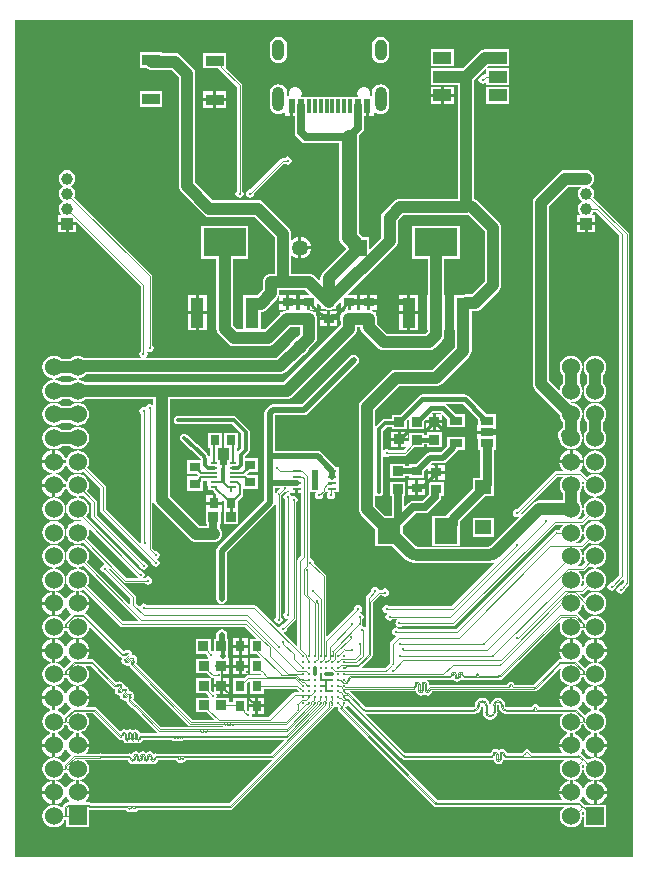
<source format=gbr>
G04*
G04 #@! TF.GenerationSoftware,Altium Limited,Altium Designer,22.4.2 (48)*
G04*
G04 Layer_Physical_Order=1*
G04 Layer_Color=255*
%FSLAX25Y25*%
%MOIN*%
G70*
G04*
G04 #@! TF.SameCoordinates,3F43F253-9996-4CA0-957E-582612897B16*
G04*
G04*
G04 #@! TF.FilePolarity,Positive*
G04*
G01*
G75*
%ADD11C,0.01000*%
%ADD18R,0.05906X0.03937*%
%ADD19R,0.05906X0.03543*%
%ADD20R,0.01181X0.04528*%
%ADD21R,0.02362X0.04528*%
%ADD22C,0.01181*%
%ADD23R,0.03150X0.03543*%
%ADD24R,0.03175X0.03402*%
%ADD25R,0.05510X0.04720*%
%ADD26R,0.03543X0.03150*%
%ADD27R,0.03402X0.03175*%
%ADD28R,0.07570X0.08660*%
%ADD29R,0.01181X0.04724*%
%ADD30R,0.02362X0.00787*%
%ADD31R,0.03150X0.00984*%
%ADD32O,0.03150X0.00984*%
%ADD33R,0.01968X0.06693*%
%ADD34R,0.04331X0.09843*%
%ADD35R,0.14173X0.09213*%
%ADD36R,0.04331X0.02756*%
%ADD64C,0.00236*%
%ADD65C,0.00236*%
%ADD66C,0.01181*%
%ADD67C,0.04000*%
%ADD68C,0.00800*%
%ADD69C,0.02500*%
%ADD70C,0.05000*%
%ADD71C,0.03937*%
%ADD72C,0.02000*%
%ADD73C,0.01500*%
%ADD74C,0.03000*%
%ADD75C,0.01968*%
%ADD76C,0.02756*%
%ADD77O,0.03937X0.07087*%
%ADD78O,0.03937X0.08268*%
%ADD79R,0.06000X0.06000*%
%ADD80C,0.06000*%
%ADD81R,0.05315X0.05315*%
%ADD82C,0.05315*%
%ADD83R,0.03937X0.03937*%
%ADD84C,0.03937*%
%ADD85C,0.01968*%
%ADD86C,0.04724*%
G36*
X306187Y220313D02*
X100313D01*
Y499187D01*
X306187D01*
Y220313D01*
D02*
G37*
%LPC*%
G36*
X222008Y493655D02*
X221289Y493561D01*
X220618Y493283D01*
X220042Y492841D01*
X219601Y492266D01*
X219323Y491595D01*
X219228Y490876D01*
Y487726D01*
X219323Y487007D01*
X219601Y486336D01*
X220042Y485761D01*
X220618Y485319D01*
X221289Y485041D01*
X222008Y484946D01*
X222727Y485041D01*
X223398Y485319D01*
X223973Y485761D01*
X224415Y486336D01*
X224693Y487007D01*
X224788Y487726D01*
Y490876D01*
X224693Y491595D01*
X224415Y492266D01*
X223973Y492841D01*
X223398Y493283D01*
X222727Y493561D01*
X222008Y493655D01*
D02*
G37*
G36*
X187992D02*
X187273Y493561D01*
X186602Y493283D01*
X186027Y492841D01*
X185585Y492266D01*
X185307Y491595D01*
X185212Y490876D01*
Y487726D01*
X185307Y487007D01*
X185585Y486336D01*
X186027Y485761D01*
X186602Y485319D01*
X187273Y485041D01*
X187992Y484946D01*
X188711Y485041D01*
X189382Y485319D01*
X189957Y485761D01*
X190399Y486336D01*
X190677Y487007D01*
X190772Y487726D01*
Y490876D01*
X190677Y491595D01*
X190399Y492266D01*
X189957Y492841D01*
X189382Y493283D01*
X188711Y493561D01*
X187992Y493655D01*
D02*
G37*
G36*
X246361Y489555D02*
X238881D01*
Y484043D01*
X246361D01*
Y489555D01*
D02*
G37*
G36*
X264740Y483256D02*
X257260D01*
Y481423D01*
X257000D01*
X256647Y481353D01*
X256527Y481273D01*
X256347Y481153D01*
X256347Y481153D01*
X256083Y480889D01*
X256000Y480905D01*
X255462Y480798D01*
X255007Y480493D01*
X254702Y480038D01*
X254595Y479500D01*
X254702Y478962D01*
X255007Y478507D01*
X255462Y478202D01*
X256000Y478095D01*
X256538Y478202D01*
X256993Y478507D01*
X257260Y478905D01*
Y477744D01*
X264740D01*
Y483256D01*
D02*
G37*
G36*
X246574Y477169D02*
X243121D01*
Y474701D01*
X246574D01*
Y477169D01*
D02*
G37*
G36*
X242121D02*
X238669D01*
Y474701D01*
X242121D01*
Y477169D01*
D02*
G37*
G36*
X170653Y475591D02*
X167201D01*
Y473319D01*
X170653D01*
Y475591D01*
D02*
G37*
G36*
X166201D02*
X162748D01*
Y473319D01*
X166201D01*
Y475591D01*
D02*
G37*
G36*
X264740Y476957D02*
X257260D01*
Y471445D01*
X264740D01*
Y476957D01*
D02*
G37*
G36*
X246574Y473701D02*
X243121D01*
Y471232D01*
X246574D01*
Y473701D01*
D02*
G37*
G36*
X242121D02*
X238669D01*
Y471232D01*
X242121D01*
Y473701D01*
D02*
G37*
G36*
X149240Y475559D02*
X141760D01*
Y470441D01*
X149240D01*
Y475559D01*
D02*
G37*
G36*
X170653Y472319D02*
X167201D01*
Y470047D01*
X170653D01*
Y472319D01*
D02*
G37*
G36*
X166201D02*
X162748D01*
Y470047D01*
X166201D01*
Y472319D01*
D02*
G37*
G36*
X261000Y489579D02*
X256799D01*
X256080Y489484D01*
X255409Y489207D01*
X254834Y488765D01*
X249349Y483280D01*
X242621D01*
X242441Y483256D01*
X238881D01*
Y477744D01*
X242441D01*
X242621Y477720D01*
X247720D01*
Y439780D01*
X228500D01*
X227781Y439685D01*
X227110Y439407D01*
X226535Y438966D01*
X223035Y435465D01*
X222593Y434890D01*
X222315Y434219D01*
X222220Y433500D01*
Y426718D01*
X218287Y422786D01*
Y426945D01*
X216087D01*
X214714Y428317D01*
Y460399D01*
X214670Y460733D01*
X215918Y461980D01*
X215918Y461980D01*
X216368Y462654D01*
X216526Y463449D01*
Y467435D01*
X217099D01*
Y470699D01*
X218099D01*
Y467435D01*
X219780D01*
Y469174D01*
X220042Y468832D01*
X220618Y468390D01*
X221289Y468113D01*
X222008Y468018D01*
X222727Y468113D01*
X223398Y468390D01*
X223973Y468832D01*
X224415Y469408D01*
X224693Y470078D01*
X224788Y470798D01*
Y475128D01*
X224693Y475848D01*
X224415Y476518D01*
X223973Y477094D01*
X223398Y477536D01*
X222727Y477813D01*
X222008Y477908D01*
X221289Y477813D01*
X220618Y477536D01*
X220042Y477094D01*
X219601Y476518D01*
X219323Y475848D01*
X219228Y475128D01*
Y473963D01*
X218231D01*
X218399Y474369D01*
X218460Y474677D01*
Y474931D01*
Y475185D01*
X218399Y475493D01*
X218399Y475493D01*
X218204Y475963D01*
X218030Y476224D01*
X217670Y476583D01*
X217410Y476757D01*
X216940Y476952D01*
X216633Y477013D01*
X216124D01*
X215816Y476952D01*
X215816Y476952D01*
X215346Y476757D01*
X215086Y476583D01*
X214726Y476224D01*
X214552Y475963D01*
X214552Y475963D01*
X214357Y475493D01*
X214357Y475493D01*
X214308Y475247D01*
X214296Y475185D01*
Y475185D01*
D01*
Y474931D01*
Y474677D01*
D01*
Y474677D01*
X214308Y474615D01*
X214357Y474369D01*
X214357Y474369D01*
X214552Y473899D01*
X214552Y473899D01*
X214651Y473750D01*
X195349D01*
X195448Y473899D01*
X195643Y474369D01*
X195704Y474677D01*
Y474931D01*
Y475185D01*
X195643Y475493D01*
X195643Y475493D01*
X195448Y475963D01*
X195274Y476224D01*
X194914Y476583D01*
X194654Y476757D01*
X194184Y476952D01*
X193877Y477013D01*
X193368D01*
X193060Y476952D01*
X193060Y476952D01*
X192590Y476757D01*
X192330Y476583D01*
X191970Y476224D01*
X191796Y475963D01*
X191796Y475963D01*
X191601Y475493D01*
X191601Y475493D01*
X191552Y475247D01*
X191540Y475185D01*
Y475185D01*
D01*
Y474931D01*
Y474677D01*
D01*
Y474677D01*
X191552Y474615D01*
X191601Y474369D01*
X191601Y474369D01*
X191769Y473963D01*
X190772D01*
Y475128D01*
X190677Y475848D01*
X190399Y476518D01*
X189957Y477094D01*
X189382Y477536D01*
X188711Y477813D01*
X187992Y477908D01*
X187273Y477813D01*
X186602Y477536D01*
X186027Y477094D01*
X185585Y476518D01*
X185307Y475848D01*
X185212Y475128D01*
Y470798D01*
X185307Y470078D01*
X185585Y469408D01*
X186027Y468832D01*
X186602Y468390D01*
X187273Y468113D01*
X187992Y468018D01*
X188711Y468113D01*
X189382Y468390D01*
X189957Y468832D01*
X190221Y469175D01*
Y467435D01*
X191902D01*
Y470699D01*
X192902D01*
Y467435D01*
X193474D01*
Y461863D01*
X193632Y461068D01*
X194082Y460394D01*
X195547Y458930D01*
X195547Y458930D01*
X196221Y458479D01*
X197016Y458321D01*
X208083D01*
Y426944D01*
X208196Y426086D01*
X208390Y425617D01*
X208527Y425286D01*
X209054Y424599D01*
X210532Y423121D01*
X202784Y415373D01*
X202343Y414797D01*
X202065Y414127D01*
X201970Y413408D01*
Y412028D01*
X200032Y413966D01*
X199457Y414407D01*
X198786Y414685D01*
X198067Y414780D01*
X192280D01*
Y421242D01*
X192549Y420892D01*
X193313Y420305D01*
X194203Y419937D01*
X194658Y419877D01*
Y423500D01*
Y427123D01*
X194203Y427063D01*
X193313Y426695D01*
X192549Y426109D01*
X192280Y425758D01*
Y428000D01*
X192185Y428719D01*
X191907Y429390D01*
X191465Y429965D01*
X182966Y438465D01*
X182390Y438907D01*
X181719Y439185D01*
X181000Y439280D01*
X166116D01*
X160280Y445116D01*
Y481500D01*
X160185Y482219D01*
X159907Y482890D01*
X159466Y483465D01*
X155465Y487465D01*
X154890Y487907D01*
X154219Y488185D01*
X153500Y488280D01*
X149240D01*
Y488551D01*
X141760D01*
Y483433D01*
X144159D01*
X144602Y483093D01*
X145273Y482815D01*
X145992Y482720D01*
X152349D01*
X154720Y480349D01*
Y443964D01*
X154815Y443245D01*
X155093Y442575D01*
X155535Y441999D01*
X162999Y434535D01*
X163575Y434093D01*
X164245Y433815D01*
X164964Y433720D01*
X179849D01*
X186720Y426849D01*
Y414780D01*
X185500D01*
X184781Y414685D01*
X184110Y414407D01*
X183535Y413966D01*
X183093Y413390D01*
X182815Y412719D01*
X182720Y412000D01*
Y409404D01*
X180856Y407540D01*
X179252D01*
X179071Y407516D01*
X176102D01*
Y396311D01*
X174165D01*
X172977Y397499D01*
Y401642D01*
X172977Y401642D01*
X172953Y401825D01*
Y407516D01*
X172811D01*
Y419799D01*
X177874D01*
Y430586D01*
X162126D01*
Y419799D01*
X167189D01*
Y407516D01*
X167047D01*
Y396099D01*
X167385D01*
X167450Y395607D01*
X167648Y395128D01*
X167731Y394929D01*
X168177Y394347D01*
X171012Y391512D01*
X171594Y391065D01*
X172272Y390784D01*
X173000Y390688D01*
X173000Y390688D01*
X184500D01*
X184500Y390688D01*
X185228Y390784D01*
X185906Y391065D01*
X186488Y391512D01*
X191909Y396933D01*
X195189D01*
Y394665D01*
X194032Y393508D01*
X193412Y393251D01*
X192754Y392746D01*
X192249Y392088D01*
X191992Y391468D01*
X187335Y386811D01*
X143706D01*
X143986Y386999D01*
X144291Y387455D01*
X144398Y387993D01*
X144291Y388530D01*
X143986Y388986D01*
X143916Y389033D01*
Y389142D01*
X144007Y389007D01*
X144462Y388702D01*
X145000Y388595D01*
X145538Y388702D01*
X145993Y389007D01*
X146298Y389462D01*
X146405Y390000D01*
X146298Y390538D01*
X145993Y390993D01*
X145923Y391040D01*
Y414000D01*
X145853Y414353D01*
X145773Y414473D01*
X145653Y414653D01*
X145653Y414653D01*
X119992Y440314D01*
X120185Y440781D01*
X120280Y441500D01*
X120185Y442219D01*
X119907Y442890D01*
X119465Y443466D01*
X118890Y443907D01*
X118666Y444000D01*
X118890Y444093D01*
X119465Y444534D01*
X119907Y445110D01*
X120185Y445781D01*
X120280Y446500D01*
X120185Y447219D01*
X119907Y447890D01*
X119465Y448465D01*
X118890Y448907D01*
X118219Y449185D01*
X117500Y449280D01*
X116781Y449185D01*
X116110Y448907D01*
X115534Y448465D01*
X115093Y447890D01*
X114815Y447219D01*
X114720Y446500D01*
X114815Y445781D01*
X115093Y445110D01*
X115534Y444534D01*
X116110Y444093D01*
X116334Y444000D01*
X116110Y443907D01*
X115534Y443466D01*
X115093Y442890D01*
X114815Y442219D01*
X114720Y441500D01*
X114815Y440781D01*
X115093Y440110D01*
X115534Y439535D01*
X116110Y439093D01*
X116334Y439000D01*
X116110Y438907D01*
X115534Y438465D01*
X115093Y437890D01*
X114815Y437219D01*
X114720Y436500D01*
X114815Y435781D01*
X115093Y435110D01*
X115534Y434535D01*
X115620Y434469D01*
X114532D01*
Y432000D01*
X117500D01*
X120468D01*
Y432226D01*
X142070Y410625D01*
Y389033D01*
X142000Y388986D01*
X141695Y388530D01*
X141588Y387993D01*
X141695Y387455D01*
X142000Y386999D01*
X142281Y386811D01*
X123055D01*
X122910Y386922D01*
X121989Y387304D01*
X121000Y387434D01*
X120011Y387304D01*
X119090Y386922D01*
X118442Y386425D01*
X115684D01*
X115036Y386922D01*
X114115Y387304D01*
X113126Y387434D01*
X112137Y387304D01*
X111216Y386922D01*
X110425Y386315D01*
X109818Y385524D01*
X109436Y384603D01*
X109306Y383614D01*
X109436Y382625D01*
X109818Y381704D01*
X110425Y380913D01*
X111216Y380306D01*
X112137Y379924D01*
X113126Y379794D01*
X114115Y379924D01*
X115036Y380306D01*
X115683Y380802D01*
X118443D01*
X119090Y380306D01*
X120011Y379924D01*
X121000Y379794D01*
X121989Y379924D01*
X122910Y380306D01*
X123701Y380913D01*
X123913Y381189D01*
X188500D01*
X188500Y381189D01*
X189228Y381284D01*
X189906Y381565D01*
X190488Y382012D01*
X195968Y387492D01*
X196588Y387749D01*
X197246Y388254D01*
X197751Y388912D01*
X198008Y389532D01*
X199988Y391512D01*
X199988Y391512D01*
X200435Y392094D01*
X200716Y392772D01*
X200812Y393500D01*
X200811Y393500D01*
Y399744D01*
X200716Y400472D01*
X200559Y400850D01*
Y402106D01*
X199500D01*
X199406Y402179D01*
X198728Y402460D01*
X198000Y402556D01*
X190744D01*
X190744Y402556D01*
X190016Y402460D01*
X189338Y402179D01*
X189244Y402106D01*
X188441D01*
Y401417D01*
X183335Y396311D01*
X182008D01*
Y401980D01*
X182727Y402075D01*
X183398Y402353D01*
X183973Y402795D01*
X187466Y406287D01*
X187907Y406862D01*
X188185Y407533D01*
X188280Y408252D01*
Y409220D01*
X196916D01*
X198305Y407831D01*
X195228D01*
Y405756D01*
X198000D01*
Y405256D01*
X198500D01*
Y402681D01*
X200772D01*
Y405364D01*
X202191Y403945D01*
Y402955D01*
X203301D01*
X203360Y402910D01*
X204031Y402632D01*
X204750Y402537D01*
X205469Y402632D01*
X206140Y402910D01*
X206199Y402955D01*
X207309D01*
Y403945D01*
X208728Y405364D01*
Y402681D01*
X211000D01*
Y405256D01*
X211500D01*
Y405756D01*
X214272D01*
Y407831D01*
X211195D01*
X226965Y423601D01*
X227407Y424177D01*
X227685Y424848D01*
X227780Y425567D01*
Y432349D01*
X229651Y434220D01*
X250500D01*
X251219Y434315D01*
X251244Y434325D01*
X256720Y428849D01*
Y412151D01*
X252475Y407906D01*
X250470D01*
X249751Y407811D01*
X249080Y407533D01*
X249058Y407516D01*
X246602D01*
Y396099D01*
X246744D01*
Y390219D01*
X239335Y382811D01*
X227000D01*
X227000Y382811D01*
X226272Y382716D01*
X225594Y382435D01*
X225012Y381988D01*
X225012Y381988D01*
X215512Y372488D01*
X215065Y371906D01*
X214784Y371228D01*
X214688Y370500D01*
X214688Y370500D01*
Y336282D01*
X214688Y336282D01*
X214784Y335554D01*
X215065Y334876D01*
X215512Y334294D01*
X220231Y329574D01*
Y323861D01*
X225945D01*
X229622Y320184D01*
X229622Y320184D01*
X229616Y320177D01*
X230649Y319329D01*
X231829Y318699D01*
X233108Y318311D01*
X234439Y318180D01*
Y318189D01*
X257843D01*
Y318180D01*
X259174Y318311D01*
X260367Y318673D01*
X245618Y303923D01*
X225040D01*
X224993Y303993D01*
X224538Y304298D01*
X224000Y304405D01*
X223462Y304298D01*
X223007Y303993D01*
X222702Y303538D01*
X222595Y303000D01*
X222702Y302462D01*
X223007Y302007D01*
X223462Y301702D01*
X224000Y301595D01*
X224226Y301640D01*
X224007Y301493D01*
X223702Y301038D01*
X223595Y300500D01*
X223702Y299962D01*
X224007Y299507D01*
X224462Y299202D01*
X225000Y299095D01*
X225538Y299202D01*
X225993Y299507D01*
X226040Y299577D01*
X227764D01*
X227322Y299282D01*
X227017Y298826D01*
X226910Y298288D01*
X227017Y297750D01*
X227322Y297295D01*
X227777Y296990D01*
X228315Y296883D01*
X228853Y296990D01*
X229309Y297295D01*
X229314Y297303D01*
X246128D01*
Y297298D01*
X246574Y297387D01*
X246945Y297635D01*
X246942Y297638D01*
X246947Y297641D01*
X280382Y331077D01*
X282832D01*
X282318Y330406D01*
X281936Y329485D01*
X281927Y329419D01*
X280594D01*
X280593Y329419D01*
X280592Y329419D01*
X280588Y329418D01*
X280585Y329419D01*
X280583Y329419D01*
X280583Y329419D01*
X280583Y329422D01*
X280148Y329335D01*
X279777Y329087D01*
X279780Y329084D01*
X279775Y329081D01*
X279775Y329081D01*
X247118Y296423D01*
X228279D01*
X228244Y296475D01*
X227789Y296779D01*
X227251Y296886D01*
X226713Y296779D01*
X226257Y296475D01*
X225953Y296019D01*
X225846Y295481D01*
X225953Y294944D01*
X226257Y294488D01*
X226713Y294183D01*
X227251Y294076D01*
X227276Y294081D01*
X225347Y292153D01*
X225147Y291853D01*
X225077Y291500D01*
X225077Y291500D01*
Y284882D01*
X223618Y283423D01*
X215369D01*
X219106Y287160D01*
X219306Y287459D01*
X219376Y287812D01*
Y305070D01*
X221882Y307577D01*
X222452D01*
X222507Y307495D01*
X222962Y307190D01*
X223500Y307083D01*
X224038Y307190D01*
X224493Y307495D01*
X224798Y307951D01*
X224905Y308488D01*
X224798Y309026D01*
X224493Y309482D01*
X224038Y309786D01*
X223500Y309893D01*
X222962Y309786D01*
X222507Y309482D01*
X222467Y309423D01*
X221575D01*
X221538Y309606D01*
X221234Y310062D01*
X220778Y310366D01*
X220240Y310473D01*
X219703Y310366D01*
X219247Y310062D01*
X218942Y309606D01*
X218835Y309068D01*
X218852Y308985D01*
X217347Y307481D01*
X217147Y307181D01*
X217077Y306828D01*
X217077Y306828D01*
Y296698D01*
X216967Y296863D01*
X216511Y297168D01*
X215973Y297275D01*
X215483Y297177D01*
X215585Y297279D01*
X215585Y297279D01*
X215588Y297283D01*
X215591Y297280D01*
X215839Y297652D01*
X215928Y298098D01*
X215923D01*
Y299460D01*
X215993Y299507D01*
X216298Y299962D01*
X216405Y300500D01*
X216298Y301038D01*
X215993Y301493D01*
X215538Y301798D01*
X215263Y301853D01*
X215493Y302007D01*
X215798Y302462D01*
X215905Y303000D01*
X215798Y303538D01*
X215493Y303993D01*
X215038Y304298D01*
X214500Y304405D01*
X213962Y304298D01*
X213507Y303993D01*
X213202Y303538D01*
X213095Y303000D01*
X213111Y302917D01*
X203923Y293729D01*
Y314000D01*
X203853Y314353D01*
X203653Y314653D01*
X199889Y318417D01*
X199905Y318500D01*
X199798Y319038D01*
X199494Y319493D01*
X199038Y319798D01*
X198500Y319905D01*
X198498Y319905D01*
Y341866D01*
X200422D01*
X200202Y341538D01*
X200095Y341000D01*
X200202Y340462D01*
X200506Y340007D01*
X200962Y339702D01*
X201500Y339595D01*
X202038Y339702D01*
X202494Y340007D01*
X202798Y340462D01*
X202905Y341000D01*
X202888Y341083D01*
X203653Y341847D01*
X203682Y341890D01*
X204438D01*
X204202Y341538D01*
X204095Y341000D01*
X204202Y340462D01*
X204506Y340007D01*
X204962Y339702D01*
X205500Y339595D01*
X206038Y339702D01*
X206493Y340007D01*
X206798Y340462D01*
X206905Y341000D01*
X206798Y341538D01*
X206562Y341890D01*
X208323D01*
Y343859D01*
Y345827D01*
Y347796D01*
Y350355D01*
X207235D01*
X206941Y350551D01*
X206353Y351139D01*
X206155Y351435D01*
X202313Y355277D01*
X201727Y355669D01*
X201036Y355806D01*
X186806D01*
Y367599D01*
X186901Y367694D01*
X196500D01*
X197191Y367831D01*
X197777Y368223D01*
X214277Y384723D01*
X214669Y385309D01*
X214806Y386000D01*
X214669Y386691D01*
X214277Y387277D01*
X213691Y387669D01*
X213000Y387806D01*
X212309Y387669D01*
X211723Y387277D01*
X195752Y371306D01*
X186153D01*
X185462Y371169D01*
X184876Y370777D01*
X183723Y369624D01*
X183331Y369038D01*
X183194Y368347D01*
Y354000D01*
Y345000D01*
Y339248D01*
X167723Y323777D01*
X167331Y323191D01*
X167194Y322500D01*
Y306500D01*
X167331Y305809D01*
X167723Y305223D01*
X168309Y304831D01*
X169000Y304694D01*
X169691Y304831D01*
X170277Y305223D01*
X170669Y305809D01*
X170806Y306500D01*
Y321752D01*
X186277Y337223D01*
X186669Y337809D01*
X186806Y338500D01*
Y343332D01*
X188598D01*
X188611Y343264D01*
X187415Y342067D01*
X187409Y342059D01*
X187406Y342062D01*
X187161Y341695D01*
X187074Y341260D01*
X187078Y341260D01*
X187077Y341251D01*
Y300540D01*
X187006Y300493D01*
X186702Y300038D01*
X186595Y299500D01*
X186702Y298962D01*
X187006Y298507D01*
X187462Y298202D01*
X188000Y298095D01*
X188538Y298202D01*
X188994Y298507D01*
X189298Y298962D01*
X189405Y299500D01*
X189298Y300038D01*
X188994Y300493D01*
X188923Y300540D01*
Y340965D01*
X189917Y341958D01*
X190000Y341942D01*
X190538Y342049D01*
X190993Y342354D01*
X191298Y342809D01*
X191402Y343332D01*
X191575D01*
Y341773D01*
X191538Y341798D01*
X191000Y341905D01*
X190462Y341798D01*
X190006Y341493D01*
X189702Y341038D01*
X189595Y340500D01*
X189702Y339962D01*
X190006Y339507D01*
X190077Y339460D01*
Y302040D01*
X190006Y301993D01*
X189702Y301538D01*
X189595Y301000D01*
X189702Y300462D01*
X190006Y300007D01*
X190462Y299702D01*
X191000Y299595D01*
X191361Y299667D01*
X189583Y297888D01*
X189500Y297905D01*
X188962Y297798D01*
X188506Y297493D01*
X188202Y297038D01*
X188119Y296623D01*
X180590Y304153D01*
X180290Y304353D01*
X179937Y304423D01*
X179937Y304423D01*
X144036D01*
X144010Y304461D01*
X143554Y304766D01*
X143017Y304872D01*
X142479Y304766D01*
X142024Y304461D01*
X141719Y304005D01*
X141649Y303656D01*
X140423Y304882D01*
Y307000D01*
X140423Y307000D01*
X140353Y307353D01*
X140153Y307653D01*
X131388Y316417D01*
X131405Y316500D01*
X131334Y316856D01*
X136343Y311847D01*
X136643Y311647D01*
X136996Y311577D01*
X136996Y311577D01*
X143460D01*
X143507Y311507D01*
X143962Y311202D01*
X144500Y311095D01*
X145038Y311202D01*
X145493Y311507D01*
X145798Y311962D01*
X145905Y312500D01*
X145798Y313038D01*
X145493Y313493D01*
X145038Y313798D01*
X144500Y313905D01*
X143962Y313798D01*
X143507Y313493D01*
X143460Y313423D01*
X142869D01*
X142993Y313507D01*
X143298Y313962D01*
X143405Y314500D01*
X143298Y315038D01*
X142993Y315493D01*
X142538Y315798D01*
X142000Y315905D01*
X141787Y315863D01*
X123822Y333827D01*
X124308Y334460D01*
X124690Y335381D01*
X124820Y336370D01*
X124690Y337359D01*
X124308Y338280D01*
X123701Y339071D01*
X122910Y339678D01*
X121989Y340060D01*
X121000Y340190D01*
X120011Y340060D01*
X119090Y339678D01*
X118299Y339071D01*
X117692Y338280D01*
X117310Y337359D01*
X117180Y336370D01*
X117310Y335381D01*
X117692Y334460D01*
X118299Y333669D01*
X119090Y333062D01*
X120011Y332680D01*
X121000Y332550D01*
X121989Y332680D01*
X122250Y332788D01*
X140609Y314429D01*
X140702Y313962D01*
X141007Y313507D01*
X141131Y313423D01*
X137378D01*
X124268Y326534D01*
X124308Y326586D01*
X124690Y327507D01*
X124820Y328496D01*
X124690Y329485D01*
X124308Y330406D01*
X123701Y331197D01*
X122910Y331804D01*
X121989Y332186D01*
X121000Y332316D01*
X120011Y332186D01*
X119090Y331804D01*
X118299Y331197D01*
X117692Y330406D01*
X117310Y329485D01*
X117180Y328496D01*
X117310Y327507D01*
X117692Y326586D01*
X118299Y325795D01*
X119090Y325188D01*
X120011Y324806D01*
X121000Y324676D01*
X121989Y324806D01*
X122910Y325188D01*
X122962Y325228D01*
X130356Y317834D01*
X130000Y317905D01*
X129462Y317798D01*
X129007Y317493D01*
X128702Y317038D01*
X128595Y316500D01*
X128702Y315962D01*
X129007Y315507D01*
X129462Y315202D01*
X130000Y315095D01*
X130083Y315111D01*
X138577Y306618D01*
Y304500D01*
X138577Y304500D01*
X138614Y304314D01*
X124268Y318660D01*
X124308Y318712D01*
X124690Y319633D01*
X124820Y320622D01*
X124690Y321611D01*
X124308Y322532D01*
X123701Y323323D01*
X122910Y323930D01*
X121989Y324312D01*
X121000Y324442D01*
X120011Y324312D01*
X119090Y323930D01*
X118299Y323323D01*
X117692Y322532D01*
X117310Y321611D01*
X117180Y320622D01*
X117310Y319633D01*
X117692Y318712D01*
X118299Y317921D01*
X119090Y317314D01*
X120011Y316932D01*
X121000Y316802D01*
X121989Y316932D01*
X122910Y317314D01*
X122962Y317354D01*
X141393Y298923D01*
X136130D01*
X124268Y310786D01*
X124308Y310838D01*
X124690Y311759D01*
X124820Y312748D01*
X124690Y313737D01*
X124308Y314658D01*
X123701Y315449D01*
X122910Y316056D01*
X121989Y316438D01*
X121000Y316568D01*
X120011Y316438D01*
X119090Y316056D01*
X118299Y315449D01*
X117692Y314658D01*
X117310Y313737D01*
X117180Y312748D01*
X117310Y311759D01*
X117692Y310838D01*
X118299Y310047D01*
X119090Y309440D01*
X120011Y309058D01*
X121000Y308928D01*
X121989Y309058D01*
X122910Y309440D01*
X122962Y309480D01*
X135095Y297347D01*
X135395Y297147D01*
X135748Y297077D01*
X135748Y297077D01*
X176804D01*
X180719Y293162D01*
X178402D01*
Y288043D01*
X180651D01*
X182135Y286559D01*
X178394D01*
Y281441D01*
X182009D01*
X182527Y280923D01*
X177861D01*
X177508Y280853D01*
X177208Y280653D01*
X176473Y279917D01*
X172857D01*
Y274799D01*
X177582D01*
Y278415D01*
X178244Y279077D01*
X178369D01*
Y274799D01*
X183094D01*
Y276435D01*
X193885D01*
X194706Y275614D01*
X194690Y275532D01*
X194713Y275411D01*
X193488D01*
X193135Y275341D01*
X193015Y275261D01*
X192835Y275141D01*
X192835Y275141D01*
X184618Y266923D01*
X178952D01*
X179068Y267098D01*
X179175Y267635D01*
X179116Y267932D01*
X180199D01*
Y270204D01*
X178124D01*
Y268970D01*
X177770Y269040D01*
X177687Y269024D01*
X177555Y269156D01*
Y269259D01*
X177555Y269259D01*
X177549Y269289D01*
Y273263D01*
X172825D01*
Y271923D01*
X171341D01*
Y273488D01*
X167303D01*
X167405Y274000D01*
X167298Y274538D01*
X167158Y274748D01*
X168432D01*
Y276948D01*
X166344D01*
Y275336D01*
X166000Y275405D01*
X165917Y275389D01*
X165375Y275931D01*
Y279937D01*
X160625D01*
Y274960D01*
X163750D01*
X163781Y274913D01*
X164611Y274083D01*
X164595Y274000D01*
X164697Y273488D01*
X160659D01*
Y268512D01*
X164182D01*
X166571Y266123D01*
X159176D01*
X151347Y273952D01*
X151347Y273952D01*
X140712Y284587D01*
X140712Y284587D01*
X140416Y284883D01*
X140765Y285404D01*
X140894Y286055D01*
X140765Y286705D01*
X140396Y287257D01*
X140396Y287257D01*
X140396Y287257D01*
X139845Y287626D01*
X139279Y287738D01*
X139167Y288303D01*
X138798Y288855D01*
X138798Y288855D01*
X138798Y288855D01*
X138247Y289223D01*
X137596Y289353D01*
X136946Y289223D01*
X136424Y288875D01*
X123834Y301465D01*
X123834D01*
Y301465D01*
X123833Y301466D01*
X123829Y301469D01*
X123837Y301477D01*
X123466Y301725D01*
X123853Y302021D01*
X124494Y302857D01*
X124897Y303830D01*
X124969Y304374D01*
X121000D01*
Y304874D01*
X120500D01*
Y308843D01*
X119956Y308771D01*
X118983Y308368D01*
X118147Y307727D01*
X117506Y306891D01*
X117103Y305918D01*
X117063Y305615D01*
X117023Y305918D01*
X116620Y306891D01*
X115979Y307727D01*
X115143Y308368D01*
X114170Y308771D01*
X113626Y308843D01*
Y304874D01*
Y300905D01*
X114170Y300977D01*
X115143Y301380D01*
X115979Y302021D01*
X116620Y302857D01*
X117023Y303830D01*
X117063Y304133D01*
X117103Y303830D01*
X117506Y302857D01*
X118147Y302021D01*
X118865Y301471D01*
X116378Y298984D01*
X115827Y299701D01*
X115036Y300308D01*
X114115Y300690D01*
X113126Y300820D01*
X112137Y300690D01*
X111216Y300308D01*
X110425Y299701D01*
X109818Y298910D01*
X109436Y297989D01*
X109306Y297000D01*
X109436Y296011D01*
X109818Y295090D01*
X110425Y294299D01*
X111216Y293692D01*
X112137Y293310D01*
X113126Y293180D01*
X114115Y293310D01*
X115036Y293692D01*
X115827Y294299D01*
X116434Y295090D01*
X116816Y296011D01*
X116827Y296097D01*
X117063Y296144D01*
X117299Y296097D01*
X117310Y296011D01*
X117692Y295090D01*
X118299Y294299D01*
X119090Y293692D01*
X120011Y293310D01*
X121000Y293180D01*
X121989Y293310D01*
X122910Y293692D01*
X123701Y294299D01*
X124308Y295090D01*
X124690Y296011D01*
X124820Y297000D01*
X124773Y297358D01*
X135016Y287116D01*
X135016Y287116D01*
X135238Y286893D01*
X135238Y286893D01*
X135228Y286882D01*
X135779Y286514D01*
X135810Y286508D01*
X135775Y286455D01*
X135646Y285805D01*
X135775Y285154D01*
X136144Y284603D01*
X136144Y284603D01*
X136144Y284603D01*
X136695Y284234D01*
X137346Y284105D01*
X137996Y284234D01*
X138049Y284269D01*
X138055Y284238D01*
X138424Y283686D01*
X138434Y283697D01*
X139128Y283003D01*
X157978Y264154D01*
X158277Y263953D01*
X158631Y263883D01*
X158631Y263883D01*
X169500D01*
X169544Y263817D01*
X148746D01*
X140996Y271566D01*
X140996Y271566D01*
X140831Y271731D01*
X140831Y271731D01*
X139518Y273044D01*
X139754Y273397D01*
X139883Y274048D01*
X139754Y274698D01*
X139633Y274879D01*
X139632Y274882D01*
X139432Y275182D01*
X139432Y275182D01*
X139379Y275235D01*
X139389Y275244D01*
X139385Y275250D01*
X139385Y275250D01*
X139380Y275254D01*
X139370Y275244D01*
X139317Y275297D01*
X139017Y275497D01*
X139014Y275498D01*
X138834Y275619D01*
X138268Y275731D01*
X138156Y276296D01*
X138035Y276477D01*
X138034Y276480D01*
X137834Y276780D01*
X137834Y276780D01*
X137781Y276833D01*
X137791Y276842D01*
X137787Y276848D01*
X137787Y276848D01*
X137782Y276852D01*
X137772Y276842D01*
X137719Y276895D01*
X137419Y277095D01*
X137416Y277096D01*
X137236Y277217D01*
X136670Y277329D01*
X136558Y277894D01*
X136437Y278075D01*
X136437Y278078D01*
X136236Y278378D01*
X136236Y278378D01*
X136183Y278431D01*
X136193Y278440D01*
X136189Y278446D01*
X136189Y278446D01*
X136184Y278450D01*
X136174Y278440D01*
X136121Y278493D01*
X135822Y278693D01*
X135818Y278694D01*
X135638Y278815D01*
X134987Y278944D01*
X134337Y278815D01*
X133984Y278579D01*
X126516Y286047D01*
X126216Y286247D01*
X125863Y286317D01*
X125863Y286317D01*
X123886D01*
X124494Y287109D01*
X124897Y288082D01*
X124969Y288626D01*
X121000D01*
Y289126D01*
X120500D01*
Y293095D01*
X119956Y293023D01*
X118983Y292620D01*
X118147Y291979D01*
X117506Y291143D01*
X117103Y290170D01*
X117063Y289867D01*
X117023Y290170D01*
X116620Y291143D01*
X115979Y291979D01*
X115143Y292620D01*
X114170Y293023D01*
X113626Y293095D01*
Y289126D01*
Y285157D01*
X114170Y285229D01*
X115143Y285632D01*
X115979Y286273D01*
X116620Y287109D01*
X117023Y288082D01*
X117063Y288385D01*
X117103Y288082D01*
X117506Y287109D01*
X118147Y286273D01*
X118865Y285723D01*
X116378Y283236D01*
X115827Y283953D01*
X115036Y284560D01*
X114115Y284942D01*
X113126Y285072D01*
X112137Y284942D01*
X111216Y284560D01*
X110425Y283953D01*
X109818Y283162D01*
X109436Y282241D01*
X109306Y281252D01*
X109436Y280263D01*
X109818Y279342D01*
X110425Y278551D01*
X111216Y277944D01*
X112137Y277562D01*
X113126Y277432D01*
X114115Y277562D01*
X115036Y277944D01*
X115827Y278551D01*
X116434Y279342D01*
X116816Y280263D01*
X116827Y280349D01*
X117063Y280396D01*
X117299Y280349D01*
X117310Y280263D01*
X117692Y279342D01*
X118299Y278551D01*
X119090Y277944D01*
X120011Y277562D01*
X121000Y277432D01*
X121989Y277562D01*
X122910Y277944D01*
X123701Y278551D01*
X124308Y279342D01*
X124690Y280263D01*
X124820Y281252D01*
X124690Y282241D01*
X124308Y283162D01*
X123701Y283953D01*
X123540Y284077D01*
X125318D01*
X132547Y276847D01*
X132547Y276847D01*
X132712Y276682D01*
X132712Y276682D01*
X132770Y276624D01*
X132770Y276624D01*
X132759Y276614D01*
X133311Y276245D01*
X133483Y276211D01*
X133391Y275749D01*
X133520Y275099D01*
X133889Y274547D01*
X133889Y274547D01*
D01*
X134440Y274179D01*
X135005Y274066D01*
X135118Y273501D01*
X135486Y272949D01*
X135486Y272949D01*
X136038Y272581D01*
X136689Y272451D01*
X137151Y272543D01*
X137185Y272372D01*
X137553Y271820D01*
X137564Y271831D01*
X137564Y271831D01*
X139247Y270147D01*
X139247Y270147D01*
X139247Y270147D01*
X139412Y269982D01*
X139412Y269982D01*
X147547Y261847D01*
X147547Y261847D01*
X147727Y261727D01*
X147742Y261717D01*
X142148D01*
Y261730D01*
X141821Y261665D01*
X141765Y261947D01*
X141418Y262466D01*
X140900Y262812D01*
X140288Y262934D01*
Y262921D01*
X140288D01*
Y262934D01*
X139677Y262812D01*
X139358Y262599D01*
X139040Y262812D01*
X138429Y262934D01*
Y262921D01*
X138429D01*
Y262934D01*
X137817Y262812D01*
X137499Y262599D01*
X137180Y262812D01*
X136569Y262934D01*
Y262921D01*
X136569D01*
Y262934D01*
X135957Y262812D01*
X135439Y262466D01*
X135302Y262261D01*
X127416Y270146D01*
X127116Y270347D01*
X126763Y270417D01*
X126763Y270417D01*
X123712D01*
X123853Y270525D01*
X124494Y271361D01*
X124897Y272334D01*
X124969Y272878D01*
X121000D01*
Y273378D01*
X120500D01*
Y277347D01*
X119956Y277275D01*
X118983Y276872D01*
X118147Y276231D01*
X117506Y275395D01*
X117103Y274422D01*
X117063Y274119D01*
X117023Y274422D01*
X116620Y275395D01*
X115979Y276231D01*
X115143Y276872D01*
X114170Y277275D01*
X113626Y277347D01*
Y273378D01*
Y269409D01*
X114170Y269481D01*
X115143Y269884D01*
X115979Y270525D01*
X116620Y271361D01*
X117023Y272334D01*
X117063Y272637D01*
X117103Y272334D01*
X117506Y271361D01*
X118147Y270525D01*
X118865Y269975D01*
X116378Y267488D01*
X115827Y268205D01*
X115036Y268812D01*
X114115Y269194D01*
X113126Y269324D01*
X112137Y269194D01*
X111216Y268812D01*
X110425Y268205D01*
X109818Y267414D01*
X109436Y266493D01*
X109306Y265504D01*
X109436Y264515D01*
X109818Y263594D01*
X110425Y262803D01*
X111216Y262196D01*
X112137Y261814D01*
X113126Y261684D01*
X114115Y261814D01*
X115036Y262196D01*
X115827Y262803D01*
X116434Y263594D01*
X116816Y264515D01*
X116827Y264601D01*
X117063Y264648D01*
X117299Y264601D01*
X117310Y264515D01*
X117692Y263594D01*
X118299Y262803D01*
X119090Y262196D01*
X120011Y261814D01*
X121000Y261684D01*
X121989Y261814D01*
X122910Y262196D01*
X123701Y262803D01*
X124308Y263594D01*
X124690Y264515D01*
X124820Y265504D01*
X124690Y266493D01*
X124308Y267414D01*
X123723Y268177D01*
X126218D01*
X134647Y259747D01*
X134647Y259747D01*
X134947Y259547D01*
X135300Y259477D01*
X135300Y259477D01*
X135639D01*
Y259464D01*
X135952Y259526D01*
X136022Y259174D01*
X136369Y258656D01*
X136887Y258310D01*
X137499Y258188D01*
Y258201D01*
X137499D01*
Y258188D01*
X138110Y258310D01*
X138429Y258522D01*
X138747Y258310D01*
X139358Y258188D01*
Y258201D01*
X139358D01*
Y258188D01*
X139970Y258310D01*
X140288Y258522D01*
X140607Y258310D01*
X141218Y258188D01*
Y258201D01*
X141218D01*
Y258188D01*
X141830Y258310D01*
X142348Y258656D01*
X142695Y259174D01*
X142755Y259477D01*
X152308D01*
X152456Y259256D01*
X152844Y258997D01*
X153302Y258906D01*
X153760Y258997D01*
X153838Y259049D01*
X153916Y258997D01*
X154374Y258906D01*
X154832Y258997D01*
X154911Y259049D01*
X154989Y258997D01*
X155447Y258906D01*
X155905Y258997D01*
X156293Y259256D01*
X156440Y259477D01*
X189885D01*
X185239Y254830D01*
X147285D01*
Y254845D01*
X146634Y254716D01*
X146489Y254619D01*
X146227Y255011D01*
X145676Y255379D01*
X145025Y255509D01*
X144375Y255379D01*
X143895Y255059D01*
X143416Y255379D01*
X142765Y255509D01*
X142115Y255379D01*
X141635Y255059D01*
X141156Y255379D01*
X140506Y255509D01*
X139855Y255379D01*
X139303Y255011D01*
X139041Y254619D01*
X138896Y254716D01*
X138246Y254845D01*
Y254830D01*
X128737D01*
X128737Y254830D01*
X128734Y254830D01*
X128734Y254842D01*
X128668Y254829D01*
X128667Y254829D01*
X128433Y254818D01*
Y254908D01*
X128387Y254890D01*
X128392Y254817D01*
X123883D01*
X124494Y255613D01*
X124897Y256586D01*
X124969Y257130D01*
X121000D01*
Y257630D01*
X120500D01*
Y261599D01*
X119956Y261527D01*
X118983Y261124D01*
X118147Y260483D01*
X117506Y259647D01*
X117103Y258674D01*
X117063Y258371D01*
X117023Y258674D01*
X116620Y259647D01*
X115979Y260483D01*
X115143Y261124D01*
X114170Y261527D01*
X113626Y261599D01*
Y257630D01*
Y253661D01*
X114170Y253733D01*
X115143Y254136D01*
X115979Y254777D01*
X116620Y255613D01*
X117023Y256586D01*
X117063Y256889D01*
X117103Y256586D01*
X117506Y255613D01*
X118147Y254777D01*
X118865Y254227D01*
X116378Y251740D01*
X115827Y252457D01*
X115036Y253064D01*
X114115Y253446D01*
X113126Y253576D01*
X112137Y253446D01*
X111216Y253064D01*
X110425Y252457D01*
X109818Y251666D01*
X109436Y250745D01*
X109306Y249756D01*
X109436Y248767D01*
X109818Y247846D01*
X110425Y247055D01*
X111216Y246448D01*
X112137Y246066D01*
X113126Y245936D01*
X114115Y246066D01*
X115036Y246448D01*
X115827Y247055D01*
X116434Y247846D01*
X116816Y248767D01*
X116827Y248853D01*
X117063Y248900D01*
X117299Y248853D01*
X117310Y248767D01*
X117692Y247846D01*
X118299Y247055D01*
X119090Y246448D01*
X120011Y246066D01*
X121000Y245936D01*
X121989Y246066D01*
X122910Y246448D01*
X123701Y247055D01*
X124308Y247846D01*
X124690Y248767D01*
X124820Y249756D01*
X124690Y250745D01*
X124308Y251666D01*
X123701Y252457D01*
X123546Y252577D01*
X128545D01*
Y252572D01*
X128603Y252584D01*
X128633Y252580D01*
X128746Y252589D01*
X128746Y252502D01*
X128797Y252522D01*
X128792Y252590D01*
X137763D01*
X137805Y252380D01*
X138173Y251829D01*
X138725Y251461D01*
X139375Y251331D01*
X140026Y251461D01*
X140506Y251781D01*
X140985Y251461D01*
X141635Y251331D01*
X142286Y251461D01*
X142765Y251781D01*
X143245Y251461D01*
X143895Y251331D01*
X144546Y251461D01*
X145025Y251781D01*
X145504Y251461D01*
X146155Y251331D01*
X146806Y251461D01*
X147357Y251829D01*
X147726Y252380D01*
X147767Y252590D01*
X153802D01*
X153813Y252537D01*
X154072Y252149D01*
X154460Y251890D01*
X154918Y251799D01*
X155376Y251890D01*
X155455Y251942D01*
X155533Y251890D01*
X155991Y251799D01*
X156449Y251890D01*
X156837Y252149D01*
X157096Y252537D01*
X157107Y252590D01*
X185523D01*
Y252578D01*
X185773Y252628D01*
X171463Y238317D01*
X125389D01*
X125297Y238409D01*
X124997Y238609D01*
X124644Y238679D01*
X124644Y238679D01*
X123397D01*
X123853Y239029D01*
X124494Y239865D01*
X124897Y240838D01*
X124969Y241382D01*
X121000D01*
Y241882D01*
X120500D01*
Y245851D01*
X119956Y245779D01*
X118983Y245376D01*
X118147Y244735D01*
X117506Y243899D01*
X117103Y242926D01*
X117063Y242623D01*
X117023Y242926D01*
X116620Y243899D01*
X115979Y244735D01*
X115143Y245376D01*
X114170Y245779D01*
X113626Y245851D01*
Y241882D01*
Y237913D01*
X114170Y237985D01*
X115143Y238388D01*
X115979Y239029D01*
X116620Y239865D01*
X117023Y240838D01*
X117063Y241141D01*
X117103Y240838D01*
X117506Y239865D01*
X118147Y239029D01*
X118603Y238679D01*
X117718D01*
X117718Y238679D01*
X117365Y238609D01*
X117065Y238409D01*
X117065Y238409D01*
X116213Y237557D01*
X116013Y237258D01*
X115943Y236904D01*
X115943Y236904D01*
Y236559D01*
X115827Y236709D01*
X115036Y237316D01*
X114115Y237698D01*
X113126Y237828D01*
X112137Y237698D01*
X111216Y237316D01*
X110425Y236709D01*
X109818Y235918D01*
X109436Y234997D01*
X109306Y234008D01*
X109436Y233019D01*
X109818Y232098D01*
X110425Y231307D01*
X111216Y230700D01*
X112137Y230318D01*
X113126Y230188D01*
X114115Y230318D01*
X115036Y230700D01*
X115827Y231307D01*
X116434Y232098D01*
X116816Y233019D01*
X116827Y233105D01*
X117063Y233152D01*
X117213Y233122D01*
Y230221D01*
X124787D01*
Y236088D01*
X124843Y236077D01*
X137190D01*
X137191Y236075D01*
X137472Y235653D01*
X137894Y235372D01*
X138391Y235273D01*
X138888Y235372D01*
X139127Y235532D01*
X139366Y235372D01*
X139863Y235273D01*
X140360Y235372D01*
X140781Y235653D01*
X141063Y236075D01*
X141063Y236077D01*
X172008D01*
X172008Y236077D01*
X172362Y236147D01*
X172661Y236347D01*
X206363Y270049D01*
X206363Y270049D01*
X206366Y270054D01*
X206366Y270054D01*
X206369Y270051D01*
X206581Y270367D01*
X206921Y270595D01*
X207368Y270297D01*
X207770Y270217D01*
Y270011D01*
X207757D01*
X207757Y270011D01*
X207876Y269412D01*
X208206Y268919D01*
X208214Y268927D01*
X208220Y268918D01*
X239676Y237462D01*
X239681Y237458D01*
X239673Y237450D01*
X240172Y237117D01*
X240771Y236998D01*
X240771Y236998D01*
Y237010D01*
X283316D01*
X282925Y236709D01*
X282318Y235918D01*
X281936Y234997D01*
X281806Y234008D01*
X281936Y233019D01*
X282318Y232098D01*
X282925Y231307D01*
X283716Y230700D01*
X284637Y230318D01*
X285626Y230188D01*
X286615Y230318D01*
X287536Y230700D01*
X288327Y231307D01*
X288934Y232098D01*
X289316Y233019D01*
X289446Y234008D01*
X289316Y234997D01*
X289126Y235455D01*
X289494Y235823D01*
X289713Y235677D01*
Y230221D01*
X297287D01*
Y237795D01*
X290107D01*
X289967Y237935D01*
X289967Y237935D01*
X289107Y238795D01*
X289107Y238795D01*
X289107D01*
X289116Y238804D01*
X288608Y239143D01*
X288572Y239150D01*
X289120Y239865D01*
X289523Y240838D01*
X289563Y241141D01*
X289603Y240838D01*
X290006Y239865D01*
X290647Y239029D01*
X291483Y238388D01*
X292456Y237985D01*
X293000Y237913D01*
Y241882D01*
Y245851D01*
X292456Y245779D01*
X291483Y245376D01*
X290647Y244735D01*
X290006Y243899D01*
X289603Y242926D01*
X289563Y242623D01*
X289523Y242926D01*
X289120Y243899D01*
X288479Y244735D01*
X287643Y245376D01*
X286670Y245779D01*
X286126Y245851D01*
Y241882D01*
X285626D01*
Y241382D01*
X281657D01*
X281729Y240838D01*
X282132Y239865D01*
X282604Y239250D01*
X241056D01*
X210076Y270230D01*
X210412Y270297D01*
X210868Y270601D01*
X211108Y270960D01*
X228855Y253212D01*
X228859Y253210D01*
X228851Y253202D01*
X229352Y252867D01*
X229952Y252748D01*
X229952D01*
Y252760D01*
X259130D01*
Y252745D01*
X259695Y252857D01*
X259819Y252230D01*
X260188Y251678D01*
X260739Y251310D01*
X261390Y251180D01*
X262040Y251310D01*
X262592Y251678D01*
X262961Y252230D01*
X263085Y252857D01*
X263650Y252745D01*
Y252760D01*
X283319D01*
X282925Y252457D01*
X282318Y251666D01*
X281936Y250745D01*
X281806Y249756D01*
X281936Y248767D01*
X282318Y247846D01*
X282925Y247055D01*
X283716Y246448D01*
X284637Y246066D01*
X285626Y245936D01*
X286615Y246066D01*
X287536Y246448D01*
X288327Y247055D01*
X288934Y247846D01*
X289316Y248767D01*
X289446Y249756D01*
X289316Y250745D01*
X289199Y251027D01*
X289563Y251391D01*
X289927Y251027D01*
X289810Y250745D01*
X289680Y249756D01*
X289810Y248767D01*
X290192Y247846D01*
X290799Y247055D01*
X291590Y246448D01*
X292511Y246066D01*
X293500Y245936D01*
X294489Y246066D01*
X295410Y246448D01*
X296201Y247055D01*
X296808Y247846D01*
X297190Y248767D01*
X297320Y249756D01*
X297190Y250745D01*
X296808Y251666D01*
X296201Y252457D01*
X295410Y253064D01*
X294489Y253446D01*
X293500Y253576D01*
X292511Y253446D01*
X291590Y253064D01*
X290974Y252592D01*
X290388Y253177D01*
X290111Y253481D01*
X290111Y253481D01*
X290078Y253530D01*
X290070Y253522D01*
X290069Y253523D01*
X290066Y253528D01*
X290066Y253528D01*
X289046Y254548D01*
X289046Y254548D01*
X289041Y254551D01*
X289040Y254552D01*
X289048Y254560D01*
X288562Y254885D01*
X289120Y255613D01*
X289523Y256586D01*
X289563Y256889D01*
X289603Y256586D01*
X290006Y255613D01*
X290647Y254777D01*
X291483Y254136D01*
X292456Y253733D01*
X293000Y253661D01*
Y257630D01*
Y261599D01*
X292456Y261527D01*
X291483Y261124D01*
X290647Y260483D01*
X290006Y259647D01*
X289603Y258674D01*
X289563Y258371D01*
X289523Y258674D01*
X289120Y259647D01*
X288479Y260483D01*
X287643Y261124D01*
X286670Y261527D01*
X286126Y261599D01*
Y257630D01*
X285626D01*
Y257130D01*
X281657D01*
X281729Y256586D01*
X282132Y255613D01*
X282602Y255000D01*
X272352D01*
X272289Y255315D01*
X271952Y255819D01*
X271448Y256156D01*
X270854Y256274D01*
X270259Y256156D01*
X269755Y255819D01*
X269418Y255315D01*
X269356Y255000D01*
X264141D01*
X264090Y255254D01*
X263722Y255806D01*
X263171Y256174D01*
X262520Y256304D01*
X261869Y256174D01*
X261390Y255854D01*
X260911Y256174D01*
X260260Y256304D01*
X259610Y256174D01*
X259058Y255806D01*
X258689Y255254D01*
X258639Y255000D01*
X230236D01*
X217159Y268077D01*
X253294D01*
Y268047D01*
X254237Y268235D01*
X255037Y268769D01*
X255571Y269569D01*
X255759Y270512D01*
X255729D01*
Y270908D01*
X255748D01*
X255799Y271033D01*
X255924Y271084D01*
X256048Y271033D01*
X256100Y270908D01*
X256119D01*
Y268592D01*
X256089D01*
X256277Y267649D01*
X256811Y266849D01*
X257611Y266315D01*
X258554Y266127D01*
X259497Y266315D01*
X260297Y266849D01*
X260831Y267649D01*
X261018Y268592D01*
X260989D01*
Y270908D01*
X261008D01*
X261059Y271033D01*
X261184Y271084D01*
X261308Y271033D01*
X261360Y270908D01*
X261379D01*
Y270512D01*
X261349D01*
X261537Y269569D01*
X262071Y268769D01*
X262870Y268235D01*
X263814Y268047D01*
Y268077D01*
X282826D01*
X282318Y267414D01*
X281936Y266493D01*
X281806Y265504D01*
X281936Y264515D01*
X282318Y263594D01*
X282925Y262803D01*
X283716Y262196D01*
X284637Y261814D01*
X285626Y261684D01*
X286615Y261814D01*
X287536Y262196D01*
X288327Y262803D01*
X288934Y263594D01*
X289316Y264515D01*
X289327Y264601D01*
X289563Y264648D01*
X289799Y264601D01*
X289810Y264515D01*
X290192Y263594D01*
X290799Y262803D01*
X291590Y262196D01*
X292511Y261814D01*
X293500Y261684D01*
X294489Y261814D01*
X295410Y262196D01*
X296201Y262803D01*
X296808Y263594D01*
X297190Y264515D01*
X297320Y265504D01*
X297190Y266493D01*
X296808Y267414D01*
X296201Y268205D01*
X295410Y268812D01*
X294489Y269194D01*
X293500Y269324D01*
X292511Y269194D01*
X291590Y268812D01*
X290799Y268205D01*
X290248Y267488D01*
X287761Y269975D01*
X288479Y270525D01*
X289120Y271361D01*
X289523Y272334D01*
X289563Y272637D01*
X289603Y272334D01*
X290006Y271361D01*
X290647Y270525D01*
X291483Y269884D01*
X292456Y269481D01*
X293000Y269409D01*
Y273378D01*
Y277347D01*
X292456Y277275D01*
X291483Y276872D01*
X290647Y276231D01*
X290006Y275395D01*
X289603Y274422D01*
X289563Y274119D01*
X289523Y274422D01*
X289120Y275395D01*
X288479Y276231D01*
X287643Y276872D01*
X286670Y277275D01*
X286126Y277347D01*
Y273378D01*
X285626D01*
Y272878D01*
X281657D01*
X281729Y272334D01*
X282132Y271361D01*
X282773Y270525D01*
X283045Y270317D01*
X274725D01*
X274671Y270585D01*
X274412Y270973D01*
X274024Y271233D01*
X273566Y271324D01*
X273108Y271233D01*
X272720Y270973D01*
X272460Y270585D01*
X272407Y270317D01*
X263814D01*
Y270336D01*
X263689Y270387D01*
X263638Y270512D01*
X263619D01*
Y270908D01*
X263648D01*
X263461Y271852D01*
X262927Y272651D01*
X262127Y273185D01*
X261184Y273373D01*
X260241Y273185D01*
X259441Y272651D01*
X258907Y271852D01*
X258719Y270908D01*
X258749D01*
Y268592D01*
X258730D01*
X258678Y268467D01*
X258554Y268416D01*
X258429Y268467D01*
X258378Y268592D01*
X258359D01*
Y270908D01*
X258388D01*
X258201Y271852D01*
X257667Y272651D01*
X256867Y273185D01*
X255924Y273373D01*
X254981Y273185D01*
X254181Y272651D01*
X253647Y271852D01*
X253459Y270908D01*
X253489D01*
Y270512D01*
X253470D01*
X253418Y270387D01*
X253294Y270336D01*
Y270317D01*
X217045D01*
X212009Y275353D01*
X212009Y275353D01*
X212004Y275357D01*
X212004Y275357D01*
X212012Y275365D01*
X211760Y275533D01*
X233151D01*
Y275518D01*
X233755Y275639D01*
X233840Y275210D01*
X234209Y274659D01*
X234760Y274290D01*
X235411Y274161D01*
X236061Y274290D01*
X236541Y274611D01*
X237020Y274290D01*
X237671Y274161D01*
X238321Y274290D01*
X238873Y274659D01*
X239241Y275210D01*
X239305Y275533D01*
X273253D01*
Y275521D01*
X273253D01*
X273852Y275640D01*
X274353Y275975D01*
X274345Y275984D01*
X274348Y275986D01*
X282439Y284077D01*
X283086D01*
X282925Y283953D01*
X282318Y283162D01*
X281936Y282241D01*
X281806Y281252D01*
X281936Y280263D01*
X282318Y279342D01*
X282925Y278551D01*
X283716Y277944D01*
X284637Y277562D01*
X285626Y277432D01*
X286615Y277562D01*
X287536Y277944D01*
X288327Y278551D01*
X288934Y279342D01*
X289316Y280263D01*
X289327Y280349D01*
X289563Y280396D01*
X289799Y280349D01*
X289810Y280263D01*
X290192Y279342D01*
X290799Y278551D01*
X291590Y277944D01*
X292511Y277562D01*
X293500Y277432D01*
X294489Y277562D01*
X295410Y277944D01*
X296201Y278551D01*
X296808Y279342D01*
X297190Y280263D01*
X297320Y281252D01*
X297190Y282241D01*
X296808Y283162D01*
X296201Y283953D01*
X295410Y284560D01*
X294489Y284942D01*
X293500Y285072D01*
X292511Y284942D01*
X291590Y284560D01*
X290799Y283953D01*
X290248Y283236D01*
X287761Y285723D01*
X288479Y286273D01*
X289120Y287109D01*
X289523Y288082D01*
X289563Y288385D01*
X289603Y288082D01*
X290006Y287109D01*
X290647Y286273D01*
X291483Y285632D01*
X292456Y285229D01*
X293000Y285157D01*
Y289126D01*
Y293095D01*
X292456Y293023D01*
X291483Y292620D01*
X290647Y291979D01*
X290006Y291143D01*
X289603Y290170D01*
X289563Y289867D01*
X289523Y290170D01*
X289120Y291143D01*
X288479Y291979D01*
X287643Y292620D01*
X286670Y293023D01*
X286126Y293095D01*
Y289126D01*
X285626D01*
Y288626D01*
X281657D01*
X281729Y288082D01*
X282132Y287109D01*
X282740Y286317D01*
X282155D01*
Y286329D01*
X281556Y286210D01*
X281054Y285875D01*
X281063Y285867D01*
X281059Y285864D01*
X281059Y285864D01*
X272968Y277774D01*
X266705D01*
X266656Y278020D01*
X266374Y278441D01*
X265953Y278722D01*
X265456Y278821D01*
X264959Y278722D01*
X264538Y278441D01*
X264257Y278020D01*
X264208Y277774D01*
X238801D01*
Y277789D01*
X238226Y277674D01*
Y277928D01*
X238241D01*
X238111Y278578D01*
X237743Y279130D01*
X237504Y279289D01*
X245315D01*
Y279274D01*
X245966Y279404D01*
X246165Y279537D01*
X246373Y279226D01*
X246924Y278857D01*
X247575Y278728D01*
X248225Y278857D01*
X248777Y279226D01*
X248985Y279537D01*
X249184Y279404D01*
X249835Y279274D01*
Y279289D01*
X261051D01*
X261050Y279200D01*
X261056Y279198D01*
Y279289D01*
X261057Y279289D01*
X261058Y279289D01*
X261063D01*
X261066Y279290D01*
X261066Y279260D01*
X262028Y279451D01*
X262838Y279992D01*
X262817Y280013D01*
X262821Y280016D01*
X282382Y299577D01*
X282829D01*
X282318Y298910D01*
X281936Y297989D01*
X281806Y297000D01*
X281936Y296011D01*
X282318Y295090D01*
X282925Y294299D01*
X283716Y293692D01*
X284637Y293310D01*
X285626Y293180D01*
X286615Y293310D01*
X287536Y293692D01*
X288327Y294299D01*
X288934Y295090D01*
X289316Y296011D01*
X289327Y296097D01*
X289563Y296144D01*
X289799Y296097D01*
X289810Y296011D01*
X290192Y295090D01*
X290799Y294299D01*
X291590Y293692D01*
X292511Y293310D01*
X293500Y293180D01*
X294489Y293310D01*
X295410Y293692D01*
X296201Y294299D01*
X296808Y295090D01*
X297190Y296011D01*
X297320Y297000D01*
X297190Y297989D01*
X296808Y298910D01*
X296201Y299701D01*
X295410Y300308D01*
X294489Y300690D01*
X293500Y300820D01*
X292511Y300690D01*
X291590Y300308D01*
X290799Y299701D01*
X290248Y298984D01*
X287686Y301547D01*
X287592Y301609D01*
X288327Y302173D01*
X288934Y302964D01*
X289316Y303885D01*
X289402Y304542D01*
X289631Y304313D01*
X289631Y304313D01*
X289766Y304223D01*
X289810Y303885D01*
X290192Y302964D01*
X290799Y302173D01*
X291590Y301566D01*
X292511Y301184D01*
X293500Y301054D01*
X294489Y301184D01*
X295410Y301566D01*
X296201Y302173D01*
X296808Y302964D01*
X297190Y303885D01*
X297320Y304874D01*
X297190Y305863D01*
X296808Y306784D01*
X296201Y307575D01*
X295410Y308182D01*
X294489Y308564D01*
X293500Y308694D01*
X292511Y308564D01*
X291590Y308182D01*
X290799Y307575D01*
X290192Y306784D01*
X290069Y306487D01*
X288479Y308077D01*
X288902D01*
Y308072D01*
X289348Y308161D01*
X289725Y308413D01*
X289722Y308416D01*
X291112Y309806D01*
X291590Y309440D01*
X292511Y309058D01*
X293500Y308928D01*
X294489Y309058D01*
X295410Y309440D01*
X296201Y310047D01*
X296808Y310838D01*
X297190Y311759D01*
X297320Y312748D01*
X297190Y313737D01*
X296808Y314658D01*
X296201Y315449D01*
X295410Y316056D01*
X294489Y316438D01*
X293500Y316568D01*
X292511Y316438D01*
X291590Y316056D01*
X290799Y315449D01*
X290192Y314658D01*
X289810Y313737D01*
X289680Y312748D01*
X289810Y311759D01*
X289999Y311304D01*
X288618Y309923D01*
X288166D01*
X288327Y310047D01*
X288934Y310838D01*
X289316Y311759D01*
X289446Y312748D01*
X289316Y313737D01*
X288934Y314658D01*
X288327Y315449D01*
X288161Y315577D01*
X289378D01*
X289378Y315577D01*
X289731Y315647D01*
X290031Y315847D01*
X291538Y317354D01*
X291590Y317314D01*
X292511Y316932D01*
X293500Y316802D01*
X294489Y316932D01*
X295410Y317314D01*
X296201Y317921D01*
X296808Y318712D01*
X297190Y319633D01*
X297320Y320622D01*
X297190Y321611D01*
X296808Y322532D01*
X296201Y323323D01*
X295410Y323930D01*
X294489Y324312D01*
X293500Y324442D01*
X292511Y324312D01*
X291590Y323930D01*
X290799Y323323D01*
X290192Y322532D01*
X289810Y321611D01*
X289680Y320622D01*
X289810Y319633D01*
X290192Y318712D01*
X290232Y318660D01*
X288996Y317423D01*
X287679D01*
X288327Y317921D01*
X288934Y318712D01*
X289316Y319633D01*
X289446Y320622D01*
X289316Y321611D01*
X288934Y322532D01*
X288516Y323077D01*
X289004D01*
X289004Y323077D01*
X289357Y323147D01*
X289657Y323347D01*
X291538Y325228D01*
X291590Y325188D01*
X292511Y324806D01*
X293500Y324676D01*
X294489Y324806D01*
X295410Y325188D01*
X296201Y325795D01*
X296808Y326586D01*
X297190Y327507D01*
X297320Y328496D01*
X297190Y329485D01*
X296808Y330406D01*
X296201Y331197D01*
X295410Y331804D01*
X294489Y332186D01*
X293500Y332316D01*
X292511Y332186D01*
X291590Y331804D01*
X290799Y331197D01*
X290192Y330406D01*
X289810Y329485D01*
X289680Y328496D01*
X289810Y327507D01*
X290192Y326586D01*
X290232Y326534D01*
X288622Y324923D01*
X286897D01*
X287536Y325188D01*
X288327Y325795D01*
X288934Y326586D01*
X289316Y327507D01*
X289446Y328496D01*
X289316Y329485D01*
X288934Y330406D01*
X288420Y331077D01*
X289130D01*
X289130Y331077D01*
X289483Y331147D01*
X289783Y331347D01*
X291538Y333102D01*
X291590Y333062D01*
X292511Y332680D01*
X293500Y332550D01*
X294489Y332680D01*
X295410Y333062D01*
X296201Y333669D01*
X296808Y334460D01*
X297190Y335381D01*
X297320Y336370D01*
X297190Y337359D01*
X296808Y338280D01*
X296201Y339071D01*
X295410Y339678D01*
X294489Y340060D01*
X293500Y340190D01*
X292511Y340060D01*
X291590Y339678D01*
X290799Y339071D01*
X290192Y338280D01*
X289810Y337359D01*
X289680Y336370D01*
X289810Y335381D01*
X290192Y334460D01*
X290232Y334408D01*
X288748Y332923D01*
X287201D01*
X287536Y333062D01*
X288327Y333669D01*
X288934Y334460D01*
X289316Y335381D01*
X289446Y336370D01*
X289316Y337359D01*
X288934Y338280D01*
X288437Y338928D01*
Y341687D01*
X288934Y342334D01*
X289316Y343255D01*
X289446Y344244D01*
X289316Y345233D01*
X288934Y346154D01*
X288585Y346609D01*
X289854Y345340D01*
X289810Y345233D01*
X289680Y344244D01*
X289810Y343255D01*
X290192Y342334D01*
X290799Y341543D01*
X291590Y340936D01*
X292511Y340554D01*
X293500Y340424D01*
X294489Y340554D01*
X295410Y340936D01*
X296201Y341543D01*
X296808Y342334D01*
X297190Y343255D01*
X297320Y344244D01*
X297190Y345233D01*
X296808Y346154D01*
X296201Y346945D01*
X295410Y347552D01*
X294489Y347934D01*
X293500Y348064D01*
X292511Y347934D01*
X291590Y347552D01*
X290834Y346972D01*
X289121Y348684D01*
X288822Y348885D01*
X288469Y348955D01*
X288468Y348955D01*
X288074D01*
X288479Y349265D01*
X289120Y350101D01*
X289523Y351074D01*
X289595Y351618D01*
X285626D01*
X281657D01*
X281729Y351074D01*
X282132Y350101D01*
X282773Y349265D01*
X283178Y348955D01*
X280532D01*
X280532Y348955D01*
X280178Y348885D01*
X279879Y348684D01*
X267583Y336388D01*
X267500Y336405D01*
X266962Y336298D01*
X266507Y335993D01*
X266202Y335538D01*
X266095Y335000D01*
X266202Y334462D01*
X266507Y334007D01*
X266962Y333702D01*
X267500Y333595D01*
X268038Y333702D01*
X268493Y334007D01*
X268798Y334462D01*
X268905Y335000D01*
X268888Y335083D01*
X280914Y347108D01*
X283137D01*
X282925Y346945D01*
X282318Y346154D01*
X281936Y345233D01*
X281806Y344244D01*
X281936Y343255D01*
X282318Y342334D01*
X282815Y341687D01*
Y339181D01*
X274870D01*
X274870Y339181D01*
X274142Y339086D01*
X273464Y338805D01*
X272882Y338358D01*
X272882Y338358D01*
X258684Y324160D01*
X258681Y324162D01*
X258297Y323905D01*
X257843Y323815D01*
Y323812D01*
X234439D01*
Y323815D01*
X233985Y323905D01*
X233600Y324162D01*
X233598Y324160D01*
X233598Y324160D01*
X229376Y328382D01*
Y330613D01*
X233664Y334901D01*
X236804D01*
X237599Y335059D01*
X238273Y335509D01*
X241559Y338796D01*
X241559Y338796D01*
X241860Y339246D01*
X242010Y339470D01*
X242168Y340265D01*
X242168Y340265D01*
Y340638D01*
X243171D01*
Y345362D01*
X238053D01*
Y342876D01*
X238013Y342675D01*
Y341125D01*
X235943Y339055D01*
X232804D01*
X232009Y338897D01*
X231335Y338447D01*
X229881Y336993D01*
Y340671D01*
X230292D01*
Y345421D01*
X225316D01*
Y340671D01*
X225727D01*
Y334095D01*
X223662D01*
X220311Y337446D01*
Y341299D01*
X220507Y341007D01*
X220962Y340702D01*
X221500Y340595D01*
X222038Y340702D01*
X222493Y341007D01*
X222798Y341462D01*
X222905Y342000D01*
Y354159D01*
X223007Y354007D01*
X223462Y353702D01*
X224000Y353595D01*
X224538Y353702D01*
X224993Y354007D01*
X225040Y354077D01*
X230000D01*
X230000Y354077D01*
X230353Y354147D01*
X230653Y354347D01*
X233259Y356954D01*
X233259Y356954D01*
X233314Y357035D01*
X236594D01*
Y357910D01*
X237419D01*
Y357103D01*
X242395D01*
Y361853D01*
X237419D01*
Y361046D01*
X236594D01*
Y361785D01*
X231617D01*
Y357923D01*
X231005Y357310D01*
Y359012D01*
X228804D01*
Y356924D01*
X230619D01*
X229618Y355923D01*
X225040D01*
X224993Y355993D01*
X224538Y356298D01*
X224000Y356405D01*
X223462Y356298D01*
X223007Y355993D01*
X222905Y355841D01*
Y362418D01*
X224082Y363595D01*
X225816D01*
Y363069D01*
X230792D01*
Y365715D01*
X231617Y366541D01*
Y362967D01*
X236594D01*
Y365613D01*
X237206Y366226D01*
Y365910D01*
X239407D01*
Y367998D01*
X238978D01*
X239391Y368410D01*
X242304D01*
X244227Y366488D01*
Y366350D01*
X244257Y366198D01*
Y363556D01*
X250162D01*
Y367887D01*
X247142D01*
X246903Y368245D01*
X244062Y371086D01*
X243577Y371410D01*
X249493D01*
X254415Y366488D01*
Y366350D01*
X254446Y366198D01*
Y364352D01*
X254233D01*
Y362474D01*
X260564D01*
Y364352D01*
X260351D01*
Y367887D01*
X257331D01*
X257091Y368245D01*
X251250Y374086D01*
X250742Y374426D01*
X250642Y374446D01*
X250142Y374546D01*
X235838D01*
X235337Y374446D01*
X235238Y374426D01*
X234729Y374086D01*
X228462Y367819D01*
X225816D01*
Y366405D01*
X223500D01*
X222962Y366298D01*
X222507Y365993D01*
X220507Y363993D01*
X220311Y363702D01*
Y369335D01*
X228165Y377188D01*
X240500D01*
X240500Y377188D01*
X241228Y377284D01*
X241906Y377565D01*
X242488Y378012D01*
X251543Y387067D01*
X251543Y387067D01*
X251990Y387649D01*
X252271Y388327D01*
X252366Y389055D01*
Y396099D01*
X252508D01*
Y402346D01*
X253626D01*
X254345Y402441D01*
X255016Y402719D01*
X255592Y403161D01*
X261466Y409034D01*
X261907Y409610D01*
X262185Y410281D01*
X262280Y411000D01*
Y430000D01*
X262185Y430719D01*
X262104Y430916D01*
X261907Y431390D01*
X261466Y431965D01*
X254466Y438966D01*
X253890Y439407D01*
X253280Y439660D01*
Y479349D01*
X257951Y484020D01*
X261000D01*
X261181Y484043D01*
X264740D01*
Y489555D01*
X261181D01*
X261000Y489579D01*
D02*
G37*
G36*
X191000Y453905D02*
X190462Y453798D01*
X190006Y453493D01*
X189960Y453423D01*
X189500D01*
X189500Y453423D01*
X189147Y453353D01*
X188847Y453153D01*
X178583Y442888D01*
X178500Y442905D01*
X177962Y442798D01*
X177506Y442493D01*
X177202Y442038D01*
X177095Y441500D01*
X177202Y440962D01*
X177506Y440507D01*
X177962Y440202D01*
X178500Y440095D01*
X179038Y440202D01*
X179493Y440507D01*
X179798Y440962D01*
X179905Y441500D01*
X179888Y441583D01*
X189882Y451577D01*
X189960D01*
X190006Y451507D01*
X190462Y451202D01*
X191000Y451095D01*
X191538Y451202D01*
X191993Y451507D01*
X192298Y451962D01*
X192405Y452500D01*
X192298Y453038D01*
X191993Y453493D01*
X191538Y453798D01*
X191000Y453905D01*
D02*
G37*
G36*
X170441Y488370D02*
X162961D01*
Y483252D01*
X167981D01*
X168035Y483171D01*
X174077Y477129D01*
Y442540D01*
X174006Y442493D01*
X173702Y442038D01*
X173595Y441500D01*
X173702Y440962D01*
X174006Y440507D01*
X174462Y440202D01*
X175000Y440095D01*
X175538Y440202D01*
X175994Y440507D01*
X176298Y440962D01*
X176405Y441500D01*
X176298Y442038D01*
X175994Y442493D01*
X175923Y442540D01*
Y477512D01*
X175853Y477865D01*
X175773Y477985D01*
X175653Y478165D01*
X175653Y478165D01*
X170441Y483377D01*
Y488370D01*
D02*
G37*
G36*
X293468Y431000D02*
X291000D01*
Y428532D01*
X293468D01*
Y431000D01*
D02*
G37*
G36*
X290000D02*
X287531D01*
Y428532D01*
X290000D01*
Y431000D01*
D02*
G37*
G36*
X120468D02*
X118000D01*
Y428532D01*
X120468D01*
Y431000D01*
D02*
G37*
G36*
X117000D02*
X114532D01*
Y428532D01*
X117000D01*
Y431000D01*
D02*
G37*
G36*
X195658Y427123D02*
Y424000D01*
X198781D01*
X198721Y424455D01*
X198352Y425345D01*
X197766Y426109D01*
X197002Y426695D01*
X196112Y427063D01*
X195658Y427123D01*
D02*
G37*
G36*
X198781Y423000D02*
X195658D01*
Y419877D01*
X196112Y419937D01*
X197002Y420305D01*
X197766Y420892D01*
X198352Y421656D01*
X198721Y422545D01*
X198781Y423000D01*
D02*
G37*
G36*
X220772Y407831D02*
X218500D01*
Y405756D01*
X220772D01*
Y407831D01*
D02*
G37*
G36*
X193772D02*
X191500D01*
Y405756D01*
X193772D01*
Y407831D01*
D02*
G37*
G36*
X217500D02*
X215228D01*
Y405756D01*
X217500D01*
Y407831D01*
D02*
G37*
G36*
X190500D02*
X188228D01*
Y405756D01*
X190500D01*
Y407831D01*
D02*
G37*
G36*
X220772Y404756D02*
X218500D01*
Y402681D01*
X220772D01*
Y404756D01*
D02*
G37*
G36*
X217500D02*
X215228D01*
Y402681D01*
X217500D01*
Y404756D01*
D02*
G37*
G36*
X214272D02*
X212000D01*
Y402681D01*
X214272D01*
Y404756D01*
D02*
G37*
G36*
X197500D02*
X195228D01*
Y402681D01*
X197500D01*
Y404756D01*
D02*
G37*
G36*
X193772D02*
X191500D01*
Y402681D01*
X193772D01*
Y404756D01*
D02*
G37*
G36*
X190500D02*
X188228D01*
Y402681D01*
X190500D01*
Y404756D01*
D02*
G37*
G36*
X234610Y407728D02*
X231945D01*
Y402307D01*
X234610D01*
Y407728D01*
D02*
G37*
G36*
X164110D02*
X161445D01*
Y402307D01*
X164110D01*
Y407728D01*
D02*
G37*
G36*
X230945D02*
X228280D01*
Y402307D01*
X230945D01*
Y407728D01*
D02*
G37*
G36*
X160445D02*
X157780D01*
Y402307D01*
X160445D01*
Y407728D01*
D02*
G37*
G36*
X207522Y402380D02*
X205250D01*
Y400305D01*
X207522D01*
Y402380D01*
D02*
G37*
G36*
X204250D02*
X201978D01*
Y400305D01*
X204250D01*
Y402380D01*
D02*
G37*
G36*
X207522Y399305D02*
X205250D01*
Y397230D01*
X207522D01*
Y399305D01*
D02*
G37*
G36*
X204250D02*
X201978D01*
Y397230D01*
X204250D01*
Y399305D01*
D02*
G37*
G36*
X234610Y401307D02*
X231945D01*
Y395886D01*
X234610D01*
Y401307D01*
D02*
G37*
G36*
X230945D02*
X228280D01*
Y395886D01*
X230945D01*
Y401307D01*
D02*
G37*
G36*
X164110D02*
X161445D01*
Y395886D01*
X164110D01*
Y401307D01*
D02*
G37*
G36*
X160445D02*
X157780D01*
Y395886D01*
X160445D01*
Y401307D01*
D02*
G37*
G36*
X248374Y430586D02*
X232626D01*
Y419799D01*
X237688D01*
Y407516D01*
X237547D01*
Y396099D01*
X237688D01*
Y395508D01*
X236992Y394812D01*
X224165D01*
X220812Y398165D01*
Y399805D01*
X220716Y400533D01*
X220559Y400911D01*
Y402106D01*
X219580D01*
X219406Y402240D01*
X218728Y402521D01*
X218000Y402616D01*
X211375D01*
X210647Y402521D01*
X209969Y402240D01*
X209795Y402106D01*
X208941D01*
Y401212D01*
X208940Y401211D01*
X208659Y400533D01*
X208563Y399805D01*
X208659Y399077D01*
X208688Y399007D01*
Y397664D01*
X189593Y378569D01*
X189547Y378575D01*
X189368Y378551D01*
X123558D01*
X122910Y379048D01*
X121989Y379430D01*
X121000Y379560D01*
X120011Y379430D01*
X119090Y379048D01*
X118442Y378551D01*
X115684D01*
X115036Y379048D01*
X114115Y379430D01*
X113126Y379560D01*
X112137Y379430D01*
X111216Y379048D01*
X110425Y378441D01*
X109818Y377650D01*
X109436Y376729D01*
X109306Y375740D01*
X109436Y374751D01*
X109818Y373830D01*
X110425Y373039D01*
X111216Y372432D01*
X112137Y372050D01*
X113126Y371920D01*
X114115Y372050D01*
X115036Y372432D01*
X115683Y372928D01*
X118443D01*
X119090Y372432D01*
X120011Y372050D01*
X121000Y371920D01*
X121989Y372050D01*
X122910Y372432D01*
X123557Y372928D01*
X146189D01*
Y370702D01*
X145993Y370993D01*
X145538Y371298D01*
X145000Y371405D01*
X144462Y371298D01*
X144007Y370993D01*
X143702Y370538D01*
X143641Y370229D01*
X143538Y370298D01*
X143000Y370405D01*
X142462Y370298D01*
X142007Y369993D01*
X141702Y369538D01*
X141595Y369000D01*
X141702Y368462D01*
X142007Y368007D01*
X142077Y367960D01*
Y325500D01*
X142077Y325500D01*
X142136Y325204D01*
X142095Y325000D01*
X142167Y324639D01*
X130423Y336382D01*
Y343618D01*
X130423Y343618D01*
X130353Y343971D01*
X130153Y344271D01*
X130153Y344271D01*
X124268Y350156D01*
X124308Y350208D01*
X124690Y351129D01*
X124820Y352118D01*
X124690Y353107D01*
X124308Y354028D01*
X123701Y354819D01*
X122910Y355426D01*
X121989Y355808D01*
X121000Y355938D01*
X120011Y355808D01*
X119090Y355426D01*
X118299Y354819D01*
X117692Y354028D01*
X117310Y353107D01*
X117180Y352118D01*
X117310Y351129D01*
X117692Y350208D01*
X118299Y349417D01*
X119090Y348810D01*
X120011Y348428D01*
X121000Y348298D01*
X121989Y348428D01*
X122910Y348810D01*
X122962Y348850D01*
X128577Y343235D01*
Y336000D01*
X128577Y336000D01*
X128647Y335647D01*
X128847Y335347D01*
X145612Y318583D01*
X145595Y318500D01*
X145702Y317962D01*
X146007Y317507D01*
X146462Y317202D01*
X147000Y317095D01*
X147538Y317202D01*
X147994Y317507D01*
X148298Y317962D01*
X148405Y318500D01*
X148298Y319038D01*
X147994Y319493D01*
X147609Y319750D01*
X147994Y320007D01*
X148298Y320462D01*
X148405Y321000D01*
X148298Y321538D01*
X147994Y321993D01*
X147538Y322298D01*
X147000Y322405D01*
X146917Y322389D01*
X145923Y323382D01*
Y368960D01*
X145993Y369007D01*
X146189Y369299D01*
Y339500D01*
X146188Y339500D01*
X146284Y338772D01*
X146565Y338094D01*
X147012Y337512D01*
X158512Y326012D01*
X158512Y326012D01*
X159094Y325565D01*
X159772Y325284D01*
X160500Y325188D01*
X160500Y325188D01*
X166500D01*
X167228Y325284D01*
X167906Y325565D01*
X168488Y326012D01*
X168935Y326594D01*
X169216Y327272D01*
X169311Y328000D01*
X169216Y328728D01*
X168935Y329406D01*
X168513Y329955D01*
Y331224D01*
X168681D01*
Y335441D01*
X169090D01*
Y337713D01*
X166516D01*
X163941D01*
Y336201D01*
X163931D01*
Y331224D01*
X164098D01*
Y330812D01*
X161664D01*
X151811Y340665D01*
Y372928D01*
X189547D01*
X190144Y373007D01*
X190740Y372928D01*
X191467Y373024D01*
X192146Y373305D01*
X192728Y373752D01*
X213488Y394512D01*
X213488Y394512D01*
X213935Y395094D01*
X214216Y395772D01*
X214312Y396500D01*
X214312Y396500D01*
Y396994D01*
X215189D01*
X215284Y396272D01*
X215565Y395594D01*
X216012Y395012D01*
X221012Y390012D01*
X221012Y390012D01*
X221594Y389565D01*
X222272Y389284D01*
X223000Y389189D01*
X223000Y389189D01*
X238157D01*
X238157Y389189D01*
X238884Y389284D01*
X239364Y389483D01*
X239563Y389565D01*
X240145Y390012D01*
X242488Y392355D01*
X242488Y392355D01*
X242935Y392937D01*
X243133Y393417D01*
X243216Y393616D01*
X243312Y394343D01*
Y396099D01*
X243453D01*
Y407516D01*
X243312D01*
Y419799D01*
X248374D01*
Y430586D01*
D02*
G37*
G36*
X293500Y387434D02*
X292511Y387304D01*
X291590Y386922D01*
X290799Y386315D01*
X290192Y385524D01*
X289810Y384603D01*
X289680Y383614D01*
X289810Y382625D01*
X290192Y381704D01*
X290688Y381057D01*
Y378298D01*
X290192Y377650D01*
X289810Y376729D01*
X289680Y375740D01*
X289810Y374751D01*
X290192Y373830D01*
X290799Y373039D01*
X291590Y372432D01*
X292511Y372050D01*
X293500Y371920D01*
X294489Y372050D01*
X295410Y372432D01*
X296201Y373039D01*
X296808Y373830D01*
X297190Y374751D01*
X297320Y375740D01*
X297190Y376729D01*
X296808Y377650D01*
X296311Y378298D01*
Y381057D01*
X296808Y381704D01*
X297190Y382625D01*
X297320Y383614D01*
X297190Y384603D01*
X296808Y385524D01*
X296201Y386315D01*
X295410Y386922D01*
X294489Y387304D01*
X293500Y387434D01*
D02*
G37*
G36*
X121000Y371686D02*
X120011Y371556D01*
X119090Y371174D01*
X118442Y370677D01*
X115684D01*
X115036Y371174D01*
X114115Y371556D01*
X113126Y371686D01*
X112137Y371556D01*
X111216Y371174D01*
X110425Y370567D01*
X109818Y369776D01*
X109436Y368855D01*
X109306Y367866D01*
X109436Y366877D01*
X109818Y365956D01*
X110425Y365165D01*
X111216Y364558D01*
X112137Y364176D01*
X113126Y364046D01*
X114115Y364176D01*
X115036Y364558D01*
X115683Y365054D01*
X118443D01*
X119090Y364558D01*
X120011Y364176D01*
X121000Y364046D01*
X121989Y364176D01*
X122910Y364558D01*
X123701Y365165D01*
X124308Y365956D01*
X124690Y366877D01*
X124820Y367866D01*
X124690Y368855D01*
X124308Y369776D01*
X123701Y370567D01*
X122910Y371174D01*
X121989Y371556D01*
X121000Y371686D01*
D02*
G37*
G36*
X242608Y367998D02*
X240407D01*
Y365910D01*
X242608D01*
Y367998D01*
D02*
G37*
G36*
Y364910D02*
X240407D01*
Y362822D01*
X242608D01*
Y364910D01*
D02*
G37*
G36*
X239407D02*
X237206D01*
Y362822D01*
X239407D01*
Y364910D01*
D02*
G37*
G36*
X121000Y363812D02*
X120011Y363682D01*
X119090Y363300D01*
X118442Y362803D01*
X115684D01*
X115036Y363300D01*
X114115Y363682D01*
X113126Y363812D01*
X112137Y363682D01*
X111216Y363300D01*
X110425Y362693D01*
X109818Y361902D01*
X109436Y360981D01*
X109306Y359992D01*
X109436Y359003D01*
X109818Y358082D01*
X110425Y357291D01*
X111216Y356684D01*
X112137Y356302D01*
X113126Y356172D01*
X114115Y356302D01*
X115036Y356684D01*
X115683Y357180D01*
X118443D01*
X119090Y356684D01*
X120011Y356302D01*
X121000Y356172D01*
X121989Y356302D01*
X122910Y356684D01*
X123701Y357291D01*
X124308Y358082D01*
X124690Y359003D01*
X124820Y359992D01*
X124690Y360981D01*
X124308Y361902D01*
X123701Y362693D01*
X122910Y363300D01*
X121989Y363682D01*
X121000Y363812D01*
D02*
G37*
G36*
X231005Y362100D02*
X228804D01*
Y360012D01*
X231005D01*
Y362100D01*
D02*
G37*
G36*
X227804D02*
X225603D01*
Y360012D01*
X227804D01*
Y362100D01*
D02*
G37*
G36*
Y359012D02*
X225603D01*
Y356924D01*
X227804D01*
Y359012D01*
D02*
G37*
G36*
X293500Y371686D02*
X292511Y371556D01*
X291590Y371174D01*
X290799Y370567D01*
X290192Y369776D01*
X289810Y368855D01*
X289680Y367866D01*
X289810Y366877D01*
X290192Y365956D01*
X290688Y365309D01*
Y362550D01*
X290192Y361902D01*
X289810Y360981D01*
X289680Y359992D01*
X289810Y359003D01*
X290192Y358082D01*
X290799Y357291D01*
X291590Y356684D01*
X292511Y356302D01*
X293500Y356172D01*
X294489Y356302D01*
X295410Y356684D01*
X296201Y357291D01*
X296808Y358082D01*
X297190Y359003D01*
X297320Y359992D01*
X297190Y360981D01*
X296808Y361902D01*
X296311Y362550D01*
Y365309D01*
X296808Y365956D01*
X297190Y366877D01*
X297320Y367866D01*
X297190Y368855D01*
X296808Y369776D01*
X296201Y370567D01*
X295410Y371174D01*
X294489Y371556D01*
X293500Y371686D01*
D02*
G37*
G36*
X250162Y360407D02*
X244257D01*
Y358039D01*
X244222Y357863D01*
X244222Y357863D01*
Y357473D01*
X242049Y355300D01*
X238466D01*
X238466Y355300D01*
X237769Y355162D01*
X237177Y354767D01*
X233785Y351374D01*
X231441D01*
Y350834D01*
X230292D01*
Y351353D01*
X225316D01*
Y346603D01*
X230292D01*
Y347190D01*
X231441D01*
Y346650D01*
X236559D01*
Y348994D01*
X237841Y350275D01*
Y349012D01*
X240112D01*
Y351087D01*
X238652D01*
X239221Y351656D01*
X242804D01*
X242804Y351656D01*
X243501Y351794D01*
X244092Y352189D01*
X247333Y355430D01*
X247728Y356021D01*
X247739Y356076D01*
X250162D01*
Y360407D01*
D02*
G37*
G36*
X173000Y367405D02*
X154500D01*
X153962Y367298D01*
X153507Y366993D01*
X153202Y366538D01*
X153095Y366000D01*
X153202Y365462D01*
X153507Y365007D01*
X153962Y364702D01*
X154500Y364595D01*
X172418D01*
X175595Y361418D01*
Y356582D01*
X174506Y355493D01*
X174202Y355038D01*
X174095Y354500D01*
Y352831D01*
X174010D01*
Y356654D01*
X174646D01*
Y361772D01*
X169921D01*
Y356654D01*
X171589D01*
Y352831D01*
X170831D01*
Y351075D01*
X170150D01*
Y347713D01*
X169150D01*
Y351075D01*
X168468D01*
Y352831D01*
X167711D01*
Y356654D01*
X169134D01*
Y361772D01*
X164409D01*
Y356654D01*
X165289D01*
Y352831D01*
X164905D01*
Y352985D01*
X164904Y352987D01*
X164905Y352990D01*
X164905Y352990D01*
X164905Y352991D01*
X164905Y352996D01*
X164887Y353083D01*
X164812Y353653D01*
X164554Y354275D01*
X164144Y354810D01*
X164111Y354836D01*
X164079Y354880D01*
X157456Y361030D01*
X157244Y361160D01*
X157038Y361298D01*
X157012Y361303D01*
X156989Y361317D01*
X156744Y361356D01*
X156500Y361405D01*
X156474Y361400D01*
X156448Y361404D01*
X156206Y361347D01*
X155962Y361298D01*
X155940Y361283D01*
X155915Y361277D01*
X155713Y361132D01*
X155507Y360993D01*
X155492Y360971D01*
X155471Y360956D01*
X155340Y360744D01*
X155202Y360538D01*
X155197Y360512D01*
X155183Y360489D01*
X155143Y360244D01*
X155095Y360000D01*
X155100Y359974D01*
X155096Y359948D01*
X155154Y359706D01*
X155202Y359462D01*
X155217Y359440D01*
X155223Y359415D01*
X155368Y359213D01*
X155507Y359007D01*
X155528Y358992D01*
X155544Y358970D01*
X162090Y352892D01*
X162095Y352880D01*
Y352709D01*
X157591D01*
Y347984D01*
X160752D01*
X160919Y347873D01*
X160923Y347872D01*
X161151Y347644D01*
X161151Y347644D01*
X161208Y347605D01*
X160923Y347320D01*
X160919Y347319D01*
X160736Y347197D01*
X157591D01*
Y342472D01*
X162709D01*
Y345682D01*
X162742Y345714D01*
X164319D01*
Y343957D01*
X164532D01*
Y342595D01*
X166150D01*
X166163Y342531D01*
X166425Y342138D01*
X167579Y340984D01*
X167016D01*
Y338713D01*
X169090D01*
Y339473D01*
X169666Y338898D01*
Y335654D01*
X169863D01*
Y331224D01*
X174613D01*
Y336201D01*
X174390D01*
Y338863D01*
X175856Y340329D01*
X175856Y340329D01*
X176119Y340722D01*
X176134Y340798D01*
X176211Y341185D01*
X176211Y341185D01*
Y343094D01*
X181209D01*
Y347819D01*
X177784D01*
X177447Y348044D01*
X177439Y348045D01*
X177877Y348483D01*
X177880Y348484D01*
X178063Y348606D01*
X181209D01*
Y353331D01*
X176905D01*
Y353918D01*
X177994Y355007D01*
X178298Y355462D01*
X178405Y356000D01*
Y362000D01*
X178298Y362538D01*
X177994Y362993D01*
X173994Y366993D01*
X173538Y367298D01*
X173000Y367405D01*
D02*
G37*
G36*
X286126Y356087D02*
Y352618D01*
X289595D01*
X289523Y353162D01*
X289120Y354135D01*
X288479Y354971D01*
X287643Y355612D01*
X286670Y356015D01*
X286126Y356087D01*
D02*
G37*
G36*
X113626D02*
Y352618D01*
X117095D01*
X117023Y353162D01*
X116620Y354135D01*
X115979Y354971D01*
X115143Y355612D01*
X114170Y356015D01*
X113626Y356087D01*
D02*
G37*
G36*
X285126Y356087D02*
X284582Y356015D01*
X283609Y355612D01*
X282773Y354971D01*
X282132Y354135D01*
X281729Y353162D01*
X281657Y352618D01*
X285126D01*
Y356087D01*
D02*
G37*
G36*
X112626D02*
X112082Y356015D01*
X111109Y355612D01*
X110273Y354971D01*
X109632Y354135D01*
X109229Y353162D01*
X109157Y352618D01*
X112626D01*
Y356087D01*
D02*
G37*
G36*
X243384Y351087D02*
X241112D01*
Y349012D01*
X243384D01*
Y351087D01*
D02*
G37*
G36*
X293500Y355938D02*
X292511Y355808D01*
X291590Y355426D01*
X290799Y354819D01*
X290192Y354028D01*
X289810Y353107D01*
X289680Y352118D01*
X289810Y351129D01*
X290192Y350208D01*
X290799Y349417D01*
X291590Y348810D01*
X292511Y348428D01*
X293500Y348298D01*
X294489Y348428D01*
X295410Y348810D01*
X296201Y349417D01*
X296808Y350208D01*
X297190Y351129D01*
X297320Y352118D01*
X297190Y353107D01*
X296808Y354028D01*
X296201Y354819D01*
X295410Y355426D01*
X294489Y355808D01*
X293500Y355938D01*
D02*
G37*
G36*
X243384Y348012D02*
X241112D01*
Y345937D01*
X243384D01*
Y348012D01*
D02*
G37*
G36*
X240112D02*
X237841D01*
Y345937D01*
X240112D01*
Y348012D01*
D02*
G37*
G36*
X117095Y351618D02*
X113126D01*
X109157D01*
X109229Y351074D01*
X109632Y350101D01*
X110273Y349265D01*
X111109Y348624D01*
X112082Y348221D01*
X112385Y348181D01*
X112082Y348141D01*
X111109Y347738D01*
X110273Y347097D01*
X109632Y346261D01*
X109229Y345288D01*
X109157Y344744D01*
X113126D01*
X117095D01*
X117023Y345288D01*
X116620Y346261D01*
X115979Y347097D01*
X115143Y347738D01*
X114170Y348141D01*
X113867Y348181D01*
X114170Y348221D01*
X115143Y348624D01*
X115979Y349265D01*
X116620Y350101D01*
X117023Y351074D01*
X117095Y351618D01*
D02*
G37*
G36*
X236772Y346075D02*
X234500D01*
Y344000D01*
X236772D01*
Y346075D01*
D02*
G37*
G36*
X233500D02*
X231228D01*
Y344000D01*
X233500D01*
Y346075D01*
D02*
G37*
G36*
X236772Y343000D02*
X234500D01*
Y340925D01*
X236772D01*
Y343000D01*
D02*
G37*
G36*
X233500D02*
X231228D01*
Y340925D01*
X233500D01*
Y343000D01*
D02*
G37*
G36*
X112626Y343744D02*
X109157D01*
X109229Y343200D01*
X109632Y342227D01*
X110273Y341391D01*
X111109Y340750D01*
X112082Y340347D01*
X112626Y340275D01*
Y343744D01*
D02*
G37*
G36*
X117095D02*
X113626D01*
Y340275D01*
X114170Y340347D01*
X115143Y340750D01*
X115979Y341391D01*
X116620Y342227D01*
X117023Y343200D01*
X117095Y343744D01*
D02*
G37*
G36*
X166016Y340984D02*
X163941D01*
Y338713D01*
X166016D01*
Y340984D01*
D02*
G37*
G36*
X113126Y340190D02*
X112137Y340060D01*
X111216Y339678D01*
X110425Y339071D01*
X109818Y338280D01*
X109436Y337359D01*
X109306Y336370D01*
X109436Y335381D01*
X109818Y334460D01*
X110425Y333669D01*
X111216Y333062D01*
X112137Y332680D01*
X113126Y332550D01*
X114115Y332680D01*
X115036Y333062D01*
X115827Y333669D01*
X116434Y334460D01*
X116816Y335381D01*
X116946Y336370D01*
X116816Y337359D01*
X116434Y338280D01*
X115827Y339071D01*
X115036Y339678D01*
X114115Y340060D01*
X113126Y340190D01*
D02*
G37*
G36*
X259846Y333435D02*
X252761D01*
Y327141D01*
X259846D01*
Y333435D01*
D02*
G37*
G36*
X113126Y332316D02*
X112137Y332186D01*
X111216Y331804D01*
X110425Y331197D01*
X109818Y330406D01*
X109436Y329485D01*
X109306Y328496D01*
X109436Y327507D01*
X109818Y326586D01*
X110425Y325795D01*
X111216Y325188D01*
X112137Y324806D01*
X113126Y324676D01*
X114115Y324806D01*
X115036Y325188D01*
X115827Y325795D01*
X116434Y326586D01*
X116816Y327507D01*
X116946Y328496D01*
X116816Y329485D01*
X116434Y330406D01*
X115827Y331197D01*
X115036Y331804D01*
X114115Y332186D01*
X113126Y332316D01*
D02*
G37*
G36*
X260564Y361474D02*
X254233D01*
Y359596D01*
X254446D01*
Y356068D01*
X255066D01*
Y346815D01*
X252761D01*
Y343189D01*
X244440Y334868D01*
X243934Y334111D01*
X243931Y334095D01*
X239231D01*
Y323861D01*
X248376D01*
Y331038D01*
X248421Y331263D01*
Y332252D01*
X256689Y340521D01*
X259846D01*
Y346815D01*
X259731D01*
Y356068D01*
X260351D01*
Y359596D01*
X260564D01*
Y361474D01*
D02*
G37*
G36*
X113126Y324442D02*
X112137Y324312D01*
X111216Y323930D01*
X110425Y323323D01*
X109818Y322532D01*
X109436Y321611D01*
X109306Y320622D01*
X109436Y319633D01*
X109818Y318712D01*
X110425Y317921D01*
X111216Y317314D01*
X112137Y316932D01*
X113126Y316802D01*
X114115Y316932D01*
X115036Y317314D01*
X115827Y317921D01*
X116434Y318712D01*
X116816Y319633D01*
X116946Y320622D01*
X116816Y321611D01*
X116434Y322532D01*
X115827Y323323D01*
X115036Y323930D01*
X114115Y324312D01*
X113126Y324442D01*
D02*
G37*
G36*
X121000Y348064D02*
X120011Y347934D01*
X119090Y347552D01*
X118299Y346945D01*
X117692Y346154D01*
X117310Y345233D01*
X117180Y344244D01*
X117310Y343255D01*
X117692Y342334D01*
X118299Y341543D01*
X119090Y340936D01*
X120011Y340554D01*
X121000Y340424D01*
X121989Y340554D01*
X122910Y340936D01*
X122962Y340976D01*
X125577Y338362D01*
Y334000D01*
X125577Y334000D01*
X125647Y333647D01*
X125847Y333347D01*
X141612Y317583D01*
X141595Y317500D01*
X141702Y316962D01*
X142007Y316507D01*
X142462Y316202D01*
X143000Y316095D01*
X143538Y316202D01*
X143993Y316507D01*
X144298Y316962D01*
X144405Y317500D01*
X144298Y318038D01*
X143993Y318493D01*
X143538Y318798D01*
X143000Y318905D01*
X142917Y318888D01*
X127423Y334382D01*
Y338744D01*
X127353Y339097D01*
X127273Y339217D01*
X127153Y339397D01*
X127153Y339397D01*
X124268Y342282D01*
X124308Y342334D01*
X124690Y343255D01*
X124820Y344244D01*
X124690Y345233D01*
X124308Y346154D01*
X123701Y346945D01*
X122910Y347552D01*
X121989Y347934D01*
X121000Y348064D01*
D02*
G37*
G36*
X283500Y449311D02*
X282772Y449216D01*
X282094Y448935D01*
X281512Y448488D01*
X281512Y448488D01*
X273512Y440488D01*
X273065Y439906D01*
X272784Y439228D01*
X272689Y438500D01*
X272689Y438500D01*
Y377992D01*
X272689Y377992D01*
X272784Y377264D01*
X273065Y376586D01*
X273512Y376004D01*
X281830Y367686D01*
X281936Y366877D01*
X282318Y365956D01*
X282815Y365309D01*
Y363515D01*
X282602Y363427D01*
X282020Y362980D01*
X281573Y362398D01*
X281292Y361720D01*
X281196Y360992D01*
X281292Y360264D01*
X281573Y359586D01*
X281919Y359136D01*
X281936Y359003D01*
X282318Y358082D01*
X282925Y357291D01*
X283716Y356684D01*
X284637Y356302D01*
X285626Y356172D01*
X286615Y356302D01*
X287536Y356684D01*
X288327Y357291D01*
X288934Y358082D01*
X289316Y359003D01*
X289446Y359992D01*
X289316Y360981D01*
X288934Y361902D01*
X288437Y362550D01*
Y365309D01*
X288934Y365956D01*
X289316Y366877D01*
X289446Y367866D01*
X289316Y368855D01*
X288934Y369776D01*
X288327Y370567D01*
X287536Y371174D01*
X286615Y371556D01*
X285805Y371663D01*
X285536Y371932D01*
X285626Y371920D01*
X286615Y372050D01*
X287536Y372432D01*
X288327Y373039D01*
X288934Y373830D01*
X289316Y374751D01*
X289446Y375740D01*
X289316Y376729D01*
X288934Y377650D01*
X288437Y378298D01*
Y381057D01*
X288934Y381704D01*
X289316Y382625D01*
X289446Y383614D01*
X289316Y384603D01*
X288934Y385524D01*
X288327Y386315D01*
X287536Y386922D01*
X286615Y387304D01*
X285626Y387434D01*
X284637Y387304D01*
X283716Y386922D01*
X282925Y386315D01*
X282318Y385524D01*
X281936Y384603D01*
X281806Y383614D01*
X281936Y382625D01*
X282318Y381704D01*
X282815Y381057D01*
Y378298D01*
X282318Y377650D01*
X281936Y376729D01*
X281806Y375740D01*
X281818Y375650D01*
X278311Y379156D01*
Y437335D01*
X284665Y443689D01*
X288825D01*
X288534Y443466D01*
X288093Y442890D01*
X287815Y442219D01*
X287720Y441500D01*
X287815Y440781D01*
X288093Y440110D01*
X288534Y439535D01*
X289110Y439093D01*
X289334Y439000D01*
X289110Y438907D01*
X288534Y438465D01*
X288093Y437890D01*
X287815Y437219D01*
X287720Y436500D01*
X287815Y435781D01*
X288093Y435110D01*
X288534Y434535D01*
X288620Y434469D01*
X287531D01*
Y432000D01*
X290500D01*
X293468D01*
Y434469D01*
X292380D01*
X292465Y434535D01*
X292907Y435110D01*
X293101Y435577D01*
X293618D01*
X301577Y427618D01*
Y314382D01*
X299083Y311889D01*
X299000Y311905D01*
X298462Y311798D01*
X298007Y311493D01*
X297702Y311038D01*
X297595Y310500D01*
X297702Y309962D01*
X298007Y309507D01*
X298462Y309202D01*
X299000Y309095D01*
X299538Y309202D01*
X299993Y309507D01*
X300298Y309962D01*
X300405Y310500D01*
X300389Y310583D01*
X303077Y313271D01*
Y311882D01*
X302083Y310889D01*
X302000Y310905D01*
X301462Y310798D01*
X301007Y310493D01*
X300702Y310038D01*
X300595Y309500D01*
X300702Y308962D01*
X301007Y308507D01*
X301462Y308202D01*
X302000Y308095D01*
X302538Y308202D01*
X302993Y308507D01*
X303298Y308962D01*
X303405Y309500D01*
X303389Y309583D01*
X304585Y310780D01*
X304586Y310780D01*
X304590Y310786D01*
X304591Y310788D01*
X304594Y310785D01*
X304839Y311152D01*
X304928Y311598D01*
X304923D01*
X304923Y311598D01*
Y428000D01*
X304853Y428353D01*
X304773Y428473D01*
X304653Y428653D01*
X304653Y428653D01*
X292992Y440314D01*
X293185Y440781D01*
X293280Y441500D01*
X293185Y442219D01*
X292907Y442890D01*
X292465Y443466D01*
X291890Y443907D01*
X291707Y443983D01*
X291906Y444065D01*
X292488Y444512D01*
X292935Y445094D01*
X293216Y445772D01*
X293312Y446500D01*
X293216Y447228D01*
X292935Y447906D01*
X292488Y448488D01*
X291906Y448935D01*
X291228Y449216D01*
X290500Y449311D01*
X283500D01*
X283500Y449311D01*
D02*
G37*
G36*
X113126Y316568D02*
X112137Y316438D01*
X111216Y316056D01*
X110425Y315449D01*
X109818Y314658D01*
X109436Y313737D01*
X109306Y312748D01*
X109436Y311759D01*
X109818Y310838D01*
X110425Y310047D01*
X111216Y309440D01*
X112137Y309058D01*
X113126Y308928D01*
X114115Y309058D01*
X115036Y309440D01*
X115827Y310047D01*
X116434Y310838D01*
X116816Y311759D01*
X116946Y312748D01*
X116816Y313737D01*
X116434Y314658D01*
X115827Y315449D01*
X115036Y316056D01*
X114115Y316438D01*
X113126Y316568D01*
D02*
G37*
G36*
X121500Y308843D02*
Y305374D01*
X124969D01*
X124897Y305918D01*
X124494Y306891D01*
X123853Y307727D01*
X123017Y308368D01*
X122044Y308771D01*
X121500Y308843D01*
D02*
G37*
G36*
X112626D02*
X112082Y308771D01*
X111109Y308368D01*
X110273Y307727D01*
X109632Y306891D01*
X109229Y305918D01*
X109157Y305374D01*
X112626D01*
Y308843D01*
D02*
G37*
G36*
Y304374D02*
X109157D01*
X109229Y303830D01*
X109632Y302857D01*
X110273Y302021D01*
X111109Y301380D01*
X112082Y300977D01*
X112626Y300905D01*
Y304374D01*
D02*
G37*
G36*
X177826Y293374D02*
X175752D01*
Y291103D01*
X177826D01*
Y293374D01*
D02*
G37*
G36*
X174752D02*
X172677D01*
Y291103D01*
X174752D01*
Y293374D01*
D02*
G37*
G36*
X294000Y293095D02*
Y289626D01*
X297469D01*
X297397Y290170D01*
X296994Y291143D01*
X296353Y291979D01*
X295517Y292620D01*
X294544Y293023D01*
X294000Y293095D01*
D02*
G37*
G36*
X121500D02*
Y289626D01*
X124969D01*
X124897Y290170D01*
X124494Y291143D01*
X123853Y291979D01*
X123017Y292620D01*
X122044Y293023D01*
X121500Y293095D01*
D02*
G37*
G36*
X285126D02*
X284582Y293023D01*
X283609Y292620D01*
X282773Y291979D01*
X282132Y291143D01*
X281729Y290170D01*
X281657Y289626D01*
X285126D01*
Y293095D01*
D02*
G37*
G36*
X112626D02*
X112082Y293023D01*
X111109Y292620D01*
X110273Y291979D01*
X109632Y291143D01*
X109229Y290170D01*
X109157Y289626D01*
X112626D01*
Y293095D01*
D02*
G37*
G36*
X169000Y296306D02*
X168309Y296169D01*
X167723Y295777D01*
X167331Y295191D01*
X167194Y294500D01*
Y293030D01*
X166519D01*
Y288705D01*
X166516Y288710D01*
X166060Y289015D01*
X165522Y289122D01*
X165439Y289105D01*
X165337Y289207D01*
Y293030D01*
X160587D01*
Y288054D01*
X163879D01*
X164134Y287800D01*
X164117Y287717D01*
X164224Y287179D01*
X164529Y286723D01*
X164881Y286488D01*
X160659D01*
Y281512D01*
X164216D01*
X165381Y280347D01*
X165681Y280147D01*
X166034Y280077D01*
X166034Y280077D01*
X166344D01*
Y277948D01*
X171520D01*
Y280149D01*
X169089D01*
X169298Y280462D01*
X169405Y281000D01*
X169345Y281299D01*
X171554D01*
Y283500D01*
X168966D01*
Y284500D01*
X171554D01*
Y286701D01*
X171097D01*
X171169Y286809D01*
X171306Y287500D01*
X171196Y288054D01*
X171269D01*
Y293030D01*
X170806D01*
Y294500D01*
X170669Y295191D01*
X170277Y295777D01*
X169691Y296169D01*
X169000Y296306D01*
D02*
G37*
G36*
X177826Y290103D02*
X175752D01*
Y287831D01*
X177826D01*
Y290103D01*
D02*
G37*
G36*
X174752D02*
X172677D01*
Y287831D01*
X174752D01*
Y290103D01*
D02*
G37*
G36*
X297469Y288626D02*
X294000D01*
Y285157D01*
X294544Y285229D01*
X295517Y285632D01*
X296353Y286273D01*
X296994Y287109D01*
X297397Y288082D01*
X297469Y288626D01*
D02*
G37*
G36*
X112626D02*
X109157D01*
X109229Y288082D01*
X109632Y287109D01*
X110273Y286273D01*
X111109Y285632D01*
X112082Y285229D01*
X112626Y285157D01*
Y288626D01*
D02*
G37*
G36*
X177819Y286772D02*
X175744D01*
Y284500D01*
X177819D01*
Y286772D01*
D02*
G37*
G36*
X174744D02*
X172669D01*
Y284500D01*
X174744D01*
Y286772D01*
D02*
G37*
G36*
X177819Y283500D02*
X175744D01*
Y281228D01*
X177819D01*
Y283500D01*
D02*
G37*
G36*
X174744D02*
X172669D01*
Y281228D01*
X174744D01*
Y283500D01*
D02*
G37*
G36*
X171520Y276948D02*
X169432D01*
Y274748D01*
X171520D01*
Y276948D01*
D02*
G37*
G36*
X294000Y277347D02*
Y273878D01*
X297469D01*
X297397Y274422D01*
X296994Y275395D01*
X296353Y276231D01*
X295517Y276872D01*
X294544Y277275D01*
X294000Y277347D01*
D02*
G37*
G36*
X121500D02*
Y273878D01*
X124969D01*
X124897Y274422D01*
X124494Y275395D01*
X123853Y276231D01*
X123017Y276872D01*
X122044Y277275D01*
X121500Y277347D01*
D02*
G37*
G36*
X285126D02*
X284582Y277275D01*
X283609Y276872D01*
X282773Y276231D01*
X282132Y275395D01*
X281729Y274422D01*
X281657Y273878D01*
X285126D01*
Y277347D01*
D02*
G37*
G36*
X112626D02*
X112082Y277275D01*
X111109Y276872D01*
X110273Y276231D01*
X109632Y275395D01*
X109229Y274422D01*
X109157Y273878D01*
X112626D01*
Y277347D01*
D02*
G37*
G36*
X183274Y273475D02*
X181199D01*
Y271204D01*
X183274D01*
Y273475D01*
D02*
G37*
G36*
X180199D02*
X178124D01*
Y271204D01*
X180199D01*
Y273475D01*
D02*
G37*
G36*
X297469Y272878D02*
X294000D01*
Y269409D01*
X294544Y269481D01*
X295517Y269884D01*
X296353Y270525D01*
X296994Y271361D01*
X297397Y272334D01*
X297469Y272878D01*
D02*
G37*
G36*
X112626D02*
X109157D01*
X109229Y272334D01*
X109632Y271361D01*
X110273Y270525D01*
X111109Y269884D01*
X112082Y269481D01*
X112626Y269409D01*
Y272878D01*
D02*
G37*
G36*
X183274Y270204D02*
X181199D01*
Y267932D01*
X183274D01*
Y270204D01*
D02*
G37*
G36*
X294000Y261599D02*
Y258130D01*
X297469D01*
X297397Y258674D01*
X296994Y259647D01*
X296353Y260483D01*
X295517Y261124D01*
X294544Y261527D01*
X294000Y261599D01*
D02*
G37*
G36*
X121500D02*
Y258130D01*
X124969D01*
X124897Y258674D01*
X124494Y259647D01*
X123853Y260483D01*
X123017Y261124D01*
X122044Y261527D01*
X121500Y261599D01*
D02*
G37*
G36*
X112626D02*
X112082Y261527D01*
X111109Y261124D01*
X110273Y260483D01*
X109632Y259647D01*
X109229Y258674D01*
X109157Y258130D01*
X112626D01*
Y261599D01*
D02*
G37*
G36*
X285126D02*
X284582Y261527D01*
X283609Y261124D01*
X282773Y260483D01*
X282132Y259647D01*
X281729Y258674D01*
X281657Y258130D01*
X285126D01*
Y261599D01*
D02*
G37*
G36*
X297469Y257130D02*
X294000D01*
Y253661D01*
X294544Y253733D01*
X295517Y254136D01*
X296353Y254777D01*
X296994Y255613D01*
X297397Y256586D01*
X297469Y257130D01*
D02*
G37*
G36*
X112626D02*
X109157D01*
X109229Y256586D01*
X109632Y255613D01*
X110273Y254777D01*
X111109Y254136D01*
X112082Y253733D01*
X112626Y253661D01*
Y257130D01*
D02*
G37*
G36*
X294000Y245851D02*
Y242382D01*
X297469D01*
X297397Y242926D01*
X296994Y243899D01*
X296353Y244735D01*
X295517Y245376D01*
X294544Y245779D01*
X294000Y245851D01*
D02*
G37*
G36*
X121500D02*
Y242382D01*
X124969D01*
X124897Y242926D01*
X124494Y243899D01*
X123853Y244735D01*
X123017Y245376D01*
X122044Y245779D01*
X121500Y245851D01*
D02*
G37*
G36*
X285126D02*
X284582Y245779D01*
X283609Y245376D01*
X282773Y244735D01*
X282132Y243899D01*
X281729Y242926D01*
X281657Y242382D01*
X285126D01*
Y245851D01*
D02*
G37*
G36*
X112626D02*
X112082Y245779D01*
X111109Y245376D01*
X110273Y244735D01*
X109632Y243899D01*
X109229Y242926D01*
X109157Y242382D01*
X112626D01*
Y245851D01*
D02*
G37*
G36*
X297469Y241382D02*
X294000D01*
Y237913D01*
X294544Y237985D01*
X295517Y238388D01*
X296353Y239029D01*
X296994Y239865D01*
X297397Y240838D01*
X297469Y241382D01*
D02*
G37*
G36*
X112626D02*
X109157D01*
X109229Y240838D01*
X109632Y239865D01*
X110273Y239029D01*
X111109Y238388D01*
X112082Y237985D01*
X112626Y237913D01*
Y241382D01*
D02*
G37*
%LPD*%
G36*
X194650Y341678D02*
X195577D01*
Y320882D01*
X194347Y319653D01*
X194147Y319353D01*
X194077Y319000D01*
X194077Y319000D01*
Y290666D01*
X189623Y295120D01*
X190038Y295202D01*
X190494Y295507D01*
X190798Y295962D01*
X190905Y296500D01*
X190889Y296583D01*
X193653Y299347D01*
X193653Y299347D01*
X193853Y299647D01*
X193923Y300000D01*
X193923Y300000D01*
Y338460D01*
X193993Y338507D01*
X194298Y338962D01*
X194405Y339500D01*
X194298Y340038D01*
X193993Y340493D01*
X193538Y340798D01*
X193000Y340905D01*
X192462Y340798D01*
X192359Y340729D01*
X192298Y341038D01*
X191993Y341493D01*
X191718Y341678D01*
X193650D01*
Y343170D01*
X194650D01*
Y341678D01*
D02*
G37*
D11*
X236534Y344434D02*
X239340Y347240D01*
X234934Y344434D02*
X236534D01*
X234000Y343500D02*
X234934Y344434D01*
X236975Y362478D02*
X238706Y364209D01*
X229505Y360713D02*
X231270Y362478D01*
X236975D01*
X241108Y364209D02*
X243343Y361974D01*
X257398D01*
X238706Y364209D02*
Y364322D01*
X239907Y365410D02*
X240020D01*
X241108Y364209D02*
Y364322D01*
X240020Y365410D02*
X241108Y364322D01*
X239794Y365410D02*
X239907D01*
X238706Y364322D02*
X239794Y365410D01*
X240415Y348512D02*
X240612D01*
X239340Y347437D02*
X240415Y348512D01*
X239340Y347240D02*
Y347437D01*
X229505Y360599D02*
Y360713D01*
X228304Y359512D02*
X228417D01*
X229505Y360599D01*
X160150Y344835D02*
X160346D01*
X161421Y345909D01*
Y346106D01*
X160346Y350347D02*
X161421Y349272D01*
X160150Y350347D02*
X160346D01*
X161421Y349086D02*
Y349272D01*
X172028Y338213D02*
X172238Y338003D01*
X178453Y350969D02*
X178650D01*
X177378Y349894D02*
X178453Y350969D01*
X177378Y349697D02*
Y349894D01*
X172238Y333713D02*
Y338003D01*
X178453Y345457D02*
X178650D01*
X210228Y404181D02*
X211303Y405256D01*
X211500D01*
X203675Y400880D02*
X204750Y399805D01*
X205825Y400880D01*
X207124D01*
X210228Y403984D01*
Y404181D01*
X202376Y400880D02*
X203675D01*
X198000Y405256D02*
X198197D01*
X199272Y403984D02*
X202376Y400880D01*
X199272Y403984D02*
Y404181D01*
X198197Y405256D02*
X199272Y404181D01*
D18*
X242621Y486799D02*
D03*
Y480500D02*
D03*
Y474201D02*
D03*
X261000Y486799D02*
D03*
Y480500D02*
D03*
Y474201D02*
D03*
D19*
X166701Y472819D02*
D03*
Y485811D02*
D03*
X145500Y473000D02*
D03*
Y485992D02*
D03*
D20*
X211890Y470699D02*
D03*
X209921D02*
D03*
X207953D02*
D03*
X205984D02*
D03*
X204016D02*
D03*
X202047D02*
D03*
X200079D02*
D03*
X198110D02*
D03*
D21*
X195551D02*
D03*
X192402D02*
D03*
X214449D02*
D03*
X217599D02*
D03*
D22*
X203969Y287343D02*
D03*
X196095Y287343D02*
D03*
X198063D02*
D03*
X202000D02*
D03*
X207906D02*
D03*
X209874D02*
D03*
X196095Y285374D02*
D03*
Y283405D02*
D03*
Y281437D02*
D03*
Y279468D02*
D03*
Y277500D02*
D03*
Y275532D02*
D03*
X198063Y285374D02*
D03*
X200031D02*
D03*
X202000D02*
D03*
X203969D02*
D03*
X205937D02*
D03*
X207906D02*
D03*
X209874D02*
D03*
X198063Y283405D02*
D03*
X200031D02*
D03*
X202000D02*
D03*
X203969D02*
D03*
X205937D02*
D03*
X207906D02*
D03*
X209874D02*
D03*
X198063Y281437D02*
D03*
X200031D02*
D03*
X202000D02*
D03*
X203969D02*
D03*
X205937D02*
D03*
X207906D02*
D03*
X209874D02*
D03*
X198063Y279468D02*
D03*
X200031D02*
D03*
X202000D02*
D03*
X203969D02*
D03*
X205937D02*
D03*
X207906D02*
D03*
X209874D02*
D03*
X198063Y277500D02*
D03*
X200031D02*
D03*
X202000D02*
D03*
X203969D02*
D03*
X205937D02*
D03*
X207906D02*
D03*
X209874D02*
D03*
X198063Y275532D02*
D03*
X200031D02*
D03*
X202000D02*
D03*
X203969D02*
D03*
X205937D02*
D03*
X207906D02*
D03*
X209874D02*
D03*
X198063Y273563D02*
D03*
X200031D02*
D03*
X202000D02*
D03*
X203969D02*
D03*
X205937D02*
D03*
X207906D02*
D03*
X209874D02*
D03*
X198063Y271595D02*
D03*
X200031D02*
D03*
X202000D02*
D03*
X203969D02*
D03*
X205937D02*
D03*
X207906Y271595D02*
D03*
X209874Y271595D02*
D03*
X196095Y271595D02*
D03*
Y273563D02*
D03*
X200031Y287343D02*
D03*
X205937Y287343D02*
D03*
X249000Y273000D02*
D03*
X233500D02*
D03*
X221000D02*
D03*
X272500Y265000D02*
D03*
X261000Y264500D02*
D03*
X246000Y265000D02*
D03*
X233500Y265500D02*
D03*
X277000Y258000D02*
D03*
X268500Y258500D02*
D03*
X255500D02*
D03*
X244000D02*
D03*
X235500D02*
D03*
X276500Y243000D02*
D03*
X266000Y243500D02*
D03*
X257000D02*
D03*
X243000D02*
D03*
X275500Y249500D02*
D03*
X266000Y250000D02*
D03*
X252000D02*
D03*
X240500D02*
D03*
X138500Y266500D02*
D03*
X173500Y256500D02*
D03*
X157500D02*
D03*
X143500Y257000D02*
D03*
X130500Y258500D02*
D03*
X163500Y243500D02*
D03*
X148000Y243000D02*
D03*
X134000Y242500D02*
D03*
X170500Y248500D02*
D03*
X150500Y248000D02*
D03*
X132500Y248500D02*
D03*
X147000Y271000D02*
D03*
X139500Y278500D02*
D03*
X132500Y284000D02*
D03*
X130000Y287500D02*
D03*
X132000Y271000D02*
D03*
X128000Y276000D02*
D03*
X131000Y398500D02*
D03*
X110500Y411000D02*
D03*
X123000Y411500D02*
D03*
X130500Y478000D02*
D03*
X111000Y476000D02*
D03*
X134500Y467000D02*
D03*
X124000Y489000D02*
D03*
X275500Y461000D02*
D03*
X226000Y462500D02*
D03*
X184500Y463000D02*
D03*
X167000Y460500D02*
D03*
X170000Y352500D02*
D03*
X172000Y342500D02*
D03*
X169650Y347713D02*
D03*
X249000Y343000D02*
D03*
X240000Y351000D02*
D03*
X244000Y346500D02*
D03*
X246000Y351000D02*
D03*
X246500Y349500D02*
D03*
X178500Y271000D02*
D03*
X185500Y272500D02*
D03*
X166500Y277500D02*
D03*
X167000Y284000D02*
D03*
X177500Y282000D02*
D03*
Y284000D02*
D03*
X178000Y294000D02*
D03*
X172500Y294500D02*
D03*
X175500Y295000D02*
D03*
X275000Y354500D02*
D03*
X269000Y359500D02*
D03*
X267500Y350000D02*
D03*
X269500Y354500D02*
D03*
X267000Y427500D02*
D03*
X265500Y403500D02*
D03*
X283000Y418000D02*
D03*
X294000Y404500D02*
D03*
X291500Y413000D02*
D03*
X299500Y472500D02*
D03*
X283500Y473500D02*
D03*
X288500Y483000D02*
D03*
X278000Y487000D02*
D03*
X270000Y476000D02*
D03*
X229500Y416000D02*
D03*
X226500Y401000D02*
D03*
X223000Y412500D02*
D03*
X147500Y429500D02*
D03*
X137500Y436000D02*
D03*
X165500Y391000D02*
D03*
X153000Y404000D02*
D03*
X156500Y396000D02*
D03*
X154500Y343500D02*
D03*
X157000Y339500D02*
D03*
X160500Y338500D02*
D03*
X189500Y272500D02*
D03*
X194150Y343170D02*
D03*
X202000Y279468D02*
D03*
Y281437D02*
D03*
X205937Y275532D02*
D03*
X203969D02*
D03*
X256000Y479500D02*
D03*
X191000Y452500D02*
D03*
X178500Y441500D02*
D03*
X187500Y350000D02*
D03*
X190000Y343347D02*
D03*
X175000Y441500D02*
D03*
X188000Y290500D02*
D03*
Y299500D02*
D03*
X224000Y355000D02*
D03*
X196095Y285374D02*
D03*
X191000Y301000D02*
D03*
X189500Y292000D02*
D03*
X191000Y340500D02*
D03*
X201500Y341000D02*
D03*
X205500D02*
D03*
X193000Y339500D02*
D03*
X189500Y296500D02*
D03*
X302000Y309500D02*
D03*
X223500Y308488D02*
D03*
X220240Y309068D02*
D03*
X299000Y310500D02*
D03*
X226000Y282500D02*
D03*
X267555Y324445D02*
D03*
X221500Y342000D02*
D03*
X143500Y325000D02*
D03*
X147000Y321000D02*
D03*
X143000Y369000D02*
D03*
X130000Y316500D02*
D03*
X256500Y330000D02*
D03*
X156500Y360000D02*
D03*
X154500Y366000D02*
D03*
X145000Y370000D02*
D03*
X212170Y293711D02*
D03*
X267500Y293500D02*
D03*
X212500Y289500D02*
D03*
X229336Y289575D02*
D03*
X212500Y298000D02*
D03*
X209886Y287350D02*
D03*
X198500Y318500D02*
D03*
X142993Y387993D02*
D03*
X145000Y390000D02*
D03*
X207906Y281437D02*
D03*
X205937D02*
D03*
X203969Y283405D02*
D03*
X202000D02*
D03*
X200031Y281437D02*
D03*
X198063Y283405D02*
D03*
X143000Y317500D02*
D03*
X197500Y316000D02*
D03*
X199500Y309000D02*
D03*
X142000Y314500D02*
D03*
X200871Y305549D02*
D03*
X144500Y312500D02*
D03*
X147000Y318500D02*
D03*
X143017Y303468D02*
D03*
X224000Y303000D02*
D03*
X214500D02*
D03*
X267500Y335000D02*
D03*
X277000Y332500D02*
D03*
X225000Y300500D02*
D03*
X215000D02*
D03*
X228315Y298288D02*
D03*
X215973Y295870D02*
D03*
X227251Y295481D02*
D03*
X228500Y287500D02*
D03*
Y291500D02*
D03*
X215000D02*
D03*
X168000Y281000D02*
D03*
X166000Y274000D02*
D03*
X205937Y277500D02*
D03*
X200011Y279487D02*
D03*
X165522Y287717D02*
D03*
X200027Y277491D02*
D03*
X177770Y267635D02*
D03*
X198063Y275532D02*
D03*
D23*
X175187Y270704D02*
D03*
X180699D02*
D03*
X180731Y277358D02*
D03*
X175219D02*
D03*
X180764Y290603D02*
D03*
X175252D02*
D03*
X180756Y284000D02*
D03*
X175244D02*
D03*
X172028Y338213D02*
D03*
X166516D02*
D03*
X172284Y359213D02*
D03*
X166772D02*
D03*
D24*
X168894Y290542D02*
D03*
X162962D02*
D03*
X168966Y284000D02*
D03*
X163034D02*
D03*
X168932Y277448D02*
D03*
X163000D02*
D03*
X168966Y271000D02*
D03*
X163034D02*
D03*
X166306Y333713D02*
D03*
X172238D02*
D03*
D25*
X256304Y343668D02*
D03*
Y330288D02*
D03*
D26*
X240612Y343000D02*
D03*
Y348512D02*
D03*
X234000Y349012D02*
D03*
Y343500D02*
D03*
X191000Y399744D02*
D03*
Y405256D02*
D03*
X178650Y345457D02*
D03*
Y350969D02*
D03*
X160150Y350347D02*
D03*
Y344835D02*
D03*
X198000Y399744D02*
D03*
Y405256D02*
D03*
X218000Y399744D02*
D03*
Y405256D02*
D03*
X211500Y399744D02*
D03*
Y405256D02*
D03*
X204750Y405317D02*
D03*
Y399805D02*
D03*
D27*
X234105Y359410D02*
D03*
Y365342D02*
D03*
X227804Y343046D02*
D03*
Y348978D02*
D03*
X228304Y365444D02*
D03*
Y359512D02*
D03*
X239907Y359478D02*
D03*
Y365410D02*
D03*
D28*
X243804Y328978D02*
D03*
X224804D02*
D03*
D29*
X169650Y347713D02*
D03*
D30*
X172799Y343776D02*
D03*
Y345350D02*
D03*
Y346925D02*
D03*
Y348500D02*
D03*
Y350075D02*
D03*
Y351650D02*
D03*
X166500Y343776D02*
D03*
Y345350D02*
D03*
Y346925D02*
D03*
Y348500D02*
D03*
Y350075D02*
D03*
Y351650D02*
D03*
D31*
X205961Y347107D02*
D03*
Y345138D02*
D03*
Y343170D02*
D03*
Y349075D02*
D03*
X194150Y347107D02*
D03*
Y345138D02*
D03*
Y343170D02*
D03*
D32*
Y349075D02*
D03*
D33*
X200000Y346000D02*
D03*
D34*
X231445Y401807D02*
D03*
X240500D02*
D03*
X249555D02*
D03*
X160945D02*
D03*
X170000D02*
D03*
X179055D02*
D03*
D35*
X240500Y425193D02*
D03*
X170000D02*
D03*
D36*
X257398Y358234D02*
D03*
Y361974D02*
D03*
X257398Y365722D02*
D03*
X247210D02*
D03*
Y358241D02*
D03*
D64*
X288176Y237864D02*
G03*
X288009Y237933I-167J-167D01*
G01*
X289037Y236671D02*
G03*
X289036Y237004I-168J166D01*
G01*
X240329Y238115D02*
G03*
X240771Y237933I442J448D01*
G01*
X208693Y270011D02*
G03*
X208873Y269571I630J-0D01*
G01*
X209087Y270011D02*
G03*
X209155Y269845I236J0D01*
G01*
X290053Y236544D02*
G03*
X290219Y236476I166J168D01*
G01*
X240605Y238395D02*
G03*
X240771Y238327I166J168D01*
G01*
X288454Y238142D02*
G03*
X288009Y238327I-445J-445D01*
G01*
X261058Y280212D02*
G03*
X261056Y280212I-2J-236D01*
G01*
X261063D02*
G03*
X262169Y280669I-5J1578D01*
G01*
X209541Y278493D02*
G03*
X209707Y278425I166J168D01*
G01*
X210819D02*
G03*
X211449Y279055I0J630D01*
G01*
X212606Y280212D02*
G03*
X211449Y279055I0J-1157D01*
G01*
X249073Y280974D02*
G03*
X249835Y280212I762J0D01*
G01*
X249073Y281156D02*
G03*
X248337Y281156I-368J0D01*
G01*
X246813Y280428D02*
G03*
X248337Y280428I762J0D01*
G01*
X246813Y281156D02*
G03*
X246077Y281156I-368J0D01*
G01*
X245315Y280212D02*
G03*
X246077Y280974I0J762D01*
G01*
X249467D02*
G03*
X249835Y280606I368J0D01*
G01*
X249467Y281156D02*
G03*
X247943Y281156I-762J0D01*
G01*
X247207Y280428D02*
G03*
X247943Y280428I368J0D01*
G01*
X247207Y281156D02*
G03*
X245683Y281156I-762J0D01*
G01*
X245315Y280606D02*
G03*
X245683Y280974I0J368D01*
G01*
X261064Y280606D02*
G03*
X261891Y280948I-5J1185D01*
G01*
X210297Y278887D02*
G03*
X210463Y278819I166J168D01*
G01*
X212606Y280606D02*
G03*
X211055Y279055I0J-1551D01*
G01*
X209874Y279408D02*
G03*
X209944Y279239I236J0D01*
G01*
X210819Y278819D02*
G03*
X211055Y279055I0J236D01*
G01*
X254620Y280874D02*
G03*
X254888Y280606I268J0D01*
G01*
X254620Y281250D02*
G03*
X254084Y281250I-268J0D01*
G01*
X253816Y280606D02*
G03*
X254084Y280874I0J268D01*
G01*
X282155Y285394D02*
G03*
X281711Y285211I0J-630D01*
G01*
X273253Y276850D02*
G03*
X273419Y276919I0J236D01*
G01*
X210297Y276919D02*
G03*
X210463Y276850I166J168D01*
G01*
X265824Y277219D02*
G03*
X266192Y276850I368J0D01*
G01*
X265824Y277523D02*
G03*
X265088Y277523I-368J0D01*
G01*
X264720Y276850D02*
G03*
X265088Y277219I0J368D01*
G01*
X238801Y276457D02*
G03*
X238433Y276089I0J-368D01*
G01*
X236909Y275861D02*
G03*
X238433Y275861I762J0D01*
G01*
X236909Y277928D02*
G03*
X236173Y277928I-368J0D01*
G01*
X234649Y275861D02*
G03*
X236173Y275861I762J0D01*
G01*
X234649Y277928D02*
G03*
X233913Y277928I-368J0D01*
G01*
X233151Y276457D02*
G03*
X233913Y277219I0J762D01*
G01*
X238801Y276850D02*
G03*
X238039Y276089I0J-762D01*
G01*
X237303Y275861D02*
G03*
X238039Y275861I368J0D01*
G01*
X237303Y277928D02*
G03*
X235779Y277928I-762J0D01*
G01*
X235043Y275861D02*
G03*
X235779Y275861I368J0D01*
G01*
X235043Y277928D02*
G03*
X233519Y277928I-762J0D01*
G01*
X233151Y276850D02*
G03*
X233519Y277219I0J368D01*
G01*
X140599Y237000D02*
G03*
X140231Y236632I0J-368D01*
G01*
X139495Y236572D02*
G03*
X140231Y236572I368J0D01*
G01*
X139495Y236632D02*
G03*
X138759Y236632I-368J0D01*
G01*
X138022Y236572D02*
G03*
X138759Y236572I368J0D01*
G01*
X138022Y236632D02*
G03*
X137654Y237000I-368J0D01*
G01*
X139007Y253145D02*
G03*
X138246Y253907I-762J0D01*
G01*
X139007Y253031D02*
G03*
X139744Y253031I368J0D01*
G01*
X141267Y253809D02*
G03*
X139744Y253809I-762J0D01*
G01*
X141267Y253031D02*
G03*
X142004Y253031I368J0D01*
G01*
X143527Y253809D02*
G03*
X142004Y253809I-762J0D01*
G01*
X143527Y253031D02*
G03*
X144263Y253031I368J0D01*
G01*
X145787Y253809D02*
G03*
X144263Y253809I-762J0D01*
G01*
X145787Y253031D02*
G03*
X146523Y253031I368J0D01*
G01*
X147285Y253907D02*
G03*
X146523Y253145I0J-762D01*
G01*
X138614D02*
G03*
X138246Y253513I-368J0D01*
G01*
X138614Y253031D02*
G03*
X140137Y253031I762J0D01*
G01*
X140874Y253809D02*
G03*
X140137Y253809I-368J0D01*
G01*
X140874Y253031D02*
G03*
X142397Y253031I762J0D01*
G01*
X143133Y253809D02*
G03*
X142397Y253809I-368J0D01*
G01*
X143133Y253031D02*
G03*
X144657Y253031I762J0D01*
G01*
X145393Y253809D02*
G03*
X144657Y253809I-368J0D01*
G01*
X145393Y253031D02*
G03*
X146917Y253031I762J0D01*
G01*
X147285Y253513D02*
G03*
X146917Y253145I0J-368D01*
G01*
X156527Y253513D02*
G03*
X156259Y253245I0J-268D01*
G01*
X155723Y252995D02*
G03*
X156259Y252995I268J0D01*
G01*
X155723Y253245D02*
G03*
X155186Y253245I-268J0D01*
G01*
X154650Y252995D02*
G03*
X155186Y252995I268J0D01*
G01*
X154650Y253245D02*
G03*
X154382Y253513I-268J0D01*
G01*
X128433Y253894D02*
G03*
X128447Y253894I0J236D01*
G01*
X128737Y253907D02*
G03*
X128710Y253906I2J-630D01*
G01*
X128737Y253513D02*
G03*
X128721Y253513I2J-236D01*
G01*
X128545Y253500D02*
G03*
X128563Y253501I0J236D01*
G01*
X201572Y271166D02*
G03*
X201540Y271125I169J-165D01*
G01*
X201446Y270985D02*
G03*
X201478Y271026I-168J166D01*
G01*
X190763Y260400D02*
G03*
X190929Y260468I0J236D01*
G01*
X155983Y260400D02*
G03*
X155715Y260132I0J-268D01*
G01*
X155179Y260103D02*
G03*
X155715Y260103I268J0D01*
G01*
X155179Y260132D02*
G03*
X154642Y260132I-268J0D01*
G01*
X154106Y260103D02*
G03*
X154642Y260103I268J0D01*
G01*
X154106Y260132D02*
G03*
X153570Y260132I-268J0D01*
G01*
X153034Y260103D02*
G03*
X153570Y260103I268J0D01*
G01*
X153034Y260132D02*
G03*
X152766Y260400I-268J0D01*
G01*
X142148D02*
G03*
X141880Y260132I0J-268D01*
G01*
X141218Y259124D02*
G03*
X141880Y259786I0J662D01*
G01*
X140557D02*
G03*
X141218Y259124I662J0D01*
G01*
X140557Y261336D02*
G03*
X140288Y261604I-268J0D01*
G01*
X140288D02*
G03*
X140020Y261336I0J-268D01*
G01*
X139358Y259124D02*
G03*
X140020Y259786I0J662D01*
G01*
X138697D02*
G03*
X139358Y259124I662J0D01*
G01*
X138697Y261336D02*
G03*
X138429Y261604I-268J0D01*
G01*
X138429D02*
G03*
X138161Y261336I0J-268D01*
G01*
X137499Y259124D02*
G03*
X138161Y259786I0J662D01*
G01*
X136837D02*
G03*
X137499Y259124I662J0D01*
G01*
X136837Y261336D02*
G03*
X136569Y261604I-268J0D01*
G01*
X136569D02*
G03*
X136301Y261336I0J-268D01*
G01*
X135639Y260400D02*
G03*
X136301Y261062I0J662D01*
G01*
X142148Y260794D02*
G03*
X141486Y260132I0J-662D01*
G01*
X141218Y259518D02*
G03*
X141486Y259786I0J268D01*
G01*
X140950D02*
G03*
X141218Y259518I268J0D01*
G01*
X140950Y261336D02*
G03*
X140288Y261998I-662J0D01*
G01*
X140288D02*
G03*
X139627Y261336I0J-662D01*
G01*
X139358Y259518D02*
G03*
X139627Y259786I0J268D01*
G01*
X139090D02*
G03*
X139358Y259518I268J0D01*
G01*
X139090Y261336D02*
G03*
X138429Y261998I-662J0D01*
G01*
X138429D02*
G03*
X137767Y261336I0J-662D01*
G01*
X137499Y259518D02*
G03*
X137767Y259786I0J268D01*
G01*
X137231D02*
G03*
X137499Y259518I268J0D01*
G01*
X137231Y261336D02*
G03*
X136569Y261998I-662J0D01*
G01*
X136569D02*
G03*
X135907Y261336I0J-662D01*
G01*
X135639Y260794D02*
G03*
X135907Y261062I0J268D01*
G01*
X199711Y271274D02*
G03*
X199679Y271233I169J-165D01*
G01*
X199585Y271093D02*
G03*
X199618Y271134I-168J166D01*
G01*
X190894Y262500D02*
G03*
X191061Y262568I0J236D01*
G01*
X194291Y269085D02*
G03*
X194359Y269251I-168J166D01*
G01*
X194427Y271236D02*
G03*
X194359Y271070I168J-166D01*
G01*
X123181Y300812D02*
G03*
X122739Y300994I-442J-448D01*
G01*
X122905Y300532D02*
G03*
X122739Y300600I-166J-168D01*
G01*
X170248Y264538D02*
G03*
X169980Y264806I-268J0D01*
G01*
X170248Y264473D02*
G03*
X170785Y264473I268J0D01*
G01*
X171321Y264538D02*
G03*
X170785Y264538I-268J0D01*
G01*
X171321Y264473D02*
G03*
X171857Y264473I268J0D01*
G01*
X172393Y264538D02*
G03*
X171857Y264538I-268J0D01*
G01*
X172393Y264473D02*
G03*
X172930Y264473I268J0D01*
G01*
X173198Y264806D02*
G03*
X172930Y264538I0J-268D01*
G01*
X164199Y262500D02*
G03*
X163931Y262232I0J-268D01*
G01*
X163395Y261999D02*
G03*
X163931Y261999I268J0D01*
G01*
X163395Y262232D02*
G03*
X162859Y262232I-268J0D01*
G01*
X162322Y261999D02*
G03*
X162859Y261999I268J0D01*
G01*
X162322Y262232D02*
G03*
X162054Y262500I-268J0D01*
G01*
X139087Y285427D02*
G03*
X139087Y284350I539J-539D01*
G01*
X139454Y285795D02*
G03*
X139454Y286315I-260J260D01*
G01*
D02*
G03*
X138936Y286317I-260J-260D01*
G01*
X136807Y285266D02*
G03*
X137885Y285266I539J539D01*
G01*
X136808Y286344D02*
G03*
X136807Y285266I538J-539D01*
G01*
X136809Y286345D02*
G03*
X136808Y286344I137J-141D01*
G01*
X137856Y287393D02*
G03*
X137856Y287913I-260J260D01*
G01*
D02*
G03*
X137338Y287915I-260J-260D01*
G01*
X135891Y287546D02*
G03*
X136969Y287546I539J539D01*
G01*
X139365Y285149D02*
G03*
X139365Y284628I260J-260D01*
G01*
X139733Y285516D02*
G03*
X139733Y286594I-539J539D01*
G01*
D02*
G03*
X138655Y286593I-539J-539D01*
G01*
D02*
G03*
X138654Y286592I140J-138D01*
G01*
X137086Y285544D02*
G03*
X137606Y285544I260J260D01*
G01*
X137084Y286063D02*
G03*
X137086Y285544I262J-258D01*
G01*
X138135Y287114D02*
G03*
X138135Y288192I-539J539D01*
G01*
D02*
G03*
X137057Y288191I-539J-539D01*
G01*
D02*
G03*
X137056Y288190I140J-138D01*
G01*
X136170Y287824D02*
G03*
X136690Y287824I260J260D01*
G01*
X138216Y273561D02*
G03*
X138216Y272483I539J-539D01*
G01*
X138443Y273788D02*
G03*
X138445Y274307I-260J260D01*
G01*
X138445Y274307D02*
G03*
X138443Y274308I-262J-259D01*
G01*
D02*
G03*
X138442Y274310I-260J-260D01*
G01*
X138442D02*
G03*
X137925Y274310I-259J-262D01*
G01*
X136150Y273613D02*
G03*
X137227Y273613I539J539D01*
G01*
X136151Y274691D02*
G03*
X136150Y273613I538J-540D01*
G01*
X136152Y274692D02*
G03*
X136151Y274691I137J-141D01*
G01*
X136846Y275386D02*
G03*
X136847Y275905I-260J260D01*
G01*
X136847Y275905D02*
G03*
X136846Y275906I-262J-259D01*
G01*
D02*
G03*
X136844Y275908I-260J-260D01*
G01*
X136844D02*
G03*
X136327Y275908I-259J-262D01*
G01*
X134552Y275211D02*
G03*
X135629Y275211I539J539D01*
G01*
X134553Y276289D02*
G03*
X134552Y275211I538J-540D01*
G01*
X134554Y276290D02*
G03*
X134553Y276289I137J-141D01*
G01*
X135248Y276984D02*
G03*
X135249Y277503I-260J260D01*
G01*
X135249Y277503D02*
G03*
X135248Y277504I-262J-259D01*
G01*
D02*
G03*
X135246Y277505I-260J-260D01*
G01*
X135246D02*
G03*
X134729Y277506I-259J-262D01*
G01*
X133423Y277277D02*
G03*
X134500Y277277I539J539D01*
G01*
X138495Y273282D02*
G03*
X138495Y272762I260J-260D01*
G01*
X138722Y273509D02*
G03*
X138779Y274522I-539J539D01*
G01*
X138724Y274585D02*
G03*
X138722Y274587I-541J-537D01*
G01*
X138722Y274587D02*
G03*
X138720Y274589I-539J-539D01*
G01*
X138657Y274644D02*
G03*
X137644Y274586I-474J-596D01*
G01*
D02*
G03*
X137642Y274585I140J-138D01*
G01*
X136428Y273891D02*
G03*
X136949Y273891I260J260D01*
G01*
X136426Y274410D02*
G03*
X136428Y273891I262J-258D01*
G01*
X137124Y275107D02*
G03*
X137181Y276120I-539J539D01*
G01*
X137126Y276183D02*
G03*
X137124Y276185I-541J-537D01*
G01*
X137124Y276185D02*
G03*
X137122Y276187I-539J-539D01*
G01*
X137059Y276242D02*
G03*
X136046Y276184I-474J-596D01*
G01*
D02*
G03*
X136044Y276183I140J-138D01*
G01*
X134830Y275489D02*
G03*
X135351Y275489I260J260D01*
G01*
X134829Y276008D02*
G03*
X134830Y275489I262J-258D01*
G01*
X135526Y276705D02*
G03*
X135584Y277718I-539J539D01*
G01*
X135528Y277781D02*
G03*
X135526Y277783I-541J-537D01*
G01*
X135526Y277783D02*
G03*
X135524Y277785I-539J-539D01*
G01*
X135461Y277840D02*
G03*
X134448Y277782I-474J-596D01*
G01*
D02*
G03*
X134447Y277780I140J-138D01*
G01*
X133701Y277556D02*
G03*
X134222Y277556I260J260D01*
G01*
X211356Y274700D02*
G03*
X210914Y274882I-442J-448D01*
G01*
X216318Y269182D02*
G03*
X216761Y269000I443J448D01*
G01*
X211080Y274420D02*
G03*
X210914Y274488I-166J-168D01*
G01*
X216595Y269462D02*
G03*
X216761Y269394I166J168D01*
G01*
X229508Y253865D02*
G03*
X229952Y253683I443J448D01*
G01*
X229785Y254145D02*
G03*
X229952Y254077I166J168D01*
G01*
X289430Y252858D02*
G03*
X289413Y252875I-465J-425D01*
G01*
X288393Y253895D02*
G03*
X287950Y254077I-442J-448D01*
G01*
X289133Y252267D02*
G03*
X289133Y252599I-168J166D01*
G01*
X288117Y253615D02*
G03*
X287950Y253683I-166J-168D01*
G01*
X262888Y254445D02*
G03*
X263650Y253683I762J0D01*
G01*
X262888Y254604D02*
G03*
X262152Y254604I-368J0D01*
G01*
X260628Y252880D02*
G03*
X262152Y252880I762J0D01*
G01*
X260628Y254604D02*
G03*
X259892Y254604I-368J0D01*
G01*
X259130Y253683D02*
G03*
X259892Y254445I0J762D01*
G01*
X263282D02*
G03*
X263650Y254077I368J0D01*
G01*
X263282Y254604D02*
G03*
X261758Y254604I-762J0D01*
G01*
X261022Y252880D02*
G03*
X261758Y252880I368J0D01*
G01*
X261022Y254604D02*
G03*
X259498Y254604I-762J0D01*
G01*
X259130Y254077D02*
G03*
X259498Y254445I0J368D01*
G01*
X271472Y254695D02*
G03*
X272090Y254077I618J0D01*
G01*
X271472Y254720D02*
G03*
X270235Y254720I-618J0D01*
G01*
X269617Y254077D02*
G03*
X270235Y254695I0J618D01*
G01*
X273834Y269662D02*
G03*
X274102Y269394I268J0D01*
G01*
X273834Y270127D02*
G03*
X273298Y270127I-268J0D01*
G01*
X273030Y269394D02*
G03*
X273298Y269662I0J268D01*
G01*
X262302Y270512D02*
G03*
X263814Y269000I1512J0D01*
G01*
X262302Y270908D02*
G03*
X260066Y270908I-1118J0D01*
G01*
X257042Y268592D02*
G03*
X260066Y268592I1512J0D01*
G01*
X257042Y270908D02*
G03*
X254806Y270908I-1118J0D01*
G01*
X253294Y269000D02*
G03*
X254806Y270512I0J1512D01*
G01*
X262696D02*
G03*
X263814Y269394I1118J0D01*
G01*
X262696Y270908D02*
G03*
X259672Y270908I-1512J0D01*
G01*
X257436Y268592D02*
G03*
X259672Y268592I1118J0D01*
G01*
X257436Y270908D02*
G03*
X254412Y270908I-1512J0D01*
G01*
X253294Y269394D02*
G03*
X254412Y270512I0J1118D01*
G01*
X282155Y285000D02*
G03*
X281989Y284932I0J-236D01*
G01*
X273253Y276457D02*
G03*
X273696Y276639I0J630D01*
G01*
X186027Y253638D02*
G03*
X186127Y253698I-68J226D01*
G01*
X185523Y253907D02*
G03*
X185689Y253975I0J236D01*
G01*
X185523Y253513D02*
G03*
X185705Y253540I0J630D01*
G01*
X203522Y271093D02*
G03*
X203555Y271134I-168J166D01*
G01*
X205710Y270702D02*
G03*
X205778Y270868I-168J166D01*
G01*
X188067Y341414D02*
G03*
X188000Y341251I169J-165D01*
G01*
X177567Y300933D02*
G03*
X177402Y301000I-165J-169D01*
G01*
X177253Y297933D02*
G03*
X177088Y298000I-165J-169D01*
G01*
X197575Y347329D02*
G03*
X197507Y347493I-236J-2D01*
G01*
X195992Y349008D02*
G03*
X195827Y349075I-165J-169D01*
G01*
X303933Y311433D02*
G03*
X304000Y311598I-169J165D01*
G01*
X259402Y287500D02*
G03*
X259569Y287569I0J236D01*
G01*
X282470Y304874D02*
G03*
X282306Y304806I2J-236D01*
G01*
X261902Y284500D02*
G03*
X262068Y284568I0J236D01*
G01*
X283598Y309000D02*
G03*
X283431Y308931I0J-236D01*
G01*
X288902Y309000D02*
G03*
X289069Y309069I0J236D01*
G01*
X210098Y289500D02*
G03*
X209931Y289431I0J-236D01*
G01*
X214932Y297932D02*
G03*
X215000Y298098I-168J166D01*
G01*
X206067Y289067D02*
G03*
X206000Y288904I169J-165D01*
G01*
X223902Y282500D02*
G03*
X224068Y282568I0J236D01*
G01*
X225933Y284433D02*
G03*
X226000Y284598I-169J165D01*
G01*
X121000Y335442D02*
G03*
X121068Y335276I236J0D01*
G01*
X201000Y304902D02*
G03*
X200931Y305069I-236J0D01*
G01*
X189027Y280973D02*
G03*
X189190Y280906I165J169D01*
G01*
X180764Y289334D02*
G03*
X180832Y289168I236J0D01*
G01*
X197336Y277567D02*
G03*
X197499Y277500I165J169D01*
G01*
X246128Y298226D02*
G03*
X246294Y298294I0J236D01*
G01*
X280592Y328496D02*
G03*
X280428Y328428I2J-236D01*
G01*
X256406Y291500D02*
G03*
X256573Y291569I0J236D01*
G01*
X205935Y271594D02*
G03*
X205778Y271371I79J-222D01*
G01*
X203648Y271274D02*
G03*
X203616Y271233I169J-165D01*
G01*
X288176Y237864D02*
X289036Y237004D01*
X207906Y271595D02*
X208693Y270807D01*
X240771Y237933D02*
X288009D01*
X286374Y234008D02*
X289037Y236671D01*
X285626Y234008D02*
X286374D01*
X208693Y270011D02*
Y270807D01*
X208873Y269571D02*
X240329Y238115D01*
X209087Y270807D02*
X209874Y271595D01*
X289314Y237282D02*
X290053Y236544D01*
X288454Y238142D02*
X289314Y237282D01*
X209155Y269845D02*
X240605Y238395D01*
X288009Y238327D02*
X288009Y238327D01*
X209087Y270011D02*
Y270807D01*
X291032Y236476D02*
X293500Y234008D01*
X240771Y238327D02*
X288009D01*
X290219Y236476D02*
X291032D01*
X282000Y300500D02*
X286870D01*
X289366Y298004D01*
X261058Y280212D02*
X261063D01*
X262169Y280669D02*
X282000Y300500D01*
X251724Y280212D02*
X261056D01*
X289366Y297139D02*
Y298004D01*
X289228Y297000D02*
X289366Y297139D01*
X285626Y297000D02*
X289228D01*
X209424Y278610D02*
X209541Y278493D01*
X212606Y280212D02*
X245000D01*
X208949Y279085D02*
Y279135D01*
Y279085D02*
X209424Y278610D01*
X209707Y278425D02*
X210819D01*
X208692Y279392D02*
X208949Y279135D01*
X207982Y279392D02*
X208692D01*
X207906Y279468D02*
X207982Y279392D01*
X285626Y297000D02*
X285626Y297000D01*
X249835Y280212D02*
X251724D01*
X249073Y280974D02*
Y281156D01*
X248337Y280428D02*
Y281156D01*
X246813Y280428D02*
Y281156D01*
X246077Y280974D02*
Y281156D01*
X245000Y280212D02*
X245315D01*
X249835Y280606D02*
X251724D01*
X249467Y280974D02*
Y281156D01*
X247943Y280428D02*
Y281156D01*
X247207Y280428D02*
Y281156D01*
X245683Y280974D02*
Y281156D01*
X245000Y280606D02*
X245315D01*
X281837Y300894D02*
X287033D01*
X261891Y280948D02*
X281837Y300894D01*
X287033D02*
X289760Y298167D01*
X212606Y280606D02*
X245000D01*
X209944Y279239D02*
X210297Y278887D01*
X210463Y278819D02*
X210819D01*
X209874Y279408D02*
Y279468D01*
X256324Y280606D02*
X261064D01*
X251724D02*
X253698D01*
X289760Y297139D02*
Y298167D01*
X293500Y297000D02*
X293500Y297000D01*
X289898Y297000D02*
X293500D01*
X289760Y297139D02*
X289898Y297000D01*
X254888Y280606D02*
X256324D01*
X254620Y280874D02*
Y281250D01*
X254084Y280874D02*
Y281250D01*
X253698Y280606D02*
X253816D01*
X267884Y276850D02*
X273253D01*
X240527D02*
X264602D01*
X210463D02*
X232836D01*
X282155Y285394D02*
X286785D01*
X273419Y276919D02*
X281711Y285211D01*
X209874Y277341D02*
X210180Y277035D01*
X210297Y276919D01*
X209874Y277341D02*
Y277500D01*
X289760Y281391D02*
Y282419D01*
X286785Y285394D02*
X289760Y282419D01*
Y281391D02*
X289898Y281252D01*
X293500D02*
X293500Y281252D01*
X289898Y281252D02*
X293500D01*
X266192Y276850D02*
X267884D01*
X265824Y277219D02*
Y277523D01*
X265088Y277219D02*
Y277523D01*
X264602Y276850D02*
X264720D01*
X238801Y276457D02*
X240527D01*
X238433Y275861D02*
Y276089D01*
X236909Y275861D02*
Y277928D01*
X236173Y275861D02*
Y277928D01*
X234649Y275861D02*
Y277928D01*
X233913Y277219D02*
Y277928D01*
X232836Y276457D02*
X233151D01*
X238801Y276850D02*
X240527D01*
X238039Y275861D02*
Y276089D01*
X237303Y275861D02*
Y277928D01*
X235779Y275861D02*
Y277928D01*
X235043Y275861D02*
Y277928D01*
X233519Y277219D02*
Y277928D01*
X232836Y276850D02*
X233151D01*
X289228Y265504D02*
X289366Y265642D01*
X293500Y265504D02*
X293500Y265504D01*
X289760Y265642D02*
X289898Y265504D01*
X289760Y265642D02*
Y266671D01*
X289898Y265504D02*
X293500D01*
X289366Y265642D02*
Y266508D01*
X282470Y304874D02*
X282472Y304874D01*
X286703Y308547D02*
X290284Y304966D01*
X282472Y304874D02*
X285626D01*
X284547Y308547D02*
X286703D01*
X289004Y324000D02*
X293500Y328496D01*
X289069Y309069D02*
X292748Y312748D01*
X290284Y304966D02*
X293408D01*
X289378Y316500D02*
X293500Y320622D01*
X292748Y312748D02*
X293500D01*
X293408Y304966D02*
X293500Y304874D01*
X286874Y269000D02*
X289366Y266508D01*
X287037Y269394D02*
X289760Y266671D01*
X285626Y265504D02*
X285626Y265504D01*
X289228D01*
X285626Y281252D02*
X285626Y281252D01*
X292256Y344244D02*
X293500D01*
X289130Y332000D02*
X293500Y336370D01*
X288469Y348031D02*
X292256Y344244D01*
X284500Y316500D02*
X289378D01*
X284748Y312748D02*
X285626D01*
X283598Y309000D02*
X288902Y309000D01*
X289721Y252539D02*
X292504Y249756D01*
X293500D01*
X290500Y436500D02*
X294000D01*
X168688Y483823D02*
Y484158D01*
X166701Y485811D02*
X167035D01*
X168688Y484158D01*
X189500Y452500D02*
X191000D01*
X178500Y441500D02*
X189500Y452500D01*
X175000Y441500D02*
Y477512D01*
X168688Y483823D02*
X175000Y477512D01*
X257000Y480500D02*
X261000D01*
X256000Y479500D02*
X257000Y480500D01*
X117500Y436500D02*
X142993Y411007D01*
X117500Y441500D02*
X145000Y414000D01*
X273696Y276639D02*
X281989Y284932D01*
X246000Y284500D02*
X261902D01*
X285626Y281252D02*
X289228D01*
X289430Y252858D02*
X289721Y252539D01*
X289228Y281252D02*
X289366Y281391D01*
Y282256D01*
X286622Y285000D02*
X289366Y282256D01*
X240527Y276457D02*
X273253D01*
X273055Y254077D02*
X287950D01*
X265645D02*
X269499D01*
X265645Y253683D02*
X287950D01*
X265568Y269394D02*
X272912D01*
X265568Y269000D02*
X286874D01*
X275455Y269394D02*
X287037D01*
X285626Y249756D02*
X286622D01*
X288393Y253895D02*
X289413Y252875D01*
X288117Y253615D02*
X289133Y252599D01*
X286622Y249756D02*
X289133Y252267D01*
X205935Y271594D02*
X205937Y271595D01*
X204894Y271860D02*
X205756Y272722D01*
X201819Y273382D02*
X202000Y273563D01*
X201819Y272722D02*
Y273382D01*
X203788D02*
X203969Y273563D01*
X203788Y272722D02*
Y273382D01*
X205756Y272722D02*
Y273382D01*
X205937Y273563D01*
X206862Y282480D02*
X210257D01*
X210277Y282500D01*
X205937Y283405D02*
X206862Y282480D01*
X209874Y283405D02*
X210009D01*
X207906D02*
X208834Y284334D01*
X198988Y274488D02*
X200031Y275532D01*
X198002Y275592D02*
X198063Y275532D01*
X197921D02*
X198063D01*
X208746Y277319D02*
X209609Y276457D01*
X209874Y275373D02*
Y275532D01*
X208746Y275351D02*
X209609Y274488D01*
X209874Y273404D02*
Y273563D01*
X208746Y273382D02*
X209609Y272520D01*
X196360Y278543D02*
X197019Y277884D01*
X196095Y279468D02*
X198063D01*
X195692Y278543D02*
X196360D01*
X196007Y279556D02*
X196095Y279468D01*
X197019Y277884D02*
X197336Y277567D01*
X197499Y277500D02*
X198063D01*
X197961Y271493D02*
X198063Y271595D01*
X199851Y273382D02*
X200031Y273563D01*
X199851Y272722D02*
Y273382D01*
X198988Y271860D02*
X199851Y272722D01*
X198988Y271211D02*
Y271860D01*
X197301Y271493D02*
X197961D01*
X199618Y271134D02*
X199679Y271233D01*
X199711Y271274D02*
X200031Y271595D01*
X201572Y271166D02*
X202000Y271595D01*
X200031Y285374D02*
Y285531D01*
X207906Y273563D02*
X208086Y273382D01*
X208746D01*
X207906Y275532D02*
X208086Y275351D01*
X208746D01*
X197020Y282480D02*
X198063Y281437D01*
X197961Y285476D02*
X198063Y285374D01*
X232607Y357607D02*
Y357941D01*
X234076Y359410D01*
X234105D01*
X230000Y355000D02*
X232607Y357607D01*
X188067Y341414D02*
X190000Y343347D01*
X142993Y387993D02*
Y411007D01*
X145000Y390000D02*
Y414000D01*
X229952Y254077D02*
X258815D01*
X229952Y253683D02*
X258815D01*
X190671Y262894D02*
X198988Y271211D01*
X185689Y253975D02*
X202925Y271211D01*
X186127Y253698D02*
X203522Y271093D01*
X185705Y253540D02*
X186027Y253638D01*
X204894Y270442D02*
Y271860D01*
X171845Y237394D02*
X204894Y270442D01*
X172008Y237000D02*
X205710Y270702D01*
X205778Y270868D02*
Y271371D01*
X209609Y274488D02*
X210914D01*
X210365Y274882D02*
X210914D01*
X209874Y275373D02*
X210365Y274882D01*
X211080Y274420D02*
X216318Y269182D01*
X211373Y272001D02*
X229508Y253865D01*
X211356Y274700D02*
X216595Y269462D01*
X211536Y272394D02*
X229785Y254145D01*
X210365Y272913D02*
X211017D01*
X209609Y272520D02*
X210854D01*
X211373Y272001D01*
X211017Y272913D02*
X211536Y272394D01*
X209874Y273404D02*
X210365Y272913D01*
X224000Y355000D02*
X230000D01*
X196000Y347000D02*
X196500Y346500D01*
X203000Y342500D02*
Y343500D01*
X204264Y344764D01*
X188425Y349075D02*
X194150D01*
X187500Y350000D02*
X188425Y349075D01*
X205587Y344764D02*
X205961Y345138D01*
X204264Y344764D02*
X205587D01*
X205874Y343170D02*
X205961D01*
X205500Y342796D02*
X205874Y343170D01*
X194256Y347000D02*
X196000D01*
X194150Y347107D02*
X194256Y347000D01*
X197575Y347329D02*
X197575Y347327D01*
X195992Y349008D02*
X197507Y347493D01*
X194150Y349075D02*
X195827D01*
X128737Y253907D02*
X137100D01*
X128737Y253513D02*
X137100D01*
X147600Y253907D02*
X185523D01*
X147600Y253513D02*
X153728D01*
X157822D02*
X185523D01*
X120000Y253500D02*
X128545D01*
X128563Y253501D02*
X128721Y253513D01*
X128447Y253894D02*
X128710Y253906D01*
X119837Y253894D02*
X128433D01*
X124843Y237000D02*
X136800D01*
X125006Y237394D02*
X171845D01*
X141335Y237000D02*
X172008D01*
X180764Y289334D02*
Y290603D01*
X189500Y291500D02*
Y292000D01*
X162962Y290542D02*
X164432Y289073D01*
Y288807D02*
X165522Y287717D01*
X164432Y288807D02*
Y289073D01*
X164434Y275566D02*
Y276014D01*
X180832Y289168D02*
X189027Y280973D01*
X180756Y283803D02*
X182213Y282347D01*
X180756Y283803D02*
Y284000D01*
X185000Y287500D02*
X191063Y281437D01*
X196095D01*
X197961Y285476D02*
Y286136D01*
X193000Y286500D02*
X196095Y283405D01*
X197020Y287077D02*
X197961Y286136D01*
X197020Y287077D02*
Y287726D01*
X195000Y289745D02*
X197020Y287726D01*
X194020Y282480D02*
X197020D01*
X193000Y286500D02*
Y288000D01*
X189500Y291500D02*
X193000Y288000D01*
X182478Y292708D02*
X185000Y290186D01*
Y287500D02*
Y290186D01*
X193488Y274488D02*
X198988D01*
X197138Y272638D02*
X198063Y273563D01*
X195829Y272638D02*
X197138D01*
X194427Y271236D02*
X195829Y272638D01*
X193970Y280906D02*
X195319Y279556D01*
X193595Y280000D02*
X196095Y277500D01*
X193782Y280453D02*
X195692Y278543D01*
X205500Y341000D02*
Y342796D01*
X201500Y341000D02*
X203000Y342500D01*
Y286374D02*
Y314000D01*
X202000Y287343D02*
Y306500D01*
X201000Y286500D02*
Y304902D01*
X200500Y305500D02*
X200931Y305069D01*
X199500Y309000D02*
X202000Y306500D01*
X198500Y318500D02*
X203000Y314000D01*
X228315Y298288D02*
X228377Y298226D01*
X227251Y295481D02*
X227270Y295500D01*
X226000Y291500D02*
X228000Y293500D01*
X225000Y300500D02*
X245000D01*
X224000Y303000D02*
X246000D01*
X228500Y291500D02*
X256406D01*
X228000Y293500D02*
X248000D01*
X229336Y289575D02*
X229411Y289500D01*
X257500D01*
X206000Y287405D02*
Y288904D01*
X223488Y308500D02*
X223500Y308488D01*
X218000Y306828D02*
X220240Y309068D01*
X221500Y308500D02*
X223488D01*
X218453Y305453D02*
X221500Y308500D01*
X212389Y289500D02*
X212500D01*
X205000Y286405D02*
Y290500D01*
X207906Y287405D02*
X209931Y289431D01*
X210098Y289500D02*
X212389Y289500D01*
X206980Y288480D02*
X212000Y293500D01*
X206980Y286417D02*
Y288480D01*
X203969Y292469D02*
X214500Y303000D01*
X206067Y289067D02*
X214932Y297932D01*
X205000Y290500D02*
X212500Y298000D01*
X213417Y286417D02*
X215000Y288000D01*
X216000Y287500D02*
Y295870D01*
X214334Y284334D02*
X218000Y288000D01*
X215000Y298098D02*
Y300500D01*
Y288000D02*
Y291500D01*
X218453Y287812D02*
Y305453D01*
X218000Y288000D02*
Y306828D01*
X200000Y291000D02*
Y305111D01*
X197500Y307611D02*
Y316000D01*
Y307611D02*
X200000Y305111D01*
X195000Y289745D02*
Y319000D01*
X196575Y307896D02*
X198063Y306408D01*
Y287343D02*
Y306408D01*
X196575Y307896D02*
Y316383D01*
X197575Y317383D01*
X195000Y319000D02*
X196500Y320500D01*
Y346500D01*
X188000Y299500D02*
Y341251D01*
X193000Y300000D02*
Y339500D01*
X197575Y317383D02*
Y347327D01*
X191000Y301000D02*
Y340500D01*
X136996Y312500D02*
X144500D01*
X121000Y328496D02*
X136996Y312500D01*
X121068Y335276D02*
X141922Y314422D01*
X126500Y334000D02*
X143000Y317500D01*
Y325500D02*
X143500Y325000D01*
X129500Y336000D02*
X147000Y318500D01*
X145000Y323000D02*
X147000Y321000D01*
X122905Y300532D02*
X135669Y287769D01*
X123181Y300812D02*
X135947Y288047D01*
X121000Y312748D02*
X135748Y298000D01*
X139500Y304500D02*
Y307000D01*
X121000Y320622D02*
X142122Y299500D01*
X130000Y316500D02*
X139500Y307000D01*
Y304500D02*
X143000Y301000D01*
X121000Y352118D02*
X129500Y343618D01*
Y336000D02*
Y343618D01*
X126500Y334000D02*
Y338744D01*
X121000Y344244D02*
X126500Y338744D01*
X145000Y323000D02*
Y370000D01*
X143000Y325500D02*
Y369000D01*
X143657Y260794D02*
X190539D01*
X135300Y260400D02*
X135324D01*
X126600Y269100D02*
X135300Y260400D01*
X126763Y269494D02*
X135324Y260933D01*
X150695Y273299D02*
X158794Y265200D01*
X150695Y273299D02*
X150695D01*
X140059Y283934D02*
X150695Y273299D01*
X140343Y270914D02*
X148363Y262894D01*
X140065Y270635D02*
X148200Y262500D01*
X161400D01*
X148363Y262894D02*
X190671D01*
X143657Y260400D02*
X152111D01*
X121000Y265504D02*
X121000Y265504D01*
X119689Y269494D02*
X126763D01*
X302000Y309500D02*
X303933Y311433D01*
X294000Y436500D02*
X302500Y428000D01*
X299000Y310500D02*
X302500Y314000D01*
X290500Y441500D02*
X304000Y428000D01*
X302500Y314000D02*
Y428000D01*
X304000Y311598D02*
Y428000D01*
X125700Y285000D02*
X133200Y277500D01*
X125863Y285394D02*
X133478Y277778D01*
X119841Y285394D02*
X125863D01*
X120004Y285000D02*
X125700D01*
X121000Y281252D02*
X121000Y281252D01*
X117398Y281252D02*
X121000D01*
X124481Y237362D02*
X124843Y237000D01*
X117718Y237756D02*
X124644D01*
X125006Y237394D01*
X116866Y266671D02*
X119689Y269494D01*
X116866Y297139D02*
Y298167D01*
X117260Y298004D02*
X119856Y300600D01*
X116866Y298167D02*
X119693Y300994D01*
X117260Y297139D02*
Y298004D01*
X119856Y300600D02*
X122739D01*
X119693Y300994D02*
X122739D01*
X119852Y269100D02*
X126600D01*
X116866Y265642D02*
Y266671D01*
X117260Y266508D02*
X119852Y269100D01*
X117398Y265504D02*
X121000D01*
X117260Y265642D02*
X117398Y265504D01*
X117260Y265642D02*
Y266508D01*
X113126Y265504D02*
X116728D01*
X116866Y265642D01*
X113126Y265504D02*
X113126Y265504D01*
X113126Y297000D02*
X113126Y297000D01*
X116728D02*
X116866Y297139D01*
X113126Y297000D02*
X116728D01*
X117260Y282256D02*
X120004Y285000D01*
X116866Y282419D02*
X119841Y285394D01*
X123181Y300812D02*
X123181D01*
X121000Y335442D02*
Y336370D01*
X116866Y234146D02*
Y236904D01*
X117260Y234146D02*
Y236741D01*
X116728Y234008D02*
X116866Y234146D01*
X113126Y234008D02*
X116728D01*
X117398D02*
X121000D01*
X117260Y234146D02*
X117398Y234008D01*
X116728Y281252D02*
X116866Y281391D01*
X113126Y281252D02*
X116728D01*
X113126Y281252D02*
X113126Y281252D01*
X116866Y281391D02*
Y282419D01*
X117260Y281391D02*
Y282256D01*
Y281391D02*
X117398Y281252D01*
X117260Y297139D02*
X117398Y297000D01*
X121000D02*
X121000Y297000D01*
X117398Y297000D02*
X121000D01*
X117881Y237362D02*
X124481D01*
X116866Y250923D02*
X119837Y253894D01*
X117260Y236741D02*
X117881Y237362D01*
X116866Y236904D02*
X117718Y237756D01*
X117260Y250760D02*
X120000Y253500D01*
X117398Y249756D02*
X121000D01*
X116728D02*
X116866Y249894D01*
X113126Y249756D02*
X116728D01*
X116866Y249894D02*
Y250923D01*
X117260Y249894D02*
Y250760D01*
Y249894D02*
X117398Y249756D01*
X189500Y296500D02*
X193000Y300000D01*
X177253Y297933D02*
X182478Y292708D01*
X143017Y303468D02*
X143049Y303500D01*
X135748Y298000D02*
X177088D01*
X142122Y299500D02*
X177000D01*
X143049Y303500D02*
X179937D01*
X143000Y301000D02*
X177402D01*
X179937Y303500D02*
X196095Y287343D01*
X177000Y299500D02*
X194020Y282480D01*
X177567Y300933D02*
X177567Y300933D01*
X188000Y290500D01*
X163034Y283887D02*
Y284000D01*
X139781Y283656D02*
X158631Y264806D01*
X164503Y282417D02*
X164617D01*
X163034Y283887D02*
X164503Y282417D01*
X164617D02*
X166034Y281000D01*
X164434Y275566D02*
X166000Y274000D01*
X164503Y269417D02*
X164583D01*
X163034Y270887D02*
X164503Y269417D01*
X164583D02*
X168000Y266000D01*
X163034Y270887D02*
Y271000D01*
X267834Y293334D02*
X283431Y308931D01*
X248000Y293500D02*
X278500Y324000D01*
X256573Y291569D02*
X285626Y320622D01*
X267500Y293500D02*
X267666Y293334D01*
X267834D01*
X257500Y289500D02*
X284500Y316500D01*
X259569Y287569D02*
X284748Y312748D01*
X262000Y286000D02*
X284547Y308547D01*
X262068Y284568D02*
X282306Y304806D01*
X282155Y285000D02*
X286622D01*
X228377Y298226D02*
X246128D01*
X229500Y286000D02*
X262000D01*
X226000Y284598D02*
Y291500D01*
X227270Y295500D02*
X247500D01*
X242937Y281437D02*
X246000Y284500D01*
X280000Y332000D02*
X289130D01*
X280594Y328496D02*
X285626D01*
X280592Y328496D02*
X280594Y328496D01*
X278500Y324000D02*
X289004D01*
X280532Y348031D02*
X288469D01*
X247500Y295500D02*
X280428Y328428D01*
X246294Y298294D02*
X280000Y332000D01*
X245000Y300500D02*
X277000Y332500D01*
X267500Y335000D02*
X280532Y348031D01*
X267445Y324445D02*
X267555D01*
X246000Y303000D02*
X267445Y324445D01*
X209874Y281437D02*
X242937D01*
X209609Y276457D02*
X232836D01*
X208086Y277319D02*
X208746D01*
X216761Y269394D02*
X252979D01*
X216761Y269000D02*
X252979D01*
X205937Y287343D02*
X206000Y287405D01*
X207906Y287343D02*
Y287405D01*
X228500Y287500D02*
X259402D01*
X203969Y285374D02*
X205000Y286405D01*
X205937Y285374D02*
X206980Y286417D01*
X207906Y285374D02*
X208949Y286417D01*
X213874Y285374D02*
X216000Y287500D01*
X208949Y286417D02*
X213417D01*
X209874Y285374D02*
X213874D01*
X214522Y283881D02*
X218453Y287812D01*
X210485Y283881D02*
X214522D01*
X210277Y282500D02*
X223902D01*
X224068Y282568D02*
X225933Y284433D01*
X226000Y282500D02*
X229500Y286000D01*
X208834Y284334D02*
X214334D01*
X210009Y283405D02*
X210485Y283881D01*
X190539Y260794D02*
X200957Y271211D01*
X194359Y269251D02*
Y271070D01*
X191061Y262568D02*
X199585Y271093D01*
X190929Y260468D02*
X201446Y270985D01*
X190406Y265200D02*
X194291Y269085D01*
X190615Y264806D02*
X197301Y271493D01*
X185000Y266000D02*
X193488Y274488D01*
X180731Y277358D02*
X194268D01*
X195319Y279556D02*
X196007D01*
X194268Y277358D02*
X196095Y275532D01*
X189190Y280906D02*
X193970D01*
X184303Y280453D02*
X193782D01*
X177861Y280000D02*
X193595D01*
X200000Y291000D02*
X200031Y290968D01*
Y287343D02*
Y290968D01*
Y285531D02*
X201000Y286500D01*
X202000Y285374D02*
X203000Y286374D01*
X163000Y277448D02*
X164434Y276014D01*
X157008Y260400D02*
X190763D01*
X165362Y262500D02*
X190894D01*
X158631Y264806D02*
X169200D01*
X173316D02*
X190615D01*
X158794Y265200D02*
X190406D01*
X168000Y266000D02*
X185000D01*
X203969Y287343D02*
Y292469D01*
X202925Y271860D02*
X203788Y272722D01*
X202925Y271211D02*
Y271860D01*
X203648Y271274D02*
X203969Y271595D01*
X203555Y271134D02*
X203616Y271233D01*
X207906Y277500D02*
X208086Y277319D01*
X174891Y271000D02*
X175187Y270704D01*
X168966Y271000D02*
X174891D01*
X175187Y270704D02*
X176632Y269259D01*
Y268774D02*
X177770Y267635D01*
X176632Y268774D02*
Y269259D01*
X166034Y281000D02*
X168000D01*
X201478Y271026D02*
X201540Y271125D01*
X200957Y271211D02*
Y271860D01*
X201819Y272722D01*
X175219Y277358D02*
Y277555D01*
X182213Y282347D02*
X182410D01*
X184303Y280453D01*
X176873Y279012D02*
X177861Y280000D01*
X176676Y279012D02*
X176873D01*
X175219Y277555D02*
X176676Y279012D01*
X140599Y237000D02*
X141335D01*
X140231Y236572D02*
Y236632D01*
X139495Y236572D02*
Y236632D01*
X138759Y236572D02*
Y236632D01*
X138022Y236572D02*
Y236632D01*
X136800Y237000D02*
X137654D01*
X137100Y253907D02*
X138246D01*
X139007Y253031D02*
Y253145D01*
X139744Y253031D02*
Y253809D01*
X141267Y253031D02*
Y253809D01*
X142004Y253031D02*
Y253809D01*
X143527Y253031D02*
Y253809D01*
X144263Y253031D02*
Y253809D01*
X145787Y253031D02*
Y253809D01*
X146523Y253031D02*
Y253145D01*
X147285Y253907D02*
X147600D01*
X137100Y253513D02*
X138246D01*
X138614Y253031D02*
Y253145D01*
X140137Y253031D02*
Y253809D01*
X140874Y253031D02*
Y253809D01*
X142397Y253031D02*
Y253809D01*
X143133Y253031D02*
Y253809D01*
X144657Y253031D02*
Y253809D01*
X145393Y253031D02*
Y253809D01*
X146917Y253031D02*
Y253145D01*
X147285Y253513D02*
X147600D01*
X156527D02*
X157822D01*
X156259Y252995D02*
Y253245D01*
X155723Y252995D02*
Y253245D01*
X155186Y252995D02*
Y253245D01*
X154650Y252995D02*
Y253245D01*
X153728Y253513D02*
X154382D01*
X155983Y260400D02*
X157008D01*
X155715Y260103D02*
Y260132D01*
X155179Y260103D02*
Y260132D01*
X154642Y260103D02*
Y260132D01*
X154106Y260103D02*
Y260132D01*
X153570Y260103D02*
Y260132D01*
X153034Y260103D02*
Y260132D01*
X152111Y260400D02*
X152766D01*
X142148D02*
X143657D01*
X141880Y259786D02*
Y260132D01*
X141218Y259124D02*
X141218D01*
X140557Y259786D02*
Y261336D01*
X140288Y261604D02*
X140288D01*
X140020Y259786D02*
Y261336D01*
X139358Y259124D02*
X139358D01*
X138697Y259786D02*
Y261336D01*
X138429Y261604D02*
X138429D01*
X138161Y259786D02*
Y261336D01*
X137499Y259124D02*
X137499D01*
X136837Y259786D02*
Y261336D01*
X136569Y261604D02*
X136569D01*
X136301Y261062D02*
Y261336D01*
X135324Y260400D02*
X135639D01*
X142148Y260794D02*
X143657D01*
X141486Y259786D02*
Y260132D01*
X141218Y259518D02*
X141218D01*
X140950Y259786D02*
Y261336D01*
X140288Y261998D02*
X140288D01*
X139627Y259786D02*
Y261336D01*
X139358Y259518D02*
X139358D01*
X139090Y259786D02*
Y261336D01*
X138429Y261998D02*
X138429D01*
X137767Y259786D02*
Y261336D01*
X137499Y259518D02*
X137499D01*
X137231Y259786D02*
Y261336D01*
X136569Y261998D02*
X136569D01*
X135907Y261062D02*
Y261336D01*
X135463Y260794D02*
X135639D01*
X135324Y260933D02*
X135463Y260794D01*
X135324Y260933D02*
X135324Y260933D01*
X169200Y264806D02*
X169980D01*
X170248Y264473D02*
Y264538D01*
X170785Y264473D02*
Y264538D01*
X171321Y264473D02*
Y264538D01*
X171857Y264473D02*
Y264538D01*
X172393Y264473D02*
Y264538D01*
X172930Y264473D02*
Y264538D01*
X173198Y264806D02*
X173316D01*
X164199Y262500D02*
X165362D01*
X163931Y261999D02*
Y262232D01*
X163395Y261999D02*
Y262232D01*
X162859Y261999D02*
Y262232D01*
X162322Y261999D02*
Y262232D01*
X161400Y262500D02*
X162054D01*
X139087Y284350D02*
X139781Y283656D01*
X139087Y285427D02*
X139454Y285795D01*
X137885Y285266D02*
X138936Y286317D01*
X136809Y286345D02*
X137856Y287393D01*
X136969Y287546D02*
X137338Y287915D01*
X135669Y287769D02*
X135891Y287546D01*
X140059Y283934D02*
X140059Y283934D01*
X139365Y284628D02*
X140059Y283934D01*
X139365Y285149D02*
X139733Y285516D01*
X137606Y285544D02*
X138654Y286592D01*
X137084Y286063D02*
X138135Y287114D01*
X136690Y287824D02*
X137056Y288190D01*
X135947Y288047D02*
X136170Y287824D01*
X135947Y288047D02*
X135947Y288047D01*
X139900Y270800D02*
X140065Y270635D01*
X139900Y270800D02*
X139900D01*
X138216Y272483D02*
X139900Y270800D01*
X138216Y272483D02*
X138216Y272483D01*
Y273561D02*
X138443Y273788D01*
Y273788D01*
X138445Y274307D02*
X138445Y274307D01*
X138442Y274310D02*
Y274310D01*
X137227Y273613D02*
X137925Y274310D01*
X136150Y273613D02*
X136150Y273613D01*
X136150Y273613D02*
X136150Y273613D01*
X136150D02*
X136150Y273613D01*
X136152Y274692D02*
X136846Y275386D01*
Y275386D01*
X136847Y275905D02*
X136847Y275905D01*
X136844Y275908D02*
Y275908D01*
X135629Y275211D02*
X136327Y275908D01*
X134554Y276290D02*
X135248Y276984D01*
Y276984D01*
X135249Y277503D02*
X135249Y277503D01*
X135246Y277505D02*
Y277505D01*
X134500Y277277D02*
X134729Y277506D01*
X133423Y277277D02*
X133423Y277277D01*
X133365Y277335D02*
X133423Y277277D01*
X133365Y277335D02*
Y277335D01*
X133200Y277500D02*
X133365Y277335D01*
X140343Y270914D02*
X140343Y270914D01*
X140178Y271078D02*
X140343Y270914D01*
X138495Y272762D02*
X140178Y271078D01*
X138495Y273282D02*
X138722Y273509D01*
X138722D01*
X138779Y274522D02*
Y274529D01*
X138724Y274585D02*
X138779Y274529D01*
X138722Y274587D02*
X138722Y274587D01*
X138664Y274644D02*
X138720Y274589D01*
X138657Y274644D02*
X138664D01*
X136949Y273891D02*
X137642Y274585D01*
X136428Y273891D02*
X136428Y273891D01*
X136426Y274410D02*
X137124Y275107D01*
X137124D01*
X137181Y276120D02*
Y276127D01*
X137126Y276183D02*
X137181Y276127D01*
X137124Y276185D02*
X137124Y276185D01*
X137066Y276242D02*
X137122Y276187D01*
X137059Y276242D02*
X137066D01*
X135351Y275489D02*
X136044Y276183D01*
X134829Y276008D02*
X135526Y276705D01*
X135526D01*
X135584Y277718D02*
Y277725D01*
X135528Y277781D02*
X135584Y277725D01*
X135526Y277783D02*
X135526Y277783D01*
X135468Y277840D02*
X135524Y277785D01*
X135461Y277840D02*
X135468D01*
X134222Y277556D02*
X134447Y277780D01*
X133643Y277613D02*
X133701Y277556D01*
X133478Y277778D02*
X133643Y277613D01*
X133478Y277778D02*
X133478Y277778D01*
X263650Y253683D02*
X265645D01*
X262888Y254445D02*
Y254604D01*
X262152Y252880D02*
Y254604D01*
X260628Y252880D02*
Y254604D01*
X259892Y254445D02*
Y254604D01*
X258815Y253683D02*
X259130D01*
X263650Y254077D02*
X265645D01*
X263282Y254445D02*
Y254604D01*
X261758Y252880D02*
Y254604D01*
X261022Y252880D02*
Y254604D01*
X259498Y254445D02*
Y254604D01*
X258815Y254077D02*
X259130D01*
X272090D02*
X273055D01*
X271472Y254695D02*
Y254720D01*
X270235Y254695D02*
Y254720D01*
X269499Y254077D02*
X269617D01*
X274102Y269394D02*
X275455D01*
X273834Y269662D02*
Y270127D01*
X273298Y269662D02*
Y270127D01*
X272912Y269394D02*
X273030D01*
X263814Y269000D02*
X265568D01*
X262302Y270512D02*
Y270908D01*
X260066Y268592D02*
Y270908D01*
X257042Y268592D02*
Y270908D01*
X254806Y270512D02*
Y270908D01*
X252979Y269000D02*
X253294D01*
X263814Y269394D02*
X265568D01*
X262696Y270512D02*
Y270908D01*
X259672Y268592D02*
Y270908D01*
X257436Y268592D02*
Y270908D01*
X254412Y270512D02*
Y270908D01*
X252979Y269394D02*
X253294D01*
D65*
X177567Y300933D02*
D03*
D66*
X163500Y352990D02*
G03*
X163123Y353851I-1181J-5D01*
G01*
X203969Y281437D02*
X205937D01*
X200031D02*
Y283405D01*
X221500Y342000D02*
Y363000D01*
X177000Y356000D02*
Y362000D01*
X173000Y366000D02*
X177000Y362000D01*
X154500Y366000D02*
X173000D01*
X156500Y360000D02*
X163123Y353851D01*
X175500Y354500D02*
X177000Y356000D01*
X166306Y328194D02*
X166500Y328000D01*
X163500Y351000D02*
X164425Y350075D01*
X166500D01*
X163500Y352990D02*
X163500Y352985D01*
Y351000D02*
Y352985D01*
X172799Y350075D02*
X174575D01*
X175500Y351000D02*
Y354500D01*
X174575Y350075D02*
X175500Y351000D01*
X223500Y365000D02*
X227860D01*
X228304Y365444D01*
X221500Y363000D02*
X223500Y365000D01*
X169500Y287500D02*
Y289936D01*
X168894Y290542D02*
X169500Y289936D01*
D67*
X257843Y321000D02*
G03*
X260672Y322172I0J4000D01*
G01*
X231610D02*
G03*
X234439Y321000I2828J2828D01*
G01*
X285626Y375740D02*
Y383614D01*
X293500Y359992D02*
Y367866D01*
X285626Y359992D02*
Y367866D01*
X293500Y375740D02*
Y383614D01*
X275500Y377992D02*
Y438500D01*
X285085Y359992D02*
X285626D01*
X275500Y377992D02*
X285626Y367866D01*
Y336370D02*
Y344244D01*
X284008Y360992D02*
X284085D01*
X285085Y359992D01*
X275500Y438500D02*
X283500Y446500D01*
X290500D01*
X223000Y392000D02*
X238157D01*
X227000Y380000D02*
X240500D01*
X238157Y392000D02*
X240500Y394343D01*
Y401807D02*
Y425193D01*
Y394343D02*
Y401807D01*
Y380000D02*
X249555Y389055D01*
X217500Y336282D02*
Y370500D01*
X249555Y389055D02*
Y401807D01*
X170000D02*
Y425193D01*
X149000Y375740D02*
X189547D01*
X160500Y328000D02*
X166500D01*
X149000Y339500D02*
X160500Y328000D01*
X170000Y401807D02*
X170165Y401642D01*
Y396335D02*
X173000Y393500D01*
X170165Y396335D02*
Y401642D01*
X218000Y397000D02*
Y399805D01*
Y397000D02*
X223000Y392000D01*
X188500Y384000D02*
X195000Y390500D01*
X190740Y375740D02*
X211500Y396500D01*
X195000Y390500D02*
X198000Y393500D01*
X217500Y370500D02*
X227000Y380000D01*
X211375Y399805D02*
X218000D01*
X211500Y396500D02*
Y399744D01*
X227134Y326648D02*
X231610Y322172D01*
X234439Y321000D02*
X257843D01*
X226589Y326648D02*
X227134D01*
X224804Y328433D02*
X226589Y326648D01*
X217500Y336282D02*
X222474Y331308D01*
X223019D01*
X224804Y329523D01*
Y328433D02*
Y328978D01*
X121000Y375740D02*
X149000D01*
Y339500D02*
Y375740D01*
X173000Y393500D02*
X184500D01*
X190744Y399744D01*
X191000D01*
X198000D01*
X122800Y384000D02*
X188500D01*
X198000Y393500D02*
Y399744D01*
X121383Y383997D02*
X122797D01*
X113126Y383614D02*
X121000D01*
X113126Y375740D02*
X121000D01*
X113126Y367866D02*
X121000D01*
Y383614D02*
X121383Y383997D01*
X122797D02*
X122800Y384000D01*
X113126Y359992D02*
X121000D01*
X274870Y336370D02*
X285626D01*
X260672Y322172D02*
X274870Y336370D01*
D68*
X171290Y343776D02*
X172799D01*
X172000Y342500D02*
X172073Y342573D01*
Y343769D01*
X202000Y279468D02*
Y281437D01*
Y279468D02*
X203969D01*
X205937D01*
X203969Y277500D02*
Y279468D01*
X202000Y277500D02*
X203969D01*
Y275532D02*
X205937D01*
X203969D02*
Y277500D01*
X161421Y346106D02*
X162240Y346925D01*
X161421Y349086D02*
X162007Y348500D01*
X167281Y342994D02*
Y343769D01*
X173203Y339584D02*
X173399D01*
X175000Y341185D01*
X172028Y338409D02*
X173203Y339584D01*
X170853D02*
X172028Y338409D01*
Y338213D02*
Y338409D01*
X170691Y339584D02*
X170853D01*
X167281Y342994D02*
X170691Y339584D01*
X175000Y341185D02*
Y344500D01*
X172284Y359213D02*
X172799Y358697D01*
X166500Y358941D02*
X166772Y359213D01*
X162007Y348500D02*
X166500D01*
X162240Y346925D02*
X166500D01*
X176181Y348500D02*
X177378Y349697D01*
X166500Y343776D02*
X167275D01*
X167281Y343769D01*
X166500Y345350D02*
X169369D01*
X172799Y351650D02*
Y358697D01*
X166500Y351650D02*
Y358941D01*
X169592Y345474D02*
X171290Y343776D01*
X169369Y345350D02*
X169758Y345739D01*
X174150Y345350D02*
X175000Y344500D01*
X172799Y345350D02*
X174150D01*
X172799Y346925D02*
X176984D01*
X178453Y345457D01*
X172799Y348500D02*
X176181D01*
X175244Y290595D02*
X175252Y290603D01*
X175244Y284000D02*
Y290595D01*
X168966Y284000D02*
X175244D01*
X172380Y274000D02*
X177403D01*
X170233Y276148D02*
X172380Y274000D01*
X170120Y276148D02*
X170233D01*
X168932Y277335D02*
X170120Y276148D01*
X179524Y272075D02*
X180699Y270901D01*
Y270704D02*
Y270901D01*
X179327Y272075D02*
X179524D01*
X169207Y280500D02*
Y281500D01*
X169000Y280293D02*
X169207Y280500D01*
X169139Y281568D02*
X169207Y281500D01*
X177403Y274000D02*
X179327Y272075D01*
X168932Y277335D02*
Y277448D01*
X169139Y281568D02*
Y283827D01*
X168966Y284000D02*
X169139Y283827D01*
X169000Y277516D02*
Y280293D01*
X168932Y277448D02*
X169000Y277516D01*
D69*
X211399Y460399D02*
X214449Y463449D01*
Y470699D01*
X195551Y461863D02*
Y470699D01*
X197016Y460399D02*
X211399D01*
X195551Y461863D02*
X197016Y460399D01*
X145500Y485992D02*
X145992Y485500D01*
X250500Y437000D02*
X252500D01*
X240415Y343000D02*
X240612D01*
X240090Y340265D02*
Y342675D01*
X240415Y343000D01*
X224804Y329523D02*
X227339Y332058D01*
X236804Y336978D02*
X240090Y340265D01*
X227884Y332058D02*
X232804Y336978D01*
X227804Y333523D02*
Y343046D01*
X227339Y332058D02*
X227884D01*
X232804Y336978D02*
X236804D01*
X249555Y401807D02*
Y404211D01*
X250470Y405126D01*
X179055Y401807D02*
X179970Y402723D01*
X204228Y405642D02*
Y405839D01*
Y405642D02*
X204553Y405317D01*
X205272Y405642D02*
Y405839D01*
X204553Y405317D02*
X204750D01*
X204947D02*
X205272Y405642D01*
X204750Y405317D02*
X204947D01*
D70*
X211399Y426944D02*
X214843Y423500D01*
X211399Y426944D02*
Y460399D01*
D71*
X145992Y485500D02*
X153500D01*
X157500Y481500D01*
X181000Y436500D02*
X189500Y428000D01*
X164964Y436500D02*
X181000D01*
X157500Y443964D02*
X164964Y436500D01*
X225000Y425567D02*
Y433500D01*
X228500Y437000D02*
X250500D01*
X225000Y433500D02*
X228500Y437000D01*
X252500D02*
X259500Y430000D01*
X157500Y443964D02*
Y481500D01*
X242621Y480500D02*
X250500D01*
Y437000D02*
Y480500D01*
X256799Y486799D02*
X261000D01*
X250500Y480500D02*
X256799Y486799D01*
X253626Y405126D02*
X259500Y411000D01*
Y430000D01*
X250470Y405126D02*
X253626D01*
X189500Y412000D02*
Y428000D01*
X185500Y412000D02*
X189500D01*
X185500Y408252D02*
Y412000D01*
X182008Y404760D02*
X185500Y408252D01*
X179252Y404760D02*
X182008D01*
X179055Y401807D02*
Y404563D01*
X179252Y404760D01*
X204750Y413408D02*
X214843Y423500D01*
X204750Y405317D02*
Y413408D01*
X205272Y405839D02*
X225000Y425567D01*
X189500Y412000D02*
X198067D01*
X204228Y405839D01*
D72*
X230280Y405256D02*
X231445Y404091D01*
Y401807D02*
Y404091D01*
X227838Y349012D02*
X234000D01*
X234772Y349587D02*
Y349784D01*
X234000Y349012D02*
X234197D01*
X234772Y349587D01*
Y349784D02*
X238466Y353478D01*
X246044Y356719D02*
Y357863D01*
X246422Y358241D02*
X247210D01*
X246044Y357863D02*
X246422Y358241D01*
X242804Y353478D02*
X246044Y356719D01*
X238466Y353478D02*
X242804D01*
X257398Y361974D02*
X263474D01*
X263500Y362000D01*
X211500Y405256D02*
X218000D01*
X230280D01*
X227804Y348978D02*
X227838Y349012D01*
X191000Y405256D02*
X198000D01*
D73*
X229255Y366395D02*
X235838Y372978D01*
X238741Y369978D02*
X242953D01*
X235056Y366293D02*
X238741Y369978D01*
X235056Y366180D02*
Y366293D01*
X234105Y359410D02*
X234173Y359478D01*
X239907D01*
X245794Y366350D02*
X246422Y365722D01*
X247210D01*
X245794Y366350D02*
Y367137D01*
X242953Y369978D02*
X245794Y367137D01*
X228304Y365444D02*
X228417D01*
X234105Y365342D02*
X234219D01*
X235056Y366180D01*
X255983Y366350D02*
Y367137D01*
Y366350D02*
X256611Y365722D01*
X257398D01*
X235838Y372978D02*
X250142D01*
X255983Y367137D01*
X229255Y366282D02*
Y366395D01*
X228417Y365444D02*
X229255Y366282D01*
D74*
X255049Y342178D02*
Y342808D01*
X256769Y344528D01*
X257398D02*
Y358234D01*
X256769Y344528D02*
X257398D01*
X246089Y333218D02*
X255049Y342178D01*
X246089Y331263D02*
Y333218D01*
X243804Y328978D02*
X246089Y331263D01*
D75*
X256304Y330196D02*
Y330288D01*
Y330196D02*
X256500Y330000D01*
X169000Y306500D02*
Y322500D01*
X185000Y338500D02*
Y345000D01*
X169000Y322500D02*
X185000Y338500D01*
X186153Y369500D02*
X196500D01*
X213000Y386000D01*
X185000Y354000D02*
X201036D01*
X185000Y368347D02*
X186153Y369500D01*
X185000Y345000D02*
Y354000D01*
Y345000D02*
X185138Y345138D01*
X185000Y354000D02*
Y368347D01*
X205862Y349075D02*
X205961D01*
Y347107D02*
Y349075D01*
X204878Y350060D02*
X205862Y349075D01*
X185138Y345138D02*
X194150D01*
X204878Y350060D02*
Y350158D01*
X201036Y354000D02*
X204878Y350158D01*
X168894Y290542D02*
X169000Y290648D01*
Y294500D01*
D76*
X166306Y328194D02*
Y333713D01*
D77*
X187992Y489301D02*
D03*
X222008D02*
D03*
D78*
Y472963D02*
D03*
X187992D02*
D03*
D79*
X293500Y234008D02*
D03*
X121000D02*
D03*
D80*
X285626D02*
D03*
X293500Y241882D02*
D03*
X285626D02*
D03*
X293500Y249756D02*
D03*
X285626D02*
D03*
X293500Y257630D02*
D03*
X285626D02*
D03*
X293500Y265504D02*
D03*
X285626D02*
D03*
X293500Y273378D02*
D03*
X285626D02*
D03*
X293500Y281252D02*
D03*
X285626D02*
D03*
X293500Y289126D02*
D03*
X285626D02*
D03*
X293500Y297000D02*
D03*
X285626D02*
D03*
X293500Y304874D02*
D03*
X285626D02*
D03*
X293500Y312748D02*
D03*
X285626D02*
D03*
X293500Y320622D02*
D03*
X285626D02*
D03*
X293500Y328496D02*
D03*
X285626D02*
D03*
X293500Y336370D02*
D03*
X285626D02*
D03*
X293500Y344244D02*
D03*
X285626D02*
D03*
X293500Y352118D02*
D03*
X285626D02*
D03*
X293500Y359992D02*
D03*
X285626D02*
D03*
X293500Y367866D02*
D03*
X285626D02*
D03*
X293500Y375740D02*
D03*
X285626D02*
D03*
X293500Y383614D02*
D03*
X285626D02*
D03*
X113126Y234008D02*
D03*
X121000Y241882D02*
D03*
X113126D02*
D03*
X121000Y249756D02*
D03*
X113126D02*
D03*
X121000Y257630D02*
D03*
X113126D02*
D03*
X121000Y265504D02*
D03*
X113126D02*
D03*
X121000Y273378D02*
D03*
X113126D02*
D03*
X121000Y281252D02*
D03*
X113126D02*
D03*
X121000Y289126D02*
D03*
X113126D02*
D03*
X121000Y297000D02*
D03*
X113126D02*
D03*
X121000Y304874D02*
D03*
X113126D02*
D03*
X121000Y312748D02*
D03*
X113126D02*
D03*
X121000Y320622D02*
D03*
X113126D02*
D03*
X121000Y328496D02*
D03*
X113126D02*
D03*
X121000Y336370D02*
D03*
X113126D02*
D03*
X121000Y344244D02*
D03*
X113126D02*
D03*
X121000Y352118D02*
D03*
X113126D02*
D03*
X121000Y359992D02*
D03*
X113126D02*
D03*
X121000Y367866D02*
D03*
X113126D02*
D03*
X121000Y375740D02*
D03*
X113126D02*
D03*
X121000Y383614D02*
D03*
X113126D02*
D03*
D81*
X214843Y423500D02*
D03*
D82*
X195158Y423500D02*
D03*
D83*
X117500Y431500D02*
D03*
X290500D02*
D03*
D84*
X117500Y436500D02*
D03*
Y441500D02*
D03*
Y446500D02*
D03*
X290500Y436500D02*
D03*
Y441500D02*
D03*
Y446500D02*
D03*
X189547Y375795D02*
D03*
D85*
X213000Y386000D02*
D03*
X169000Y306500D02*
D03*
Y294500D02*
D03*
X166500Y328000D02*
D03*
X169500Y287500D02*
D03*
X263500Y362000D02*
D03*
D86*
X195000Y390500D02*
D03*
M02*

</source>
